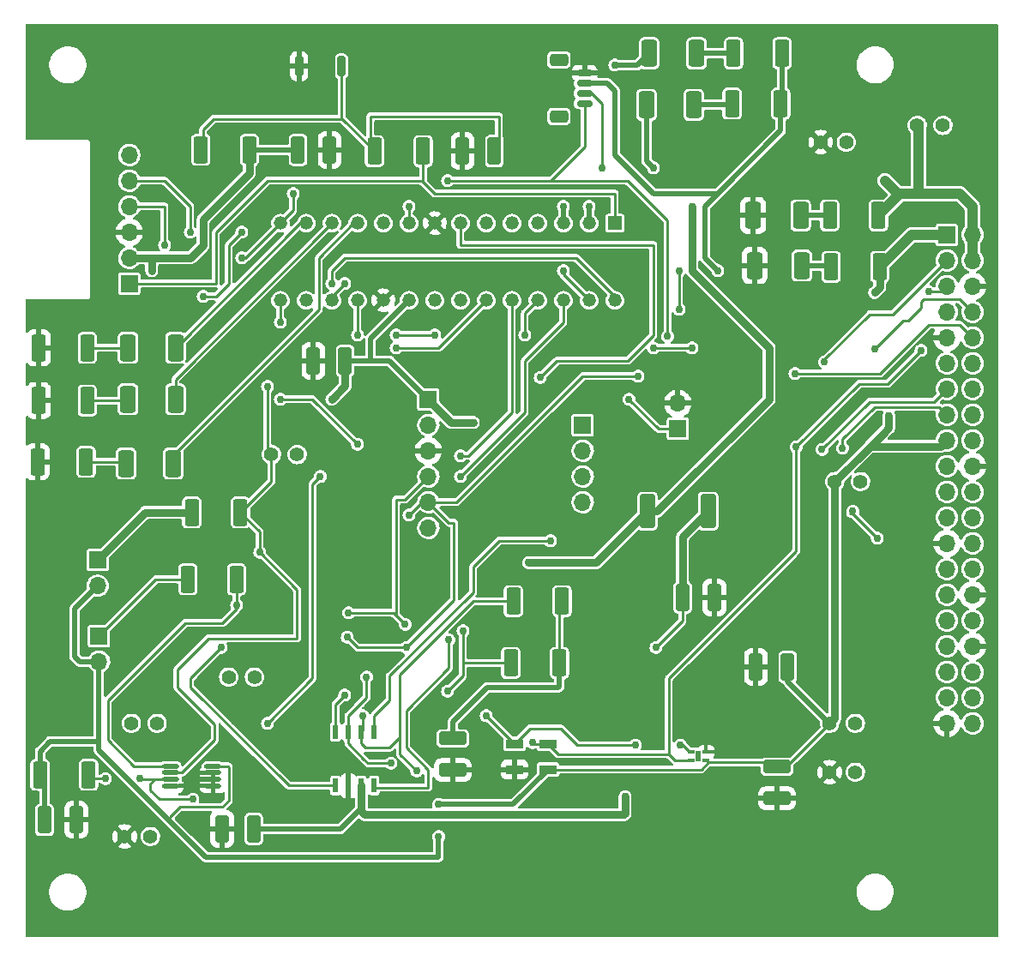
<source format=gtl>
%TF.GenerationSoftware,KiCad,Pcbnew,(6.0.2)*%
%TF.CreationDate,2022-04-25T16:55:37-06:00*%
%TF.ProjectId,ColoradoCUBE_Payload,436f6c6f-7261-4646-9f43-5542455f5061,rev?*%
%TF.SameCoordinates,Original*%
%TF.FileFunction,Copper,L1,Top*%
%TF.FilePolarity,Positive*%
%FSLAX46Y46*%
G04 Gerber Fmt 4.6, Leading zero omitted, Abs format (unit mm)*
G04 Created by KiCad (PCBNEW (6.0.2)) date 2022-04-25 16:55:37*
%MOMM*%
%LPD*%
G01*
G04 APERTURE LIST*
G04 Aperture macros list*
%AMRoundRect*
0 Rectangle with rounded corners*
0 $1 Rounding radius*
0 $2 $3 $4 $5 $6 $7 $8 $9 X,Y pos of 4 corners*
0 Add a 4 corners polygon primitive as box body*
4,1,4,$2,$3,$4,$5,$6,$7,$8,$9,$2,$3,0*
0 Add four circle primitives for the rounded corners*
1,1,$1+$1,$2,$3*
1,1,$1+$1,$4,$5*
1,1,$1+$1,$6,$7*
1,1,$1+$1,$8,$9*
0 Add four rect primitives between the rounded corners*
20,1,$1+$1,$2,$3,$4,$5,0*
20,1,$1+$1,$4,$5,$6,$7,0*
20,1,$1+$1,$6,$7,$8,$9,0*
20,1,$1+$1,$8,$9,$2,$3,0*%
G04 Aperture macros list end*
%TA.AperFunction,ComponentPad*%
%ADD10R,1.700000X1.700000*%
%TD*%
%TA.AperFunction,ComponentPad*%
%ADD11O,1.700000X1.700000*%
%TD*%
%TA.AperFunction,SMDPad,CuDef*%
%ADD12O,1.699999X0.449999*%
%TD*%
%TA.AperFunction,SMDPad,CuDef*%
%ADD13R,0.558800X1.397000*%
%TD*%
%TA.AperFunction,SMDPad,CuDef*%
%ADD14R,0.711200X0.304800*%
%TD*%
%TA.AperFunction,SMDPad,CuDef*%
%ADD15R,0.508000X1.092200*%
%TD*%
%TA.AperFunction,ComponentPad*%
%ADD16R,1.320800X1.320800*%
%TD*%
%TA.AperFunction,ComponentPad*%
%ADD17C,1.320800*%
%TD*%
%TA.AperFunction,SMDPad,CuDef*%
%ADD18RoundRect,0.250000X-1.100000X0.412500X-1.100000X-0.412500X1.100000X-0.412500X1.100000X0.412500X0*%
%TD*%
%TA.AperFunction,SMDPad,CuDef*%
%ADD19R,1.701800X0.889000*%
%TD*%
%TA.AperFunction,ComponentPad*%
%ADD20C,1.400000*%
%TD*%
%TA.AperFunction,SMDPad,CuDef*%
%ADD21RoundRect,0.249999X-0.450001X-1.075001X0.450001X-1.075001X0.450001X1.075001X-0.450001X1.075001X0*%
%TD*%
%TA.AperFunction,SMDPad,CuDef*%
%ADD22RoundRect,0.249999X-0.512501X-1.075001X0.512501X-1.075001X0.512501X1.075001X-0.512501X1.075001X0*%
%TD*%
%TA.AperFunction,SMDPad,CuDef*%
%ADD23RoundRect,0.250000X0.412500X1.100000X-0.412500X1.100000X-0.412500X-1.100000X0.412500X-1.100000X0*%
%TD*%
%TA.AperFunction,SMDPad,CuDef*%
%ADD24RoundRect,0.250000X-0.412500X-1.100000X0.412500X-1.100000X0.412500X1.100000X-0.412500X1.100000X0*%
%TD*%
%TA.AperFunction,SMDPad,CuDef*%
%ADD25RoundRect,0.249999X0.450001X1.075001X-0.450001X1.075001X-0.450001X-1.075001X0.450001X-1.075001X0*%
%TD*%
%TA.AperFunction,SMDPad,CuDef*%
%ADD26RoundRect,0.200000X-0.200000X-0.800000X0.200000X-0.800000X0.200000X0.800000X-0.200000X0.800000X0*%
%TD*%
%TA.AperFunction,SMDPad,CuDef*%
%ADD27RoundRect,0.249999X-0.512501X-1.425001X0.512501X-1.425001X0.512501X1.425001X-0.512501X1.425001X0*%
%TD*%
%TA.AperFunction,SMDPad,CuDef*%
%ADD28RoundRect,0.150000X0.625000X-0.150000X0.625000X0.150000X-0.625000X0.150000X-0.625000X-0.150000X0*%
%TD*%
%TA.AperFunction,SMDPad,CuDef*%
%ADD29RoundRect,0.250000X0.650000X-0.350000X0.650000X0.350000X-0.650000X0.350000X-0.650000X-0.350000X0*%
%TD*%
%TA.AperFunction,SMDPad,CuDef*%
%ADD30RoundRect,0.250000X1.100000X-0.412500X1.100000X0.412500X-1.100000X0.412500X-1.100000X-0.412500X0*%
%TD*%
%TA.AperFunction,ViaPad*%
%ADD31C,0.762000*%
%TD*%
%TA.AperFunction,Conductor*%
%ADD32C,0.508000*%
%TD*%
%TA.AperFunction,Conductor*%
%ADD33C,0.254000*%
%TD*%
%TA.AperFunction,Conductor*%
%ADD34C,0.762000*%
%TD*%
%TA.AperFunction,Conductor*%
%ADD35C,1.016000*%
%TD*%
G04 APERTURE END LIST*
D10*
X114610998Y-67310000D03*
D11*
X114610998Y-64770000D03*
X114610998Y-62230000D03*
X114610998Y-59690000D03*
X114610998Y-57150000D03*
X114610998Y-54610000D03*
D12*
X122877001Y-114975998D03*
X122877001Y-115625999D03*
X122877001Y-116275998D03*
X122877001Y-116925999D03*
X118677002Y-116925999D03*
X118677002Y-116275998D03*
X118677002Y-115625999D03*
X118677002Y-114975998D03*
D13*
X134969250Y-116890800D03*
X136239250Y-116890800D03*
X137509250Y-116890800D03*
X138779250Y-116890800D03*
X138779250Y-111582200D03*
X137509250Y-111582200D03*
X136239250Y-111582200D03*
X134969250Y-111582200D03*
D14*
X170065700Y-113572951D03*
X170065700Y-114372949D03*
X171564300Y-114372949D03*
X171564300Y-113572951D03*
D15*
X170815000Y-113972950D03*
D16*
X162560000Y-61341000D03*
D17*
X160020000Y-61341000D03*
X157480000Y-61341000D03*
X154940000Y-61341000D03*
X152400000Y-61341000D03*
X149860000Y-61341000D03*
X147320000Y-61341000D03*
X144780000Y-61341000D03*
X142240000Y-61341000D03*
X139700000Y-61341000D03*
X137160000Y-61341000D03*
X134620000Y-61341000D03*
X132080000Y-61341000D03*
X129540000Y-61341000D03*
X129540000Y-68961000D03*
X132080000Y-68961000D03*
X134620000Y-68961000D03*
X137160000Y-68961000D03*
X139700000Y-68961000D03*
X142240000Y-68961000D03*
X144780000Y-68961000D03*
X147320000Y-68961000D03*
X149860000Y-68961000D03*
X152400000Y-68961000D03*
X154940000Y-68961000D03*
X157480000Y-68961000D03*
X160020000Y-68961000D03*
X162560000Y-68961000D03*
D18*
X146558000Y-112229500D03*
X146558000Y-115354500D03*
D19*
X155954999Y-115296950D03*
X155954999Y-112756950D03*
X152655001Y-112756950D03*
X152655001Y-115296950D03*
D20*
X182880000Y-53340000D03*
X185420000Y-53340000D03*
D21*
X174270000Y-44564000D03*
X179070000Y-44564000D03*
D22*
X165683500Y-49657000D03*
X170358500Y-49657000D03*
D23*
X172377500Y-98298000D03*
X169252500Y-98298000D03*
D24*
X147535500Y-54229000D03*
X150660500Y-54229000D03*
D23*
X179616500Y-105156000D03*
X176491500Y-105156000D03*
D10*
X159385000Y-81280000D03*
D11*
X159385000Y-83820000D03*
X159385000Y-86360000D03*
X159385000Y-88900000D03*
D25*
X125590000Y-89916000D03*
X120790000Y-89916000D03*
D10*
X195326000Y-62484000D03*
D11*
X197866000Y-62484000D03*
X195326000Y-65024000D03*
X197866000Y-65024000D03*
X195326000Y-67564000D03*
X197866000Y-67564000D03*
X195326000Y-70104000D03*
X197866000Y-70104000D03*
X195326000Y-72644000D03*
X197866000Y-72644000D03*
X195326000Y-75184000D03*
X197866000Y-75184000D03*
X195326000Y-77724000D03*
X197866000Y-77724000D03*
X195326000Y-80264000D03*
X197866000Y-80264000D03*
X195326000Y-82804000D03*
X197866000Y-82804000D03*
X195326000Y-85344000D03*
X197866000Y-85344000D03*
X195326000Y-87884000D03*
X197866000Y-87884000D03*
X195326000Y-90424000D03*
X197866000Y-90424000D03*
X195326000Y-92964000D03*
X197866000Y-92964000D03*
X195326000Y-95504000D03*
X197866000Y-95504000D03*
X195326000Y-98044000D03*
X197866000Y-98044000D03*
X195326000Y-100584000D03*
X197866000Y-100584000D03*
X195326000Y-103124000D03*
X197866000Y-103124000D03*
X195326000Y-105664000D03*
X197866000Y-105664000D03*
X195326000Y-108204000D03*
X197866000Y-108204000D03*
X195326000Y-110744000D03*
X197866000Y-110744000D03*
D22*
X114300000Y-85090000D03*
X118975000Y-85090000D03*
D20*
X126980000Y-106172000D03*
X124440000Y-106172000D03*
D25*
X125209000Y-96520000D03*
X120409000Y-96520000D03*
D20*
X128651000Y-84201000D03*
X131191000Y-84201000D03*
D10*
X144145000Y-78740000D03*
D11*
X144145000Y-81280000D03*
X144145000Y-83820000D03*
X144145000Y-86360000D03*
X144145000Y-88900000D03*
X144145000Y-91440000D03*
D23*
X126911500Y-121158000D03*
X123786500Y-121158000D03*
D20*
X183769000Y-110744000D03*
X186309000Y-110744000D03*
D25*
X110350000Y-84910000D03*
X105550000Y-84910000D03*
X157340000Y-98679000D03*
X152540000Y-98679000D03*
X110477000Y-73660000D03*
X105677000Y-73660000D03*
D20*
X192405000Y-51689000D03*
X194945000Y-51689000D03*
X183769000Y-115570000D03*
X186309000Y-115570000D03*
D22*
X176224500Y-60579000D03*
X180899500Y-60579000D03*
X114502500Y-73660000D03*
X119177500Y-73660000D03*
D26*
X131377000Y-45847000D03*
X135577000Y-45847000D03*
D10*
X168783000Y-81666000D03*
D11*
X168783000Y-79126000D03*
D27*
X165795500Y-89789000D03*
X171770500Y-89789000D03*
D25*
X110477000Y-78867000D03*
X105677000Y-78867000D03*
D20*
X184277000Y-86868000D03*
X186817000Y-86868000D03*
D21*
X183909000Y-65659000D03*
X188709000Y-65659000D03*
X152286000Y-104775000D03*
X157086000Y-104775000D03*
X174130000Y-49530000D03*
X178930000Y-49530000D03*
D28*
X159567000Y-49506000D03*
X159567000Y-48506000D03*
X159567000Y-47506000D03*
X159567000Y-46506000D03*
D29*
X157042000Y-50806000D03*
X157042000Y-45206000D03*
D21*
X138824000Y-54229000D03*
X143624000Y-54229000D03*
D24*
X132803500Y-74930000D03*
X135928500Y-74930000D03*
D23*
X134404500Y-54102000D03*
X131279500Y-54102000D03*
D21*
X105804000Y-115824000D03*
X110604000Y-115824000D03*
X183782000Y-60579000D03*
X188582000Y-60579000D03*
X121679000Y-54102000D03*
X126479000Y-54102000D03*
D20*
X114828000Y-110744000D03*
X117368000Y-110744000D03*
X114173000Y-121920000D03*
X116713000Y-121920000D03*
D23*
X109385500Y-120269000D03*
X106260500Y-120269000D03*
D30*
X178562000Y-118148500D03*
X178562000Y-115023500D03*
D10*
X111633000Y-102108000D03*
D11*
X111633000Y-104648000D03*
D22*
X176351500Y-65532000D03*
X181026500Y-65532000D03*
D10*
X111506000Y-94615000D03*
D11*
X111506000Y-97155000D03*
D22*
X165950500Y-44564000D03*
X170625500Y-44564000D03*
X114502500Y-78740000D03*
X119177500Y-78740000D03*
D31*
X154051000Y-94869000D03*
X148590000Y-81026000D03*
X134620000Y-78740000D03*
X116840000Y-66040000D03*
X170180000Y-59690000D03*
X189230000Y-57150000D03*
X166370000Y-55880000D03*
X160020000Y-59690000D03*
X162560000Y-45720000D03*
X157480000Y-59690000D03*
X135890000Y-67310000D03*
X188214000Y-73787000D03*
X137160000Y-72390000D03*
X140970000Y-72390000D03*
X180340000Y-76200000D03*
X170180000Y-73660000D03*
X144780000Y-72390000D03*
X166370000Y-73660000D03*
X140462000Y-114681000D03*
X146050000Y-107569000D03*
X138049000Y-106172000D03*
X183007000Y-83693000D03*
X147574000Y-101600000D03*
X137668000Y-109982000D03*
X143002000Y-115443000D03*
X188468000Y-92456000D03*
X186055000Y-89789000D03*
X185039000Y-83566000D03*
X134620000Y-67310000D03*
X118110000Y-63500000D03*
X120650000Y-62230000D03*
X125730000Y-62230000D03*
X157480000Y-66040000D03*
X121920000Y-68580000D03*
X136144000Y-102235000D03*
X168910000Y-66040000D03*
X164592000Y-112903000D03*
X161290000Y-55880000D03*
X168910000Y-69850000D03*
X141986000Y-103251000D03*
X125222000Y-99060000D03*
X142240000Y-90170000D03*
X149860000Y-109982000D03*
X129540000Y-71120000D03*
X164846000Y-76454000D03*
X183261000Y-75057000D03*
X169037000Y-112903000D03*
X127508000Y-93853000D03*
X193548000Y-68072000D03*
X167767000Y-72517000D03*
X141859000Y-100965000D03*
X154432000Y-112649000D03*
X130810000Y-58420000D03*
X180467000Y-83439000D03*
X136271000Y-99822000D03*
X128270000Y-77470000D03*
X146050000Y-57150000D03*
X192786000Y-73914000D03*
X125730000Y-64770000D03*
X147320000Y-84328000D03*
X146177000Y-102489000D03*
X140970000Y-73660000D03*
X123698000Y-103251000D03*
X163957000Y-78740000D03*
X155194000Y-76581000D03*
X153670000Y-72390000D03*
X156210000Y-92710000D03*
X135890000Y-107950000D03*
X147320000Y-86360000D03*
X163576000Y-117983000D03*
X166624000Y-103251000D03*
X188214000Y-68199000D03*
X189611000Y-80391000D03*
X145161000Y-118745000D03*
X172720000Y-66040000D03*
X145161000Y-121920000D03*
X128270000Y-110744000D03*
X137160000Y-83185000D03*
X112268000Y-116205000D03*
X120904000Y-118237000D03*
X133477000Y-86360000D03*
X142240000Y-59690000D03*
X129540000Y-78740000D03*
X115697000Y-116205000D03*
D32*
X157086000Y-107074000D02*
X157086000Y-104775000D01*
X156972000Y-107188000D02*
X157086000Y-107074000D01*
X146558000Y-112229500D02*
X146558000Y-110617000D01*
D33*
X157086000Y-98933000D02*
X157340000Y-98679000D01*
X157086000Y-104775000D02*
X157086000Y-98933000D01*
D32*
X146558000Y-110617000D02*
X149987000Y-107188000D01*
X149987000Y-107188000D02*
X156972000Y-107188000D01*
D34*
X171450000Y-67310000D02*
X170180000Y-66040000D01*
D35*
X192532000Y-58420000D02*
X190741000Y-58420000D01*
D34*
X146431000Y-81026000D02*
X144145000Y-78740000D01*
D35*
X197866000Y-62484000D02*
X197866000Y-59690000D01*
D34*
X121920000Y-60960000D02*
X126479000Y-56401000D01*
X154051000Y-94869000D02*
X160715500Y-94869000D01*
X165795500Y-89789000D02*
X166751000Y-89789000D01*
X177800000Y-73660000D02*
X171450000Y-67310000D01*
D35*
X190366500Y-58286500D02*
X190366500Y-58794500D01*
D34*
X120650000Y-64770000D02*
X121920000Y-63500000D01*
D35*
X197866000Y-65024000D02*
X197866000Y-62484000D01*
X190741000Y-58420000D02*
X190366500Y-58794500D01*
D32*
X142240000Y-68961000D02*
X138430000Y-72771000D01*
X126479000Y-54102000D02*
X131279500Y-54102000D01*
D35*
X190366500Y-58794500D02*
X188582000Y-60579000D01*
D34*
X126479000Y-56401000D02*
X126479000Y-54102000D01*
X135928500Y-77431500D02*
X134620000Y-78740000D01*
D32*
X138430000Y-72771000D02*
X138430000Y-74930000D01*
D34*
X170180000Y-66040000D02*
X170180000Y-59690000D01*
D32*
X138430000Y-74930000D02*
X140335000Y-74930000D01*
D34*
X166751000Y-89789000D02*
X177800000Y-78740000D01*
X148590000Y-81026000D02*
X146431000Y-81026000D01*
X160715500Y-94869000D02*
X165795500Y-89789000D01*
D35*
X192532000Y-51816000D02*
X192532000Y-58420000D01*
D34*
X135928500Y-74930000D02*
X135928500Y-77431500D01*
D32*
X135928500Y-74930000D02*
X138430000Y-74930000D01*
D35*
X189230000Y-57150000D02*
X190366500Y-58286500D01*
D34*
X116840000Y-66040000D02*
X116840000Y-64770000D01*
D35*
X197866000Y-59690000D02*
X196596000Y-58420000D01*
D34*
X121920000Y-63500000D02*
X121920000Y-60960000D01*
X114611000Y-64770000D02*
X116840000Y-64770000D01*
D32*
X140335000Y-74930000D02*
X144145000Y-78740000D01*
D34*
X116840000Y-64770000D02*
X120650000Y-64770000D01*
D35*
X196596000Y-58420000D02*
X192532000Y-58420000D01*
D34*
X177800000Y-78740000D02*
X177800000Y-73660000D01*
D35*
X192405000Y-51689000D02*
X192532000Y-51816000D01*
D32*
X165683500Y-49657000D02*
X165683500Y-55193500D01*
X160020000Y-59690000D02*
X160020000Y-61341000D01*
X165683500Y-55193500D02*
X166370000Y-55880000D01*
X157480000Y-59690000D02*
X157480000Y-61341000D01*
X164794500Y-45720000D02*
X162560000Y-45720000D01*
X165950500Y-44564000D02*
X164794500Y-45720000D01*
D33*
X196596000Y-68834000D02*
X197866000Y-70104000D01*
X191516000Y-70993000D02*
X192786000Y-69723000D01*
X193040000Y-68834000D02*
X196596000Y-68834000D01*
X134620000Y-68580000D02*
X134620000Y-68961000D01*
X135890000Y-67310000D02*
X134620000Y-68580000D01*
X192786000Y-69723000D02*
X192786000Y-69088000D01*
X188214000Y-73787000D02*
X191008000Y-70993000D01*
X192786000Y-69088000D02*
X193040000Y-68834000D01*
X191008000Y-70993000D02*
X191516000Y-70993000D01*
X188722000Y-76200000D02*
X180340000Y-76200000D01*
X170180000Y-73660000D02*
X166370000Y-73660000D01*
X196596000Y-71374000D02*
X193548000Y-71374000D01*
X193548000Y-71374000D02*
X188722000Y-76200000D01*
X197866000Y-72644000D02*
X196596000Y-71374000D01*
X137160000Y-72390000D02*
X137160000Y-68961000D01*
X144780000Y-72390000D02*
X140970000Y-72390000D01*
X136239250Y-112744250D02*
X137795000Y-114300000D01*
X138049000Y-108204000D02*
X136239250Y-110013750D01*
X187706000Y-78994000D02*
X183007000Y-83693000D01*
X147701000Y-104775000D02*
X147574000Y-104648000D01*
X146050000Y-107569000D02*
X147574000Y-106045000D01*
X138176000Y-114681000D02*
X140462000Y-114681000D01*
X136239250Y-111582200D02*
X136239250Y-112744250D01*
X147574000Y-106045000D02*
X147574000Y-104648000D01*
X194056000Y-78994000D02*
X187706000Y-78994000D01*
X136239250Y-110013750D02*
X136239250Y-111582200D01*
X137795000Y-114300000D02*
X138176000Y-114681000D01*
X195326000Y-77724000D02*
X194056000Y-78994000D01*
X147574000Y-104648000D02*
X147574000Y-101600000D01*
X152286000Y-104775000D02*
X147701000Y-104775000D01*
X138049000Y-106172000D02*
X138049000Y-108204000D01*
X185801000Y-90043000D02*
X186055000Y-89789000D01*
X194564000Y-79502000D02*
X195326000Y-80264000D01*
X137922000Y-113157000D02*
X140335000Y-113157000D01*
X143002000Y-115443000D02*
X141351000Y-113792000D01*
X137509250Y-112744250D02*
X137922000Y-113157000D01*
X185039000Y-83566000D02*
X185039000Y-82677000D01*
X141351000Y-113792000D02*
X141351000Y-112141000D01*
X141351000Y-105918000D02*
X148590000Y-98679000D01*
X188214000Y-79502000D02*
X194564000Y-79502000D01*
X141351000Y-112141000D02*
X141351000Y-105918000D01*
X137668000Y-111423450D02*
X137509250Y-111582200D01*
X137509250Y-111582200D02*
X137509250Y-112744250D01*
X186055000Y-90043000D02*
X185801000Y-90043000D01*
X140335000Y-113157000D02*
X141351000Y-112141000D01*
X137668000Y-109982000D02*
X137668000Y-111423450D01*
X148590000Y-98679000D02*
X152540000Y-98679000D01*
X185039000Y-82677000D02*
X188214000Y-79502000D01*
X188468000Y-92456000D02*
X186055000Y-90043000D01*
X114611000Y-67310000D02*
X123190000Y-67310000D01*
X162560000Y-58420000D02*
X162560000Y-61341000D01*
X123190000Y-62230000D02*
X128270000Y-57150000D01*
X144780000Y-58420000D02*
X162560000Y-58420000D01*
X143624000Y-57036000D02*
X143624000Y-54229000D01*
X128270000Y-57150000D02*
X143510000Y-57150000D01*
X143510000Y-57150000D02*
X143624000Y-57036000D01*
X123190000Y-67310000D02*
X123190000Y-62230000D01*
X143510000Y-57150000D02*
X144780000Y-58420000D01*
X158750000Y-64770000D02*
X162560000Y-68580000D01*
X118110000Y-59690000D02*
X118110000Y-63500000D01*
X134620000Y-66040000D02*
X135890000Y-64770000D01*
X114611000Y-59690000D02*
X118110000Y-59690000D01*
X134620000Y-67310000D02*
X134620000Y-66040000D01*
X135890000Y-64770000D02*
X158750000Y-64770000D01*
X162560000Y-68580000D02*
X162560000Y-68961000D01*
X114611000Y-57150000D02*
X118110000Y-57150000D01*
X123190000Y-68580000D02*
X124460000Y-67310000D01*
X124460000Y-63500000D02*
X125730000Y-62230000D01*
X157480000Y-66040000D02*
X157480000Y-66421000D01*
X120650000Y-59690000D02*
X120650000Y-62230000D01*
X157480000Y-66421000D02*
X160020000Y-68961000D01*
X118110000Y-57150000D02*
X120650000Y-59690000D01*
X121920000Y-68580000D02*
X123190000Y-68580000D01*
X124460000Y-67310000D02*
X124460000Y-63500000D01*
X137160000Y-103251000D02*
X136144000Y-102235000D01*
X164592000Y-112903000D02*
X158877000Y-112903000D01*
X161290000Y-54610000D02*
X161290000Y-55880000D01*
X157226000Y-111252000D02*
X154159951Y-111252000D01*
X187706000Y-70358000D02*
X183261000Y-74803000D01*
X144145000Y-88900000D02*
X146939000Y-88900000D01*
X146939000Y-88900000D02*
X156083000Y-79756000D01*
X156083000Y-79756000D02*
X159385000Y-76454000D01*
X112522000Y-112395000D02*
X112522000Y-108458000D01*
X161290000Y-49530000D02*
X161290000Y-54610000D01*
X146685000Y-90932000D02*
X146685000Y-98552000D01*
X143510000Y-88900000D02*
X142240000Y-90170000D01*
X169037000Y-112903000D02*
X169291000Y-112903000D01*
X129540000Y-71120000D02*
X129540000Y-68961000D01*
X125222000Y-99441000D02*
X125222000Y-99060000D01*
X144145000Y-88900000D02*
X146177000Y-90932000D01*
X169291000Y-112903000D02*
X169960951Y-113572951D01*
X125209000Y-96520000D02*
X125209000Y-99047000D01*
X189992000Y-70358000D02*
X187706000Y-70358000D01*
X146685000Y-98552000D02*
X141986000Y-103251000D01*
X152655001Y-112756950D02*
X152634950Y-112756950D01*
X183261000Y-74803000D02*
X183261000Y-75057000D01*
X168910000Y-66040000D02*
X168910000Y-69850000D01*
X125209000Y-99047000D02*
X125222000Y-99060000D01*
X115102998Y-114975998D02*
X112522000Y-112395000D01*
X169960951Y-113572951D02*
X170065700Y-113572951D01*
X123825000Y-100838000D02*
X125222000Y-99441000D01*
X154159951Y-111252000D02*
X152655001Y-112756950D01*
X118677002Y-114975998D02*
X115102998Y-114975998D01*
X195326000Y-65024000D02*
X189992000Y-70358000D01*
X159567000Y-48506000D02*
X160266000Y-48506000D01*
X120142000Y-100838000D02*
X123825000Y-100838000D01*
X158877000Y-112903000D02*
X157226000Y-111252000D01*
X112522000Y-108458000D02*
X120142000Y-100838000D01*
X152634950Y-112756950D02*
X149860000Y-109982000D01*
X141986000Y-103251000D02*
X137160000Y-103251000D01*
X160266000Y-48506000D02*
X161290000Y-49530000D01*
X146177000Y-90932000D02*
X146685000Y-90932000D01*
X159385000Y-76454000D02*
X164846000Y-76454000D01*
X144145000Y-88900000D02*
X143510000Y-88900000D01*
X122428000Y-102362000D02*
X131191000Y-102362000D01*
X180467000Y-83439000D02*
X186690000Y-77216000D01*
X167767000Y-72517000D02*
X167767000Y-61087000D01*
X154539950Y-112756950D02*
X154432000Y-112649000D01*
X130810000Y-58420000D02*
X130810000Y-60071000D01*
X131191000Y-102362000D02*
X131191000Y-97536000D01*
X119380000Y-107188000D02*
X119380000Y-105410000D01*
X159567000Y-53793000D02*
X156210000Y-57150000D01*
X194818000Y-68072000D02*
X195326000Y-67564000D01*
X127508000Y-93853000D02*
X127508000Y-91834000D01*
X167894000Y-113792000D02*
X167894000Y-106299000D01*
X167894000Y-113792000D02*
X156990049Y-113792000D01*
X141859000Y-100965000D02*
X141224000Y-100330000D01*
X125730000Y-64770000D02*
X126111000Y-64770000D01*
X167767000Y-61087000D02*
X167640000Y-60960000D01*
X141859000Y-88646000D02*
X140970000Y-88646000D01*
X188214000Y-77216000D02*
X189484000Y-77216000D01*
X140716000Y-99822000D02*
X136271000Y-99822000D01*
X141224000Y-100330000D02*
X140716000Y-99822000D01*
X127508000Y-91834000D02*
X125590000Y-89916000D01*
X119380000Y-105410000D02*
X122428000Y-102362000D01*
X128270000Y-83820000D02*
X128270000Y-77470000D01*
X168474949Y-114372949D02*
X167894000Y-113792000D01*
X186690000Y-77216000D02*
X188214000Y-77216000D01*
X155954999Y-112756950D02*
X154539950Y-112756950D01*
X180467000Y-93726000D02*
X180467000Y-84201000D01*
X131191000Y-97536000D02*
X127508000Y-93853000D01*
X170065700Y-114372949D02*
X168474949Y-114372949D01*
X126111000Y-64770000D02*
X129540000Y-61341000D01*
X180213000Y-93980000D02*
X180467000Y-93726000D01*
X119832001Y-115625999D02*
X123063000Y-112395000D01*
X189484000Y-77216000D02*
X192786000Y-73914000D01*
X193548000Y-68072000D02*
X194818000Y-68072000D01*
X140970000Y-88646000D02*
X140970000Y-100076000D01*
X130810000Y-60071000D02*
X129540000Y-61341000D01*
X128651000Y-84201000D02*
X128651000Y-86855000D01*
X167640000Y-60960000D02*
X163830000Y-57150000D01*
X123063000Y-112395000D02*
X123063000Y-110871000D01*
X128651000Y-86855000D02*
X125590000Y-89916000D01*
X144145000Y-86360000D02*
X141859000Y-88646000D01*
X163830000Y-57150000D02*
X156210000Y-57150000D01*
X159567000Y-49506000D02*
X159567000Y-53793000D01*
X167894000Y-106299000D02*
X180213000Y-93980000D01*
X156210000Y-57150000D02*
X146050000Y-57150000D01*
X123063000Y-110871000D02*
X119380000Y-107188000D01*
X118677002Y-115625999D02*
X119832001Y-115625999D01*
X140970000Y-100076000D02*
X141224000Y-100330000D01*
X156990049Y-113792000D02*
X155954999Y-112756950D01*
X180467000Y-84201000D02*
X180467000Y-83439000D01*
X128651000Y-84201000D02*
X128270000Y-83820000D01*
X144145000Y-115316000D02*
X144145000Y-117094000D01*
X141986000Y-113157000D02*
X144145000Y-115316000D01*
X147320000Y-84328000D02*
X148082000Y-84328000D01*
X152400000Y-80010000D02*
X152400000Y-68961000D01*
X141986000Y-109474000D02*
X141986000Y-113157000D01*
X146177000Y-105283000D02*
X141986000Y-109474000D01*
X146177000Y-102489000D02*
X146177000Y-105283000D01*
X144145000Y-117094000D02*
X138982450Y-117094000D01*
X138982450Y-117094000D02*
X138779250Y-116890800D01*
X148082000Y-84328000D02*
X152400000Y-80010000D01*
X120650000Y-107188000D02*
X120650000Y-106299000D01*
X145161000Y-73660000D02*
X149860000Y-68961000D01*
X134969250Y-116890800D02*
X130352800Y-116890800D01*
X130352800Y-116890800D02*
X120650000Y-107188000D01*
X140970000Y-73660000D02*
X145161000Y-73660000D01*
X120650000Y-106299000D02*
X123698000Y-103251000D01*
X166883000Y-81666000D02*
X168783000Y-81666000D01*
X163830000Y-74930000D02*
X166370000Y-72390000D01*
X166370000Y-63500000D02*
X147320000Y-63500000D01*
X166370000Y-72390000D02*
X166370000Y-63500000D01*
X163957000Y-78740000D02*
X166883000Y-81666000D01*
X155194000Y-76581000D02*
X156845000Y-74930000D01*
X147320000Y-63500000D02*
X147320000Y-61341000D01*
X156845000Y-74930000D02*
X163830000Y-74930000D01*
X140335000Y-106045000D02*
X140335000Y-108458000D01*
X156210000Y-92710000D02*
X151130000Y-92710000D01*
X140335000Y-108458000D02*
X138779250Y-110013750D01*
X153670000Y-70231000D02*
X153670000Y-72390000D01*
X154940000Y-68961000D02*
X153670000Y-70231000D01*
X148590000Y-97790000D02*
X140335000Y-106045000D01*
X151130000Y-92710000D02*
X148590000Y-95250000D01*
X138779250Y-110013750D02*
X138779250Y-111582200D01*
X148590000Y-95250000D02*
X148590000Y-97790000D01*
X157480000Y-68961000D02*
X157480000Y-71120000D01*
X134969250Y-108870750D02*
X134969250Y-111582200D01*
X135890000Y-107950000D02*
X134969250Y-108870750D01*
X153670000Y-80010000D02*
X147320000Y-86360000D01*
X157480000Y-71120000D02*
X153670000Y-74930000D01*
X153670000Y-74930000D02*
X153670000Y-80010000D01*
D34*
X137509250Y-119411750D02*
X137858500Y-119761000D01*
D33*
X166624000Y-103251000D02*
X169252500Y-100622500D01*
D32*
X126911500Y-121158000D02*
X135509000Y-121158000D01*
D34*
X137858500Y-119761000D02*
X163449000Y-119761000D01*
X169252500Y-98298000D02*
X169252500Y-92307000D01*
X163449000Y-119761000D02*
X163576000Y-119634000D01*
X163576000Y-119634000D02*
X163576000Y-117983000D01*
X169252500Y-92307000D02*
X171770500Y-89789000D01*
D32*
X135509000Y-121158000D02*
X137509250Y-119157750D01*
D34*
X137509250Y-119157750D02*
X137509250Y-119411750D01*
X137509250Y-116890800D02*
X137509250Y-119157750D01*
D33*
X169252500Y-100622500D02*
X169252500Y-98298000D01*
X124460000Y-115062000D02*
X124460000Y-118364000D01*
X155954999Y-115296950D02*
X171088050Y-115296950D01*
D32*
X152506949Y-118745000D02*
X155954999Y-115296950D01*
X111506000Y-97155000D02*
X109220000Y-99441000D01*
X172720000Y-58420000D02*
X171450000Y-59690000D01*
D34*
X189039500Y-82105500D02*
X189611000Y-81534000D01*
D32*
X179616500Y-105156000D02*
X179616500Y-106591500D01*
X122174000Y-123952000D02*
X145161000Y-123952000D01*
X178930000Y-49530000D02*
X178930000Y-52210000D01*
D34*
X188214000Y-68199000D02*
X188709000Y-67704000D01*
D32*
X111633000Y-112522000D02*
X111633000Y-113411000D01*
D33*
X179489500Y-115023500D02*
X183769000Y-110744000D01*
D32*
X106807000Y-112522000D02*
X111633000Y-112522000D01*
X178930000Y-52210000D02*
X172720000Y-58420000D01*
D34*
X184277000Y-110236000D02*
X183769000Y-110744000D01*
D32*
X162560000Y-48260000D02*
X162560000Y-54610000D01*
D34*
X194754500Y-83375500D02*
X187769500Y-83375500D01*
D33*
X124460000Y-118364000D02*
X123825000Y-118999000D01*
D32*
X105804000Y-115824000D02*
X105804000Y-113525000D01*
X111633000Y-113411000D02*
X114681000Y-116459000D01*
X161806000Y-47506000D02*
X162560000Y-48260000D01*
X114681000Y-116459000D02*
X118618000Y-120396000D01*
X109728000Y-104648000D02*
X111633000Y-104648000D01*
X105804000Y-113525000D02*
X106807000Y-112522000D01*
X106260500Y-120269000D02*
X106260500Y-116280500D01*
X145161000Y-123952000D02*
X145161000Y-121920000D01*
D35*
X195326000Y-62484000D02*
X191884000Y-62484000D01*
D34*
X195326000Y-82804000D02*
X194754500Y-83375500D01*
D33*
X123825000Y-118999000D02*
X119634000Y-118999000D01*
D32*
X166370000Y-58420000D02*
X172720000Y-58420000D01*
D34*
X184277000Y-86868000D02*
X184277000Y-110236000D01*
D32*
X111633000Y-104648000D02*
X111633000Y-112522000D01*
D33*
X119634000Y-118999000D02*
X118618000Y-120015000D01*
D32*
X118618000Y-120396000D02*
X122174000Y-123952000D01*
D33*
X122877001Y-114975998D02*
X124373998Y-114975998D01*
D32*
X106260500Y-116280500D02*
X105804000Y-115824000D01*
X179070000Y-44564000D02*
X179070000Y-49390000D01*
D33*
X124373998Y-114975998D02*
X124460000Y-115062000D01*
D34*
X189611000Y-81534000D02*
X189611000Y-80391000D01*
D33*
X178135324Y-114596824D02*
X178562000Y-115023500D01*
X171788176Y-114596824D02*
X178135324Y-114596824D01*
D32*
X171450000Y-59690000D02*
X171450000Y-64770000D01*
X145161000Y-118745000D02*
X152506949Y-118745000D01*
X109220000Y-99441000D02*
X109220000Y-104140000D01*
X159567000Y-47506000D02*
X161806000Y-47506000D01*
X179070000Y-49390000D02*
X178930000Y-49530000D01*
D33*
X171088050Y-115296950D02*
X171788176Y-114596824D01*
D32*
X162560000Y-54610000D02*
X166370000Y-58420000D01*
D34*
X188709000Y-67704000D02*
X188709000Y-65659000D01*
D33*
X171788176Y-114596824D02*
X171564300Y-114372949D01*
X178562000Y-115023500D02*
X179489500Y-115023500D01*
D34*
X184277000Y-86868000D02*
X187769500Y-83375500D01*
D32*
X109220000Y-104140000D02*
X109728000Y-104648000D01*
D33*
X118618000Y-120015000D02*
X118618000Y-120396000D01*
D34*
X187769500Y-83375500D02*
X189039500Y-82105500D01*
D35*
X191884000Y-62484000D02*
X188709000Y-65659000D01*
D32*
X171450000Y-64770000D02*
X172720000Y-66040000D01*
X179616500Y-106591500D02*
X183769000Y-110744000D01*
X180899500Y-60579000D02*
X183782000Y-60579000D01*
X181026500Y-65532000D02*
X183782000Y-65532000D01*
X183782000Y-65532000D02*
X183909000Y-65659000D01*
D33*
X110477000Y-73660000D02*
X114502500Y-73660000D01*
X118975000Y-84225000D02*
X133350000Y-69850000D01*
X133350000Y-69850000D02*
X133350000Y-64770000D01*
X136779000Y-61341000D02*
X137160000Y-61341000D01*
X118975000Y-85090000D02*
X118975000Y-84225000D01*
X133350000Y-64770000D02*
X136779000Y-61341000D01*
X110477000Y-78867000D02*
X114375500Y-78867000D01*
X114375500Y-78867000D02*
X114502500Y-78740000D01*
X119177500Y-78740000D02*
X119177500Y-76783500D01*
X119177500Y-76783500D02*
X134620000Y-61341000D01*
X110350000Y-84910000D02*
X114120000Y-84910000D01*
X114120000Y-84910000D02*
X114300000Y-85090000D01*
X119177500Y-73660000D02*
X131496500Y-61341000D01*
X131496500Y-61341000D02*
X132080000Y-61341000D01*
X135577000Y-50982000D02*
X135642500Y-51047500D01*
X138430000Y-50800000D02*
X151130000Y-50800000D01*
X121920000Y-53861000D02*
X121920000Y-52070000D01*
X122942500Y-51047500D02*
X135642500Y-51047500D01*
X121679000Y-54102000D02*
X121920000Y-53861000D01*
X151130000Y-53759500D02*
X150660500Y-54229000D01*
X135577000Y-45847000D02*
X135577000Y-50982000D01*
X151130000Y-50800000D02*
X151130000Y-53759500D01*
X135642500Y-51047500D02*
X138824000Y-54229000D01*
X138824000Y-54229000D02*
X138430000Y-53835000D01*
X121920000Y-52070000D02*
X122942500Y-51047500D01*
X138430000Y-53835000D02*
X138430000Y-50800000D01*
D34*
X116205000Y-89916000D02*
X120790000Y-89916000D01*
X111506000Y-94615000D02*
X116205000Y-89916000D01*
D33*
X111633000Y-102108000D02*
X117221000Y-96520000D01*
X117221000Y-96520000D02*
X120409000Y-96520000D01*
D32*
X174003000Y-49657000D02*
X174130000Y-49530000D01*
X170358500Y-49657000D02*
X174003000Y-49657000D01*
X170625500Y-44564000D02*
X174270000Y-44564000D01*
D33*
X132715000Y-87122000D02*
X133477000Y-86360000D01*
X132715000Y-103378000D02*
X132715000Y-87122000D01*
X142240000Y-59690000D02*
X142240000Y-61341000D01*
X117164998Y-116275998D02*
X115767998Y-116275998D01*
X132715000Y-78740000D02*
X129540000Y-78740000D01*
X118677002Y-116275998D02*
X117164998Y-116275998D01*
X116713000Y-117348000D02*
X116713000Y-116727996D01*
X137160000Y-83185000D02*
X132715000Y-78740000D01*
X115767998Y-116275998D02*
X115697000Y-116205000D01*
X110985000Y-116205000D02*
X110604000Y-115824000D01*
X120904000Y-118237000D02*
X117602000Y-118237000D01*
X117602000Y-118237000D02*
X116713000Y-117348000D01*
X112268000Y-116205000D02*
X110985000Y-116205000D01*
X132715000Y-106299000D02*
X132715000Y-103378000D01*
X116713000Y-116727996D02*
X117164998Y-116275998D01*
X128270000Y-110744000D02*
X132715000Y-106299000D01*
%TA.AperFunction,Conductor*%
G36*
X200348121Y-41676002D02*
G01*
X200394614Y-41729658D01*
X200406000Y-41782000D01*
X200406000Y-131700000D01*
X200385998Y-131768121D01*
X200332342Y-131814614D01*
X200280000Y-131826000D01*
X104520000Y-131826000D01*
X104451879Y-131805998D01*
X104405386Y-131752342D01*
X104394000Y-131700000D01*
X104394000Y-127534075D01*
X106717591Y-127534075D01*
X106754284Y-127803691D01*
X106755593Y-127808181D01*
X106755594Y-127808187D01*
X106787993Y-127919342D01*
X106830426Y-128064922D01*
X106832384Y-128069169D01*
X106832385Y-128069172D01*
X106875363Y-128162398D01*
X106944344Y-128312029D01*
X106974220Y-128357598D01*
X107090970Y-128535671D01*
X107090974Y-128535676D01*
X107093536Y-128539584D01*
X107274723Y-128742588D01*
X107483926Y-128916580D01*
X107716549Y-129057739D01*
X107720863Y-129059548D01*
X107720865Y-129059549D01*
X107963167Y-129161155D01*
X107963172Y-129161157D01*
X107967482Y-129162964D01*
X107972014Y-129164115D01*
X107972017Y-129164116D01*
X108103513Y-129197512D01*
X108231211Y-129229943D01*
X108457213Y-129252700D01*
X108619073Y-129252700D01*
X108621398Y-129252527D01*
X108621404Y-129252527D01*
X108816701Y-129238014D01*
X108816705Y-129238013D01*
X108821353Y-129237668D01*
X109086746Y-129177616D01*
X109091100Y-129175923D01*
X109335993Y-129080689D01*
X109335995Y-129080688D01*
X109340346Y-129078996D01*
X109344402Y-129076678D01*
X109572528Y-128946294D01*
X109572530Y-128946292D01*
X109576585Y-128943975D01*
X109790271Y-128775518D01*
X109976710Y-128577327D01*
X110131807Y-128353756D01*
X110252155Y-128109715D01*
X110335109Y-127850567D01*
X110378847Y-127582003D01*
X110379474Y-127534075D01*
X186417591Y-127534075D01*
X186454284Y-127803691D01*
X186455593Y-127808181D01*
X186455594Y-127808187D01*
X186487993Y-127919342D01*
X186530426Y-128064922D01*
X186532384Y-128069169D01*
X186532385Y-128069172D01*
X186575363Y-128162398D01*
X186644344Y-128312029D01*
X186674220Y-128357598D01*
X186790970Y-128535671D01*
X186790974Y-128535676D01*
X186793536Y-128539584D01*
X186974723Y-128742588D01*
X187183926Y-128916580D01*
X187416549Y-129057739D01*
X187420863Y-129059548D01*
X187420865Y-129059549D01*
X187663167Y-129161155D01*
X187663172Y-129161157D01*
X187667482Y-129162964D01*
X187672014Y-129164115D01*
X187672017Y-129164116D01*
X187803513Y-129197512D01*
X187931211Y-129229943D01*
X188157213Y-129252700D01*
X188319073Y-129252700D01*
X188321398Y-129252527D01*
X188321404Y-129252527D01*
X188516701Y-129238014D01*
X188516705Y-129238013D01*
X188521353Y-129237668D01*
X188786746Y-129177616D01*
X188791100Y-129175923D01*
X189035993Y-129080689D01*
X189035995Y-129080688D01*
X189040346Y-129078996D01*
X189044402Y-129076678D01*
X189272528Y-128946294D01*
X189272530Y-128946292D01*
X189276585Y-128943975D01*
X189490271Y-128775518D01*
X189676710Y-128577327D01*
X189831807Y-128353756D01*
X189952155Y-128109715D01*
X190035109Y-127850567D01*
X190078847Y-127582003D01*
X190082409Y-127309925D01*
X190045716Y-127040309D01*
X190033396Y-126998039D01*
X190012007Y-126924658D01*
X189969574Y-126779078D01*
X189946994Y-126730097D01*
X189857613Y-126536217D01*
X189855656Y-126531971D01*
X189822373Y-126481206D01*
X189709030Y-126308329D01*
X189709026Y-126308324D01*
X189706464Y-126304416D01*
X189525277Y-126101412D01*
X189316074Y-125927420D01*
X189083451Y-125786261D01*
X189032759Y-125765004D01*
X188836833Y-125682845D01*
X188836828Y-125682843D01*
X188832518Y-125681036D01*
X188827986Y-125679885D01*
X188827983Y-125679884D01*
X188696487Y-125646488D01*
X188568789Y-125614057D01*
X188342787Y-125591300D01*
X188180927Y-125591300D01*
X188178602Y-125591473D01*
X188178596Y-125591473D01*
X187983299Y-125605986D01*
X187983295Y-125605987D01*
X187978647Y-125606332D01*
X187713254Y-125666384D01*
X187708902Y-125668076D01*
X187708900Y-125668077D01*
X187464007Y-125763311D01*
X187464005Y-125763312D01*
X187459654Y-125765004D01*
X187455600Y-125767321D01*
X187455598Y-125767322D01*
X187418214Y-125788689D01*
X187223415Y-125900025D01*
X187009729Y-126068482D01*
X186823290Y-126266673D01*
X186668193Y-126490244D01*
X186547845Y-126734285D01*
X186464891Y-126993433D01*
X186421153Y-127261997D01*
X186417591Y-127534075D01*
X110379474Y-127534075D01*
X110382409Y-127309925D01*
X110345716Y-127040309D01*
X110333396Y-126998039D01*
X110312007Y-126924658D01*
X110269574Y-126779078D01*
X110246994Y-126730097D01*
X110157613Y-126536217D01*
X110155656Y-126531971D01*
X110122373Y-126481206D01*
X110009030Y-126308329D01*
X110009026Y-126308324D01*
X110006464Y-126304416D01*
X109825277Y-126101412D01*
X109616074Y-125927420D01*
X109383451Y-125786261D01*
X109332759Y-125765004D01*
X109136833Y-125682845D01*
X109136828Y-125682843D01*
X109132518Y-125681036D01*
X109127986Y-125679885D01*
X109127983Y-125679884D01*
X108996487Y-125646488D01*
X108868789Y-125614057D01*
X108642787Y-125591300D01*
X108480927Y-125591300D01*
X108478602Y-125591473D01*
X108478596Y-125591473D01*
X108283299Y-125605986D01*
X108283295Y-125605987D01*
X108278647Y-125606332D01*
X108013254Y-125666384D01*
X108008902Y-125668076D01*
X108008900Y-125668077D01*
X107764007Y-125763311D01*
X107764005Y-125763312D01*
X107759654Y-125765004D01*
X107755600Y-125767321D01*
X107755598Y-125767322D01*
X107718214Y-125788689D01*
X107523415Y-125900025D01*
X107309729Y-126068482D01*
X107123290Y-126266673D01*
X106968193Y-126490244D01*
X106847845Y-126734285D01*
X106764891Y-126993433D01*
X106721153Y-127261997D01*
X106717591Y-127534075D01*
X104394000Y-127534075D01*
X104394000Y-122934261D01*
X113523294Y-122934261D01*
X113532590Y-122946276D01*
X113562189Y-122967001D01*
X113571677Y-122972479D01*
X113753277Y-123057159D01*
X113763571Y-123060907D01*
X113957122Y-123112769D01*
X113967909Y-123114671D01*
X114167525Y-123132135D01*
X114178475Y-123132135D01*
X114378091Y-123114671D01*
X114388878Y-123112769D01*
X114582429Y-123060907D01*
X114592723Y-123057159D01*
X114774323Y-122972479D01*
X114783811Y-122967001D01*
X114814248Y-122945689D01*
X114822623Y-122935212D01*
X114815554Y-122921764D01*
X114185812Y-122292022D01*
X114171868Y-122284408D01*
X114170035Y-122284539D01*
X114163420Y-122288790D01*
X113529724Y-122922486D01*
X113523294Y-122934261D01*
X104394000Y-122934261D01*
X104394000Y-114701243D01*
X104849500Y-114701243D01*
X104849501Y-116946756D01*
X104849870Y-116950150D01*
X104849870Y-116950156D01*
X104854323Y-116991149D01*
X104856202Y-117008449D01*
X104906929Y-117143765D01*
X104912309Y-117150944D01*
X104912311Y-117150947D01*
X104977655Y-117238134D01*
X104993596Y-117259404D01*
X105000777Y-117264786D01*
X105102053Y-117340689D01*
X105102056Y-117340691D01*
X105109235Y-117346071D01*
X105179242Y-117372315D01*
X105237156Y-117394026D01*
X105237158Y-117394026D01*
X105244551Y-117396798D01*
X105252401Y-117397651D01*
X105252402Y-117397651D01*
X105302837Y-117403130D01*
X105306243Y-117403500D01*
X105626000Y-117403500D01*
X105694121Y-117423502D01*
X105740614Y-117477158D01*
X105752000Y-117529500D01*
X105752000Y-118578833D01*
X105731998Y-118646954D01*
X105678342Y-118693447D01*
X105670234Y-118696813D01*
X105603236Y-118721929D01*
X105596057Y-118727309D01*
X105596054Y-118727311D01*
X105537383Y-118771283D01*
X105487596Y-118808596D01*
X105482215Y-118815776D01*
X105406311Y-118917054D01*
X105406309Y-118917057D01*
X105400929Y-118924236D01*
X105372714Y-118999500D01*
X105357454Y-119040208D01*
X105350202Y-119059552D01*
X105343500Y-119121244D01*
X105343500Y-121416756D01*
X105350202Y-121478448D01*
X105352974Y-121485841D01*
X105352974Y-121485843D01*
X105362244Y-121510571D01*
X105400929Y-121613764D01*
X105406309Y-121620943D01*
X105406311Y-121620946D01*
X105453999Y-121684576D01*
X105487596Y-121729404D01*
X105508023Y-121744713D01*
X105596054Y-121810689D01*
X105596057Y-121810691D01*
X105603236Y-121816071D01*
X105686196Y-121847171D01*
X105731157Y-121864026D01*
X105731159Y-121864026D01*
X105738552Y-121866798D01*
X105746402Y-121867651D01*
X105746403Y-121867651D01*
X105796847Y-121873131D01*
X105800244Y-121873500D01*
X106720756Y-121873500D01*
X106724153Y-121873131D01*
X106774597Y-121867651D01*
X106774598Y-121867651D01*
X106782448Y-121866798D01*
X106789841Y-121864026D01*
X106789843Y-121864026D01*
X106834804Y-121847171D01*
X106917764Y-121816071D01*
X106924943Y-121810691D01*
X106924946Y-121810689D01*
X107012977Y-121744713D01*
X107033404Y-121729404D01*
X107067001Y-121684576D01*
X107114689Y-121620946D01*
X107114691Y-121620943D01*
X107120071Y-121613764D01*
X107158756Y-121510571D01*
X107168026Y-121485843D01*
X107168026Y-121485841D01*
X107170798Y-121478448D01*
X107177500Y-121416756D01*
X107177500Y-121416095D01*
X108215001Y-121416095D01*
X108215338Y-121422614D01*
X108225257Y-121518206D01*
X108228149Y-121531600D01*
X108279588Y-121685784D01*
X108285761Y-121698962D01*
X108371063Y-121836807D01*
X108380099Y-121848208D01*
X108494829Y-121962739D01*
X108506240Y-121971751D01*
X108644243Y-122056816D01*
X108657424Y-122062963D01*
X108811710Y-122114138D01*
X108825086Y-122117005D01*
X108919438Y-122126672D01*
X108925854Y-122127000D01*
X109113385Y-122127000D01*
X109128624Y-122122525D01*
X109129829Y-122121135D01*
X109131500Y-122113452D01*
X109131500Y-122108884D01*
X109639500Y-122108884D01*
X109643975Y-122124123D01*
X109645365Y-122125328D01*
X109653048Y-122126999D01*
X109845095Y-122126999D01*
X109851614Y-122126662D01*
X109947206Y-122116743D01*
X109960600Y-122113851D01*
X110114784Y-122062412D01*
X110127962Y-122056239D01*
X110265807Y-121970937D01*
X110277208Y-121961901D01*
X110313571Y-121925475D01*
X112960865Y-121925475D01*
X112978329Y-122125091D01*
X112980231Y-122135878D01*
X113032093Y-122329429D01*
X113035841Y-122339723D01*
X113120521Y-122521323D01*
X113125999Y-122530811D01*
X113147311Y-122561248D01*
X113157788Y-122569623D01*
X113171236Y-122562554D01*
X113800978Y-121932812D01*
X113807356Y-121921132D01*
X114537408Y-121921132D01*
X114537539Y-121922965D01*
X114541790Y-121929580D01*
X115175486Y-122563276D01*
X115187261Y-122569706D01*
X115199276Y-122560410D01*
X115220001Y-122530811D01*
X115225479Y-122521323D01*
X115310159Y-122339723D01*
X115313907Y-122329429D01*
X115365769Y-122135878D01*
X115367671Y-122125091D01*
X115385135Y-121925475D01*
X115385135Y-121914525D01*
X115384442Y-121906609D01*
X115753975Y-121906609D01*
X115769639Y-122093139D01*
X115771338Y-122099064D01*
X115810194Y-122234569D01*
X115821235Y-122273075D01*
X115824050Y-122278552D01*
X115824051Y-122278555D01*
X115897052Y-122420600D01*
X115906797Y-122439562D01*
X115910620Y-122444386D01*
X115910623Y-122444390D01*
X115956890Y-122502764D01*
X116023068Y-122586259D01*
X116165618Y-122707579D01*
X116170996Y-122710585D01*
X116170998Y-122710586D01*
X116205396Y-122729810D01*
X116329018Y-122798900D01*
X116507043Y-122856744D01*
X116692914Y-122878908D01*
X116699049Y-122878436D01*
X116699051Y-122878436D01*
X116873408Y-122865020D01*
X116873413Y-122865019D01*
X116879549Y-122864547D01*
X116885479Y-122862891D01*
X116885481Y-122862891D01*
X117053913Y-122815864D01*
X117053912Y-122815864D01*
X117059841Y-122814209D01*
X117090148Y-122798900D01*
X117175474Y-122755798D01*
X117226921Y-122729810D01*
X117255376Y-122707579D01*
X117369571Y-122618360D01*
X117369572Y-122618360D01*
X117374427Y-122614566D01*
X117496738Y-122472867D01*
X117589198Y-122310108D01*
X117648283Y-122132491D01*
X117671744Y-121946780D01*
X117672118Y-121920000D01*
X117653852Y-121733706D01*
X117599749Y-121554509D01*
X117596855Y-121549066D01*
X117514764Y-121394674D01*
X117514762Y-121394671D01*
X117511870Y-121389232D01*
X117507980Y-121384462D01*
X117507977Y-121384458D01*
X117397457Y-121248948D01*
X117397454Y-121248945D01*
X117393562Y-121244173D01*
X117249332Y-121124855D01*
X117084673Y-121035824D01*
X116995265Y-121008148D01*
X116911744Y-120982294D01*
X116911741Y-120982293D01*
X116905857Y-120980472D01*
X116899732Y-120979828D01*
X116899731Y-120979828D01*
X116725824Y-120961549D01*
X116725823Y-120961549D01*
X116719696Y-120960905D01*
X116643143Y-120967872D01*
X116539418Y-120977312D01*
X116539415Y-120977313D01*
X116533279Y-120977871D01*
X116527373Y-120979609D01*
X116527369Y-120979610D01*
X116392075Y-121019429D01*
X116353708Y-121030721D01*
X116187822Y-121117444D01*
X116183022Y-121121304D01*
X116183021Y-121121304D01*
X116173718Y-121128784D01*
X116041940Y-121234736D01*
X115921619Y-121378130D01*
X115918655Y-121383522D01*
X115918652Y-121383526D01*
X115855796Y-121497862D01*
X115831441Y-121542163D01*
X115829580Y-121548030D01*
X115829579Y-121548032D01*
X115782083Y-121697757D01*
X115774841Y-121720588D01*
X115753975Y-121906609D01*
X115384442Y-121906609D01*
X115367671Y-121714909D01*
X115365769Y-121704122D01*
X115313907Y-121510571D01*
X115310159Y-121500277D01*
X115225479Y-121318677D01*
X115220001Y-121309189D01*
X115198689Y-121278752D01*
X115188212Y-121270377D01*
X115174764Y-121277446D01*
X114545022Y-121907188D01*
X114537408Y-121921132D01*
X113807356Y-121921132D01*
X113808592Y-121918868D01*
X113808461Y-121917035D01*
X113804210Y-121910420D01*
X113170514Y-121276724D01*
X113158739Y-121270294D01*
X113146724Y-121279590D01*
X113125999Y-121309189D01*
X113120521Y-121318677D01*
X113035841Y-121500277D01*
X113032093Y-121510571D01*
X112980231Y-121704122D01*
X112978329Y-121714909D01*
X112960865Y-121914525D01*
X112960865Y-121925475D01*
X110313571Y-121925475D01*
X110391739Y-121847171D01*
X110400751Y-121835760D01*
X110485816Y-121697757D01*
X110491963Y-121684576D01*
X110543138Y-121530290D01*
X110546005Y-121516914D01*
X110555672Y-121422562D01*
X110556000Y-121416146D01*
X110556000Y-120904788D01*
X113523377Y-120904788D01*
X113530446Y-120918236D01*
X114160188Y-121547978D01*
X114174132Y-121555592D01*
X114175965Y-121555461D01*
X114182580Y-121551210D01*
X114816276Y-120917514D01*
X114822706Y-120905739D01*
X114813410Y-120893724D01*
X114783811Y-120872999D01*
X114774323Y-120867521D01*
X114592723Y-120782841D01*
X114582429Y-120779093D01*
X114388878Y-120727231D01*
X114378091Y-120725329D01*
X114178475Y-120707865D01*
X114167525Y-120707865D01*
X113967909Y-120725329D01*
X113957122Y-120727231D01*
X113763571Y-120779093D01*
X113753277Y-120782841D01*
X113571677Y-120867521D01*
X113562189Y-120872999D01*
X113531752Y-120894311D01*
X113523377Y-120904788D01*
X110556000Y-120904788D01*
X110556000Y-120541115D01*
X110551525Y-120525876D01*
X110550135Y-120524671D01*
X110542452Y-120523000D01*
X109657615Y-120523000D01*
X109642376Y-120527475D01*
X109641171Y-120528865D01*
X109639500Y-120536548D01*
X109639500Y-122108884D01*
X109131500Y-122108884D01*
X109131500Y-120541115D01*
X109127025Y-120525876D01*
X109125635Y-120524671D01*
X109117952Y-120523000D01*
X108233116Y-120523000D01*
X108217877Y-120527475D01*
X108216672Y-120528865D01*
X108215001Y-120536548D01*
X108215001Y-121416095D01*
X107177500Y-121416095D01*
X107177500Y-119996885D01*
X108215000Y-119996885D01*
X108219475Y-120012124D01*
X108220865Y-120013329D01*
X108228548Y-120015000D01*
X109113385Y-120015000D01*
X109128624Y-120010525D01*
X109129829Y-120009135D01*
X109131500Y-120001452D01*
X109131500Y-119996885D01*
X109639500Y-119996885D01*
X109643975Y-120012124D01*
X109645365Y-120013329D01*
X109653048Y-120015000D01*
X110537884Y-120015000D01*
X110553123Y-120010525D01*
X110554328Y-120009135D01*
X110555999Y-120001452D01*
X110555999Y-119121905D01*
X110555662Y-119115386D01*
X110545743Y-119019794D01*
X110542851Y-119006400D01*
X110491412Y-118852216D01*
X110485239Y-118839038D01*
X110399937Y-118701193D01*
X110390901Y-118689792D01*
X110276171Y-118575261D01*
X110264760Y-118566249D01*
X110126757Y-118481184D01*
X110113576Y-118475037D01*
X109959290Y-118423862D01*
X109945914Y-118420995D01*
X109851562Y-118411328D01*
X109845145Y-118411000D01*
X109657615Y-118411000D01*
X109642376Y-118415475D01*
X109641171Y-118416865D01*
X109639500Y-118424548D01*
X109639500Y-119996885D01*
X109131500Y-119996885D01*
X109131500Y-118429116D01*
X109127025Y-118413877D01*
X109125635Y-118412672D01*
X109117952Y-118411001D01*
X108925905Y-118411001D01*
X108919386Y-118411338D01*
X108823794Y-118421257D01*
X108810400Y-118424149D01*
X108656216Y-118475588D01*
X108643038Y-118481761D01*
X108505193Y-118567063D01*
X108493792Y-118576099D01*
X108379261Y-118690829D01*
X108370249Y-118702240D01*
X108285184Y-118840243D01*
X108279037Y-118853424D01*
X108227862Y-119007710D01*
X108224995Y-119021086D01*
X108215328Y-119115438D01*
X108215000Y-119121854D01*
X108215000Y-119996885D01*
X107177500Y-119996885D01*
X107177500Y-119121244D01*
X107170798Y-119059552D01*
X107163547Y-119040208D01*
X107148286Y-118999500D01*
X107120071Y-118924236D01*
X107114691Y-118917057D01*
X107114689Y-118917054D01*
X107038785Y-118815776D01*
X107033404Y-118808596D01*
X106983617Y-118771283D01*
X106924946Y-118727311D01*
X106924943Y-118727309D01*
X106917764Y-118721929D01*
X106850770Y-118696815D01*
X106794006Y-118654174D01*
X106769306Y-118587613D01*
X106769000Y-118578833D01*
X106769000Y-116351573D01*
X106770355Y-116339444D01*
X106769873Y-116339405D01*
X106770593Y-116330454D01*
X106772574Y-116321700D01*
X106769242Y-116267991D01*
X106769000Y-116260189D01*
X106769000Y-116243987D01*
X106767516Y-116233622D01*
X106766487Y-116223572D01*
X106764111Y-116185281D01*
X106764111Y-116185280D01*
X106763555Y-116176322D01*
X106760938Y-116169073D01*
X106758500Y-116145278D01*
X106758499Y-114704662D01*
X106758499Y-114701244D01*
X106758499Y-114701243D01*
X109649500Y-114701243D01*
X109649501Y-116946756D01*
X109649870Y-116950150D01*
X109649870Y-116950156D01*
X109654323Y-116991149D01*
X109656202Y-117008449D01*
X109706929Y-117143765D01*
X109712309Y-117150944D01*
X109712311Y-117150947D01*
X109777655Y-117238134D01*
X109793596Y-117259404D01*
X109800777Y-117264786D01*
X109902053Y-117340689D01*
X109902056Y-117340691D01*
X109909235Y-117346071D01*
X109979242Y-117372315D01*
X110037156Y-117394026D01*
X110037158Y-117394026D01*
X110044551Y-117396798D01*
X110052401Y-117397651D01*
X110052402Y-117397651D01*
X110102837Y-117403130D01*
X110106243Y-117403500D01*
X110603927Y-117403500D01*
X111101756Y-117403499D01*
X111105150Y-117403130D01*
X111105156Y-117403130D01*
X111155591Y-117397652D01*
X111155595Y-117397651D01*
X111163449Y-117396798D01*
X111298765Y-117346071D01*
X111305944Y-117340691D01*
X111305947Y-117340689D01*
X111407223Y-117264786D01*
X111414404Y-117259404D01*
X111430345Y-117238134D01*
X111495689Y-117150947D01*
X111495691Y-117150944D01*
X111501071Y-117143765D01*
X111537265Y-117047217D01*
X111549026Y-117015844D01*
X111549026Y-117015842D01*
X111551798Y-117008449D01*
X111558500Y-116946757D01*
X111558500Y-116712500D01*
X111578502Y-116644379D01*
X111632158Y-116597886D01*
X111684500Y-116586500D01*
X111695150Y-116586500D01*
X111763271Y-116606502D01*
X111783052Y-116623677D01*
X111783396Y-116623299D01*
X111881427Y-116712500D01*
X111897163Y-116726819D01*
X112032338Y-116800213D01*
X112181119Y-116839245D01*
X112260938Y-116840499D01*
X112327318Y-116841542D01*
X112327321Y-116841542D01*
X112334916Y-116841661D01*
X112342320Y-116839965D01*
X112342322Y-116839965D01*
X112397589Y-116827307D01*
X112484849Y-116807322D01*
X112532218Y-116783498D01*
X112615481Y-116741622D01*
X112615484Y-116741620D01*
X112622264Y-116738210D01*
X112695032Y-116676059D01*
X112733454Y-116643244D01*
X112733455Y-116643243D01*
X112739226Y-116638314D01*
X112828983Y-116513403D01*
X112886355Y-116370688D01*
X112908028Y-116218407D01*
X112908168Y-116205000D01*
X112905898Y-116186236D01*
X112897580Y-116117507D01*
X112889689Y-116052299D01*
X112835319Y-115908413D01*
X112806449Y-115866407D01*
X112752499Y-115787908D01*
X112752497Y-115787906D01*
X112748197Y-115781649D01*
X112740837Y-115775091D01*
X112714250Y-115751403D01*
X112633353Y-115679327D01*
X112602109Y-115662784D01*
X112504131Y-115610907D01*
X112504128Y-115610906D01*
X112497416Y-115607352D01*
X112348234Y-115569880D01*
X112340636Y-115569840D01*
X112340634Y-115569840D01*
X112275143Y-115569497D01*
X112194421Y-115569075D01*
X112187042Y-115570847D01*
X112187038Y-115570847D01*
X112052234Y-115603210D01*
X112052230Y-115603211D01*
X112044855Y-115604982D01*
X111980095Y-115638407D01*
X111931734Y-115663368D01*
X111908172Y-115675529D01*
X111902450Y-115680521D01*
X111902448Y-115680522D01*
X111834343Y-115739934D01*
X111792262Y-115776644D01*
X111788472Y-115782036D01*
X111728392Y-115819050D01*
X111695202Y-115823500D01*
X111684499Y-115823500D01*
X111616378Y-115803498D01*
X111569885Y-115749842D01*
X111558499Y-115697500D01*
X111558499Y-114701244D01*
X111557796Y-114694769D01*
X111552652Y-114647409D01*
X111552651Y-114647405D01*
X111551798Y-114639551D01*
X111501071Y-114504235D01*
X111495691Y-114497056D01*
X111495689Y-114497053D01*
X111419786Y-114395777D01*
X111414404Y-114388596D01*
X111396702Y-114375329D01*
X111305947Y-114307311D01*
X111305944Y-114307309D01*
X111298765Y-114301929D01*
X111193840Y-114262595D01*
X111170844Y-114253974D01*
X111170842Y-114253974D01*
X111163449Y-114251202D01*
X111155599Y-114250349D01*
X111155598Y-114250349D01*
X111105154Y-114244869D01*
X111105153Y-114244869D01*
X111101757Y-114244500D01*
X110604073Y-114244500D01*
X110106244Y-114244501D01*
X110102850Y-114244870D01*
X110102844Y-114244870D01*
X110052409Y-114250348D01*
X110052405Y-114250349D01*
X110044551Y-114251202D01*
X109909235Y-114301929D01*
X109902056Y-114307309D01*
X109902053Y-114307311D01*
X109811298Y-114375329D01*
X109793596Y-114388596D01*
X109788214Y-114395777D01*
X109712311Y-114497053D01*
X109712309Y-114497056D01*
X109706929Y-114504235D01*
X109679632Y-114577051D01*
X109659125Y-114631755D01*
X109656202Y-114639551D01*
X109655349Y-114647401D01*
X109655349Y-114647402D01*
X109654613Y-114654178D01*
X109649500Y-114701243D01*
X106758499Y-114701243D01*
X106757796Y-114694769D01*
X106752652Y-114647409D01*
X106752651Y-114647405D01*
X106751798Y-114639551D01*
X106701071Y-114504235D01*
X106695691Y-114497056D01*
X106695689Y-114497053D01*
X106619786Y-114395777D01*
X106614404Y-114388596D01*
X106596702Y-114375329D01*
X106505947Y-114307311D01*
X106505944Y-114307309D01*
X106498765Y-114301929D01*
X106438930Y-114279498D01*
X106394271Y-114262756D01*
X106337506Y-114220115D01*
X106312806Y-114153553D01*
X106312500Y-114144774D01*
X106312500Y-113787817D01*
X106332502Y-113719696D01*
X106349405Y-113698722D01*
X106980722Y-113067405D01*
X107043034Y-113033379D01*
X107069817Y-113030500D01*
X110998500Y-113030500D01*
X111066621Y-113050502D01*
X111113114Y-113104158D01*
X111124500Y-113156500D01*
X111124500Y-113339928D01*
X111123145Y-113352058D01*
X111123627Y-113352097D01*
X111122907Y-113361044D01*
X111120926Y-113369800D01*
X111122673Y-113397962D01*
X111124258Y-113423508D01*
X111124500Y-113431310D01*
X111124500Y-113447513D01*
X111125136Y-113451953D01*
X111125984Y-113457878D01*
X111127013Y-113467928D01*
X111129064Y-113500981D01*
X111129945Y-113515177D01*
X111132994Y-113523623D01*
X111133593Y-113526514D01*
X111137822Y-113543480D01*
X111138648Y-113546305D01*
X111139920Y-113555187D01*
X111159522Y-113598298D01*
X111163327Y-113607647D01*
X111179404Y-113652181D01*
X111184699Y-113659429D01*
X111186080Y-113662027D01*
X111194915Y-113677145D01*
X111196494Y-113679614D01*
X111200208Y-113687782D01*
X111227706Y-113719696D01*
X111231115Y-113723652D01*
X111237401Y-113731569D01*
X111242548Y-113738615D01*
X111242553Y-113738620D01*
X111245425Y-113742552D01*
X111256400Y-113753527D01*
X111262758Y-113760374D01*
X111295287Y-113798127D01*
X111302822Y-113803011D01*
X111309066Y-113808458D01*
X111320931Y-113818058D01*
X114293425Y-116790552D01*
X118284255Y-120781383D01*
X118284258Y-120781385D01*
X118284263Y-120781390D01*
X121764180Y-124261308D01*
X121771800Y-124270845D01*
X121772169Y-124270531D01*
X121777984Y-124277364D01*
X121782776Y-124284958D01*
X121810019Y-124309018D01*
X121823116Y-124320585D01*
X121828803Y-124325931D01*
X121840254Y-124337382D01*
X121848638Y-124343666D01*
X121856463Y-124350037D01*
X121891951Y-124381378D01*
X121900075Y-124385192D01*
X121902553Y-124386820D01*
X121917534Y-124395822D01*
X121920115Y-124397235D01*
X121927295Y-124402616D01*
X121971650Y-124419244D01*
X121980948Y-124423162D01*
X122023800Y-124443281D01*
X122032666Y-124444662D01*
X122035467Y-124445518D01*
X122052404Y-124449962D01*
X122055284Y-124450595D01*
X122063684Y-124453744D01*
X122072629Y-124454409D01*
X122072630Y-124454409D01*
X122110889Y-124457252D01*
X122120937Y-124458406D01*
X122125588Y-124459130D01*
X122134386Y-124460500D01*
X122149923Y-124460500D01*
X122159261Y-124460847D01*
X122199990Y-124463874D01*
X122199991Y-124463874D01*
X122208941Y-124464539D01*
X122217716Y-124462666D01*
X122225973Y-124462103D01*
X122241162Y-124460500D01*
X145152377Y-124460500D01*
X145153148Y-124460502D01*
X145230721Y-124460976D01*
X145259152Y-124452850D01*
X145275915Y-124449272D01*
X145305187Y-124445080D01*
X145328564Y-124434451D01*
X145346087Y-124428004D01*
X145370771Y-124420949D01*
X145378365Y-124416157D01*
X145378368Y-124416156D01*
X145395780Y-124405170D01*
X145410865Y-124397030D01*
X145413522Y-124395822D01*
X145437782Y-124384792D01*
X145457235Y-124368030D01*
X145472239Y-124356927D01*
X145493958Y-124343224D01*
X145499897Y-124336499D01*
X145499901Y-124336496D01*
X145513532Y-124321062D01*
X145525724Y-124309018D01*
X145541327Y-124295573D01*
X145541329Y-124295570D01*
X145548127Y-124289713D01*
X145562094Y-124268165D01*
X145573385Y-124253291D01*
X145584431Y-124240783D01*
X145584432Y-124240782D01*
X145590378Y-124234049D01*
X145602943Y-124207287D01*
X145611263Y-124192309D01*
X145622471Y-124175017D01*
X145622473Y-124175012D01*
X145627352Y-124167485D01*
X145629922Y-124158892D01*
X145629924Y-124158887D01*
X145634711Y-124142880D01*
X145641372Y-124125436D01*
X145648467Y-124110324D01*
X145648468Y-124110322D01*
X145652281Y-124102200D01*
X145656830Y-124072983D01*
X145660613Y-124056268D01*
X145666515Y-124036534D01*
X145666516Y-124036528D01*
X145669086Y-124027934D01*
X145669296Y-123993494D01*
X145669329Y-123992711D01*
X145669500Y-123991614D01*
X145669500Y-123960623D01*
X145669502Y-123959853D01*
X145669952Y-123886215D01*
X145669952Y-123886214D01*
X145669976Y-123882279D01*
X145669592Y-123880935D01*
X145669500Y-123879590D01*
X145669500Y-122342017D01*
X145693177Y-122268491D01*
X145717552Y-122234569D01*
X145721983Y-122228403D01*
X145779355Y-122085688D01*
X145801028Y-121933407D01*
X145801168Y-121920000D01*
X145800506Y-121914525D01*
X145787940Y-121810689D01*
X145782689Y-121767299D01*
X145728319Y-121623413D01*
X145680963Y-121554509D01*
X145645499Y-121502908D01*
X145645497Y-121502906D01*
X145641197Y-121496649D01*
X145526353Y-121394327D01*
X145507714Y-121384458D01*
X145397131Y-121325907D01*
X145397128Y-121325906D01*
X145390416Y-121322352D01*
X145241234Y-121284880D01*
X145233636Y-121284840D01*
X145233634Y-121284840D01*
X145168143Y-121284497D01*
X145087421Y-121284075D01*
X145080042Y-121285847D01*
X145080038Y-121285847D01*
X144945234Y-121318210D01*
X144945230Y-121318211D01*
X144937855Y-121319982D01*
X144801172Y-121390529D01*
X144795450Y-121395521D01*
X144795448Y-121395522D01*
X144700389Y-121478448D01*
X144685262Y-121491644D01*
X144596818Y-121617488D01*
X144594059Y-121624563D01*
X144594058Y-121624566D01*
X144549115Y-121739839D01*
X144540944Y-121760797D01*
X144539952Y-121768330D01*
X144539952Y-121768331D01*
X144522554Y-121900484D01*
X144520867Y-121913296D01*
X144523538Y-121937487D01*
X144536712Y-122056816D01*
X144537746Y-122066183D01*
X144540355Y-122073314D01*
X144540356Y-122073316D01*
X144564153Y-122138343D01*
X144590606Y-122210630D01*
X144594842Y-122216933D01*
X144594842Y-122216934D01*
X144631082Y-122270865D01*
X144652500Y-122341141D01*
X144652500Y-123317500D01*
X144632498Y-123385621D01*
X144578842Y-123432114D01*
X144526500Y-123443500D01*
X122436818Y-123443500D01*
X122368697Y-123423498D01*
X122347723Y-123406595D01*
X121246223Y-122305095D01*
X122616001Y-122305095D01*
X122616338Y-122311614D01*
X122626257Y-122407206D01*
X122629149Y-122420600D01*
X122680588Y-122574784D01*
X122686761Y-122587962D01*
X122772063Y-122725807D01*
X122781099Y-122737208D01*
X122895829Y-122851739D01*
X122907240Y-122860751D01*
X123045243Y-122945816D01*
X123058424Y-122951963D01*
X123212710Y-123003138D01*
X123226086Y-123006005D01*
X123320438Y-123015672D01*
X123326854Y-123016000D01*
X123514385Y-123016000D01*
X123529624Y-123011525D01*
X123530829Y-123010135D01*
X123532500Y-123002452D01*
X123532500Y-122997884D01*
X124040500Y-122997884D01*
X124044975Y-123013123D01*
X124046365Y-123014328D01*
X124054048Y-123015999D01*
X124246095Y-123015999D01*
X124252614Y-123015662D01*
X124348206Y-123005743D01*
X124361600Y-123002851D01*
X124515784Y-122951412D01*
X124528962Y-122945239D01*
X124666807Y-122859937D01*
X124678208Y-122850901D01*
X124792739Y-122736171D01*
X124801751Y-122724760D01*
X124886816Y-122586757D01*
X124892963Y-122573576D01*
X124944138Y-122419290D01*
X124947005Y-122405914D01*
X124956672Y-122311562D01*
X124956969Y-122305756D01*
X125994500Y-122305756D01*
X126001202Y-122367448D01*
X126051929Y-122502764D01*
X126057309Y-122509943D01*
X126057311Y-122509946D01*
X126065838Y-122521323D01*
X126138596Y-122618404D01*
X126145776Y-122623785D01*
X126247054Y-122699689D01*
X126247057Y-122699691D01*
X126254236Y-122705071D01*
X126320228Y-122729810D01*
X126382157Y-122753026D01*
X126382159Y-122753026D01*
X126389552Y-122755798D01*
X126397402Y-122756651D01*
X126397403Y-122756651D01*
X126447847Y-122762131D01*
X126451244Y-122762500D01*
X127371756Y-122762500D01*
X127375153Y-122762131D01*
X127425597Y-122756651D01*
X127425598Y-122756651D01*
X127433448Y-122755798D01*
X127440841Y-122753026D01*
X127440843Y-122753026D01*
X127502772Y-122729810D01*
X127568764Y-122705071D01*
X127575943Y-122699691D01*
X127575946Y-122699689D01*
X127677224Y-122623785D01*
X127684404Y-122618404D01*
X127757162Y-122521323D01*
X127765689Y-122509946D01*
X127765691Y-122509943D01*
X127771071Y-122502764D01*
X127821798Y-122367448D01*
X127828500Y-122305756D01*
X127828500Y-121792500D01*
X127848502Y-121724379D01*
X127902158Y-121677886D01*
X127954500Y-121666500D01*
X135437928Y-121666500D01*
X135450058Y-121667855D01*
X135450097Y-121667373D01*
X135459044Y-121668093D01*
X135467800Y-121670074D01*
X135521508Y-121666742D01*
X135529310Y-121666500D01*
X135545513Y-121666500D01*
X135554429Y-121665223D01*
X135555878Y-121665016D01*
X135565928Y-121663987D01*
X135604216Y-121661611D01*
X135613177Y-121661055D01*
X135621623Y-121658006D01*
X135624514Y-121657407D01*
X135641480Y-121653178D01*
X135644305Y-121652352D01*
X135653187Y-121651080D01*
X135696298Y-121631478D01*
X135705649Y-121627672D01*
X135741735Y-121614645D01*
X135750181Y-121611596D01*
X135757429Y-121606301D01*
X135760027Y-121604920D01*
X135775145Y-121596085D01*
X135777614Y-121594506D01*
X135785782Y-121590792D01*
X135821653Y-121559884D01*
X135829569Y-121553599D01*
X135836615Y-121548452D01*
X135836620Y-121548447D01*
X135840552Y-121545575D01*
X135851527Y-121534600D01*
X135858375Y-121528242D01*
X135889323Y-121501576D01*
X135889324Y-121501575D01*
X135896127Y-121495713D01*
X135901011Y-121488178D01*
X135906458Y-121481934D01*
X135916058Y-121470069D01*
X137202219Y-120183909D01*
X137264531Y-120149883D01*
X137335347Y-120154948D01*
X137377567Y-120181154D01*
X137414766Y-120216086D01*
X137417608Y-120218841D01*
X137437406Y-120238639D01*
X137440537Y-120241068D01*
X137440542Y-120241072D01*
X137440628Y-120241139D01*
X137449653Y-120248847D01*
X137476215Y-120273791D01*
X137476219Y-120273794D01*
X137481994Y-120279217D01*
X137488940Y-120283036D01*
X137488945Y-120283039D01*
X137499828Y-120289022D01*
X137516356Y-120299878D01*
X137526171Y-120307492D01*
X137526174Y-120307494D01*
X137532433Y-120312349D01*
X137539703Y-120315495D01*
X137539708Y-120315498D01*
X137573150Y-120329969D01*
X137583811Y-120335192D01*
X137615747Y-120352749D01*
X137615752Y-120352751D01*
X137622697Y-120356569D01*
X137630371Y-120358539D01*
X137630378Y-120358542D01*
X137642413Y-120361632D01*
X137661118Y-120368036D01*
X137672513Y-120372967D01*
X137679792Y-120376117D01*
X137694901Y-120378510D01*
X137723627Y-120383060D01*
X137735240Y-120385465D01*
X137778218Y-120396500D01*
X137798565Y-120396500D01*
X137818277Y-120398051D01*
X137838379Y-120401235D01*
X137846271Y-120400489D01*
X137882556Y-120397059D01*
X137894414Y-120396500D01*
X163369980Y-120396500D01*
X163381214Y-120397030D01*
X163388719Y-120398708D01*
X163457012Y-120396562D01*
X163460969Y-120396500D01*
X163488983Y-120396500D01*
X163492908Y-120396004D01*
X163492909Y-120396004D01*
X163493004Y-120395992D01*
X163504849Y-120395059D01*
X163534670Y-120394122D01*
X163541282Y-120393914D01*
X163541283Y-120393914D01*
X163549205Y-120393665D01*
X163568749Y-120387987D01*
X163588112Y-120383977D01*
X163600440Y-120382420D01*
X163600442Y-120382420D01*
X163608299Y-120381427D01*
X163615663Y-120378511D01*
X163615668Y-120378510D01*
X163649556Y-120365093D01*
X163660785Y-120361248D01*
X163677465Y-120356402D01*
X163703393Y-120348869D01*
X163710220Y-120344831D01*
X163710223Y-120344830D01*
X163720906Y-120338512D01*
X163738664Y-120329812D01*
X163750215Y-120325239D01*
X163750221Y-120325235D01*
X163757588Y-120322319D01*
X163766977Y-120315498D01*
X163793488Y-120296236D01*
X163803410Y-120289719D01*
X163834768Y-120271174D01*
X163834772Y-120271171D01*
X163841598Y-120267134D01*
X163855982Y-120252750D01*
X163871016Y-120239909D01*
X163881073Y-120232602D01*
X163887487Y-120227942D01*
X163896186Y-120217427D01*
X163915772Y-120193752D01*
X163923761Y-120184973D01*
X163969482Y-120139252D01*
X163977809Y-120131674D01*
X163984303Y-120127553D01*
X164031088Y-120077732D01*
X164033842Y-120074891D01*
X164053639Y-120055094D01*
X164056068Y-120051963D01*
X164056072Y-120051958D01*
X164056139Y-120051872D01*
X164063847Y-120042847D01*
X164088791Y-120016285D01*
X164088794Y-120016281D01*
X164094217Y-120010506D01*
X164098036Y-120003560D01*
X164098039Y-120003555D01*
X164104022Y-119992672D01*
X164114878Y-119976144D01*
X164122492Y-119966329D01*
X164122494Y-119966326D01*
X164127349Y-119960067D01*
X164130495Y-119952797D01*
X164130498Y-119952792D01*
X164144969Y-119919350D01*
X164150192Y-119908689D01*
X164167749Y-119876753D01*
X164167751Y-119876748D01*
X164171569Y-119869803D01*
X164173539Y-119862129D01*
X164173542Y-119862122D01*
X164176632Y-119850087D01*
X164183036Y-119831382D01*
X164187967Y-119819987D01*
X164191117Y-119812708D01*
X164198060Y-119768873D01*
X164200467Y-119757251D01*
X164204274Y-119742424D01*
X164211500Y-119714282D01*
X164211500Y-119693935D01*
X164213051Y-119674224D01*
X164214995Y-119661950D01*
X164216235Y-119654121D01*
X164212059Y-119609944D01*
X164211500Y-119598086D01*
X164211500Y-118608095D01*
X176704001Y-118608095D01*
X176704338Y-118614614D01*
X176714257Y-118710206D01*
X176717149Y-118723600D01*
X176768588Y-118877784D01*
X176774761Y-118890962D01*
X176860063Y-119028807D01*
X176869099Y-119040208D01*
X176983829Y-119154739D01*
X176995240Y-119163751D01*
X177133243Y-119248816D01*
X177146424Y-119254963D01*
X177300710Y-119306138D01*
X177314086Y-119309005D01*
X177408438Y-119318672D01*
X177414854Y-119319000D01*
X178289885Y-119319000D01*
X178305124Y-119314525D01*
X178306329Y-119313135D01*
X178308000Y-119305452D01*
X178308000Y-119300884D01*
X178816000Y-119300884D01*
X178820475Y-119316123D01*
X178821865Y-119317328D01*
X178829548Y-119318999D01*
X179709095Y-119318999D01*
X179715614Y-119318662D01*
X179811206Y-119308743D01*
X179824600Y-119305851D01*
X179978784Y-119254412D01*
X179991962Y-119248239D01*
X180129807Y-119162937D01*
X180141208Y-119153901D01*
X180255739Y-119039171D01*
X180264751Y-119027760D01*
X180349816Y-118889757D01*
X180355963Y-118876576D01*
X180407138Y-118722290D01*
X180410005Y-118708914D01*
X180419672Y-118614562D01*
X180420000Y-118608146D01*
X180420000Y-118420615D01*
X180415525Y-118405376D01*
X180414135Y-118404171D01*
X180406452Y-118402500D01*
X178834115Y-118402500D01*
X178818876Y-118406975D01*
X178817671Y-118408365D01*
X178816000Y-118416048D01*
X178816000Y-119300884D01*
X178308000Y-119300884D01*
X178308000Y-118420615D01*
X178303525Y-118405376D01*
X178302135Y-118404171D01*
X178294452Y-118402500D01*
X176722116Y-118402500D01*
X176706877Y-118406975D01*
X176705672Y-118408365D01*
X176704001Y-118416048D01*
X176704001Y-118608095D01*
X164211500Y-118608095D01*
X164211500Y-118037144D01*
X164212757Y-118019390D01*
X164215447Y-118000487D01*
X164216028Y-117996407D01*
X164216168Y-117983000D01*
X164211601Y-117945259D01*
X164211500Y-117944161D01*
X164211500Y-117943017D01*
X164207464Y-117911066D01*
X164207393Y-117910485D01*
X164206453Y-117902718D01*
X164203266Y-117876385D01*
X176704000Y-117876385D01*
X176708475Y-117891624D01*
X176709865Y-117892829D01*
X176717548Y-117894500D01*
X178289885Y-117894500D01*
X178305124Y-117890025D01*
X178306329Y-117888635D01*
X178308000Y-117880952D01*
X178308000Y-117876385D01*
X178816000Y-117876385D01*
X178820475Y-117891624D01*
X178821865Y-117892829D01*
X178829548Y-117894500D01*
X180401884Y-117894500D01*
X180417123Y-117890025D01*
X180418328Y-117888635D01*
X180419999Y-117880952D01*
X180419999Y-117688905D01*
X180419662Y-117682386D01*
X180409743Y-117586794D01*
X180406851Y-117573400D01*
X180355412Y-117419216D01*
X180349239Y-117406038D01*
X180263937Y-117268193D01*
X180254901Y-117256792D01*
X180140171Y-117142261D01*
X180128760Y-117133249D01*
X179990757Y-117048184D01*
X179977576Y-117042037D01*
X179823290Y-116990862D01*
X179809914Y-116987995D01*
X179715562Y-116978328D01*
X179709145Y-116978000D01*
X178834115Y-116978000D01*
X178818876Y-116982475D01*
X178817671Y-116983865D01*
X178816000Y-116991548D01*
X178816000Y-117876385D01*
X178308000Y-117876385D01*
X178308000Y-116996116D01*
X178303525Y-116980877D01*
X178302135Y-116979672D01*
X178294452Y-116978001D01*
X177414905Y-116978001D01*
X177408386Y-116978338D01*
X177312794Y-116988257D01*
X177299400Y-116991149D01*
X177145216Y-117042588D01*
X177132038Y-117048761D01*
X176994193Y-117134063D01*
X176982792Y-117143099D01*
X176868261Y-117257829D01*
X176859249Y-117269240D01*
X176774184Y-117407243D01*
X176768037Y-117420424D01*
X176716862Y-117574710D01*
X176713995Y-117588086D01*
X176704328Y-117682438D01*
X176704000Y-117688855D01*
X176704000Y-117876385D01*
X164203266Y-117876385D01*
X164197689Y-117830299D01*
X164197045Y-117828596D01*
X164196427Y-117823701D01*
X164193507Y-117816325D01*
X164169799Y-117756445D01*
X164169085Y-117754600D01*
X164146004Y-117693518D01*
X164146003Y-117693516D01*
X164143319Y-117686413D01*
X164140638Y-117682513D01*
X164140238Y-117681784D01*
X164137319Y-117674412D01*
X164125812Y-117658573D01*
X164096693Y-117618495D01*
X164094789Y-117615801D01*
X164060502Y-117565913D01*
X164056197Y-117559649D01*
X164051308Y-117555293D01*
X164049021Y-117552438D01*
X164047602Y-117550927D01*
X164042942Y-117544513D01*
X163992511Y-117502793D01*
X163989007Y-117499785D01*
X163974529Y-117486886D01*
X163941353Y-117457327D01*
X163934638Y-117453772D01*
X163930323Y-117450773D01*
X163927212Y-117448412D01*
X163925336Y-117447222D01*
X163919224Y-117442165D01*
X163863421Y-117415906D01*
X163858112Y-117413253D01*
X163841690Y-117404558D01*
X163805416Y-117385352D01*
X163798041Y-117383500D01*
X163790956Y-117380780D01*
X163791049Y-117380537D01*
X163786865Y-117379043D01*
X163781108Y-117377173D01*
X163773941Y-117373800D01*
X163717164Y-117362969D01*
X163710106Y-117361412D01*
X163656234Y-117347880D01*
X163648630Y-117347840D01*
X163647069Y-117347643D01*
X163626187Y-117345614D01*
X163616221Y-117343713D01*
X163562415Y-117347099D01*
X163553872Y-117347345D01*
X163502421Y-117347075D01*
X163495036Y-117348848D01*
X163495034Y-117348848D01*
X163491590Y-117349675D01*
X163470098Y-117352906D01*
X163463885Y-117353297D01*
X163463884Y-117353297D01*
X163455973Y-117353795D01*
X163448432Y-117356245D01*
X163448433Y-117356245D01*
X163408460Y-117369233D01*
X163398937Y-117371919D01*
X163352855Y-117382982D01*
X163346105Y-117386466D01*
X163339382Y-117389936D01*
X163320527Y-117397804D01*
X163303267Y-117403412D01*
X163296576Y-117407658D01*
X163296568Y-117407662D01*
X163264411Y-117428070D01*
X163254695Y-117433646D01*
X163216172Y-117453529D01*
X163206027Y-117462379D01*
X163201710Y-117466145D01*
X163186400Y-117477578D01*
X163167697Y-117489447D01*
X163146599Y-117511914D01*
X163138907Y-117520105D01*
X163129887Y-117528800D01*
X163105985Y-117549651D01*
X163105983Y-117549653D01*
X163100262Y-117554644D01*
X163086909Y-117573644D01*
X163075679Y-117587437D01*
X163057783Y-117606494D01*
X163050119Y-117620435D01*
X163039431Y-117639876D01*
X163032103Y-117651625D01*
X163011818Y-117680488D01*
X163009059Y-117687564D01*
X163009058Y-117687566D01*
X163001923Y-117705866D01*
X162994949Y-117720788D01*
X162980431Y-117747197D01*
X162978461Y-117754870D01*
X162978460Y-117754872D01*
X162971947Y-117780238D01*
X162967300Y-117794669D01*
X162955944Y-117823797D01*
X162954953Y-117831326D01*
X162954952Y-117831329D01*
X162951864Y-117854788D01*
X162948983Y-117869678D01*
X162940500Y-117902718D01*
X162940500Y-117932847D01*
X162939422Y-117949293D01*
X162935867Y-117976296D01*
X162938538Y-118000487D01*
X162939739Y-118011368D01*
X162940500Y-118025195D01*
X162940500Y-118999500D01*
X162920498Y-119067621D01*
X162866842Y-119114114D01*
X162814500Y-119125500D01*
X153149766Y-119125500D01*
X153081645Y-119105498D01*
X153035152Y-119051842D01*
X153025048Y-118981568D01*
X153054542Y-118916988D01*
X153060671Y-118910405D01*
X155386815Y-116584261D01*
X183119294Y-116584261D01*
X183128590Y-116596276D01*
X183158189Y-116617001D01*
X183167677Y-116622479D01*
X183349277Y-116707159D01*
X183359571Y-116710907D01*
X183553122Y-116762769D01*
X183563909Y-116764671D01*
X183763525Y-116782135D01*
X183774475Y-116782135D01*
X183974091Y-116764671D01*
X183984878Y-116762769D01*
X184178429Y-116710907D01*
X184188723Y-116707159D01*
X184370323Y-116622479D01*
X184379811Y-116617001D01*
X184410248Y-116595689D01*
X184418623Y-116585212D01*
X184411554Y-116571764D01*
X183781812Y-115942022D01*
X183767868Y-115934408D01*
X183766035Y-115934539D01*
X183759420Y-115938790D01*
X183125724Y-116572486D01*
X183119294Y-116584261D01*
X155386815Y-116584261D01*
X155938222Y-116032854D01*
X156000534Y-115998828D01*
X156027317Y-115995949D01*
X156830965Y-115995949D01*
X156875803Y-115987031D01*
X156893025Y-115983606D01*
X156893027Y-115983605D01*
X156905200Y-115981184D01*
X156915520Y-115974289D01*
X156915521Y-115974288D01*
X156979067Y-115931827D01*
X156989383Y-115924934D01*
X157045633Y-115840751D01*
X157057743Y-115779869D01*
X157090650Y-115716959D01*
X157152345Y-115681827D01*
X157181322Y-115678450D01*
X171033915Y-115678450D01*
X171058214Y-115681036D01*
X171059652Y-115681104D01*
X171069830Y-115683295D01*
X171103391Y-115679323D01*
X171109370Y-115678971D01*
X171109362Y-115678878D01*
X171114540Y-115678450D01*
X171119742Y-115678450D01*
X171138896Y-115675262D01*
X171144754Y-115674428D01*
X171162227Y-115672360D01*
X171185617Y-115669592D01*
X171185618Y-115669592D01*
X171195957Y-115668368D01*
X171204256Y-115664383D01*
X171213333Y-115662872D01*
X171258701Y-115638392D01*
X171263964Y-115635711D01*
X171303300Y-115616823D01*
X171303304Y-115616820D01*
X171310448Y-115613390D01*
X171314742Y-115609780D01*
X171316674Y-115607848D01*
X171318623Y-115606061D01*
X171318676Y-115606032D01*
X171318795Y-115606162D01*
X171319363Y-115605661D01*
X171325107Y-115602562D01*
X171361918Y-115562740D01*
X171365347Y-115559175D01*
X171909293Y-115015229D01*
X171971605Y-114981203D01*
X171998388Y-114978324D01*
X176831500Y-114978324D01*
X176899621Y-114998326D01*
X176946114Y-115051982D01*
X176957500Y-115104324D01*
X176957500Y-115483756D01*
X176964202Y-115545448D01*
X176966974Y-115552841D01*
X176966974Y-115552843D01*
X176974720Y-115573505D01*
X177014929Y-115680764D01*
X177020309Y-115687943D01*
X177020311Y-115687946D01*
X177054731Y-115733872D01*
X177101596Y-115796404D01*
X177108776Y-115801785D01*
X177210054Y-115877689D01*
X177210057Y-115877691D01*
X177217236Y-115883071D01*
X177269032Y-115902488D01*
X177345157Y-115931026D01*
X177345159Y-115931026D01*
X177352552Y-115933798D01*
X177360402Y-115934651D01*
X177360403Y-115934651D01*
X177400519Y-115939009D01*
X177414244Y-115940500D01*
X179709756Y-115940500D01*
X179723481Y-115939009D01*
X179763597Y-115934651D01*
X179763598Y-115934651D01*
X179771448Y-115933798D01*
X179778841Y-115931026D01*
X179778843Y-115931026D01*
X179854968Y-115902488D01*
X179906764Y-115883071D01*
X179913943Y-115877691D01*
X179913946Y-115877689D01*
X180015224Y-115801785D01*
X180022404Y-115796404D01*
X180069269Y-115733872D01*
X180103689Y-115687946D01*
X180103691Y-115687943D01*
X180109071Y-115680764D01*
X180148541Y-115575475D01*
X182556865Y-115575475D01*
X182574329Y-115775091D01*
X182576231Y-115785878D01*
X182628093Y-115979429D01*
X182631841Y-115989723D01*
X182716521Y-116171323D01*
X182721999Y-116180811D01*
X182743311Y-116211248D01*
X182753788Y-116219623D01*
X182767236Y-116212554D01*
X183396978Y-115582812D01*
X183403356Y-115571132D01*
X184133408Y-115571132D01*
X184133539Y-115572965D01*
X184137790Y-115579580D01*
X184771486Y-116213276D01*
X184783261Y-116219706D01*
X184795276Y-116210410D01*
X184816001Y-116180811D01*
X184821479Y-116171323D01*
X184906159Y-115989723D01*
X184909907Y-115979429D01*
X184961769Y-115785878D01*
X184963671Y-115775091D01*
X184981135Y-115575475D01*
X184981135Y-115564525D01*
X184980442Y-115556609D01*
X185349975Y-115556609D01*
X185354333Y-115608500D01*
X185363441Y-115716959D01*
X185365639Y-115743139D01*
X185367338Y-115749064D01*
X185413031Y-115908413D01*
X185417235Y-115923075D01*
X185420050Y-115928552D01*
X185420051Y-115928555D01*
X185499982Y-116084085D01*
X185502797Y-116089562D01*
X185506620Y-116094386D01*
X185506623Y-116094390D01*
X185594292Y-116205000D01*
X185619068Y-116236259D01*
X185623762Y-116240254D01*
X185740310Y-116339444D01*
X185761618Y-116357579D01*
X185766996Y-116360585D01*
X185766998Y-116360586D01*
X185797683Y-116377735D01*
X185925018Y-116448900D01*
X186103043Y-116506744D01*
X186288914Y-116528908D01*
X186295049Y-116528436D01*
X186295051Y-116528436D01*
X186469408Y-116515020D01*
X186469413Y-116515019D01*
X186475549Y-116514547D01*
X186481479Y-116512891D01*
X186481481Y-116512891D01*
X186649913Y-116465864D01*
X186649912Y-116465864D01*
X186655841Y-116464209D01*
X186686148Y-116448900D01*
X186816012Y-116383300D01*
X186822921Y-116379810D01*
X186848404Y-116359901D01*
X186965571Y-116268360D01*
X186965572Y-116268360D01*
X186970427Y-116264566D01*
X187062274Y-116158160D01*
X187088709Y-116127535D01*
X187088710Y-116127533D01*
X187092738Y-116122867D01*
X187185198Y-115960108D01*
X187244283Y-115782491D01*
X187267744Y-115596780D01*
X187268118Y-115570000D01*
X187249852Y-115383706D01*
X187195749Y-115204509D01*
X187192305Y-115198032D01*
X187110764Y-115044674D01*
X187110762Y-115044671D01*
X187107870Y-115039232D01*
X187103980Y-115034462D01*
X187103977Y-115034458D01*
X186993457Y-114898948D01*
X186993454Y-114898945D01*
X186989562Y-114894173D01*
X186972862Y-114880357D01*
X186891384Y-114812953D01*
X186845332Y-114774855D01*
X186680673Y-114685824D01*
X186589320Y-114657546D01*
X186507744Y-114632294D01*
X186507741Y-114632293D01*
X186501857Y-114630472D01*
X186495732Y-114629828D01*
X186495731Y-114629828D01*
X186321824Y-114611549D01*
X186321823Y-114611549D01*
X186315696Y-114610905D01*
X186239143Y-114617872D01*
X186135418Y-114627312D01*
X186135415Y-114627313D01*
X186129279Y-114627871D01*
X186123373Y-114629609D01*
X186123369Y-114629610D01*
X186013069Y-114662073D01*
X185949708Y-114680721D01*
X185783822Y-114767444D01*
X185779022Y-114771304D01*
X185779021Y-114771304D01*
X185768393Y-114779849D01*
X185637940Y-114884736D01*
X185517619Y-115028130D01*
X185514655Y-115033522D01*
X185514652Y-115033526D01*
X185460131Y-115132700D01*
X185427441Y-115192163D01*
X185425580Y-115198030D01*
X185425579Y-115198032D01*
X185385177Y-115325394D01*
X185370841Y-115370588D01*
X185349975Y-115556609D01*
X184980442Y-115556609D01*
X184963671Y-115364909D01*
X184961769Y-115354122D01*
X184909907Y-115160571D01*
X184906159Y-115150277D01*
X184821479Y-114968677D01*
X184816001Y-114959189D01*
X184794689Y-114928752D01*
X184784212Y-114920377D01*
X184770764Y-114927446D01*
X184141022Y-115557188D01*
X184133408Y-115571132D01*
X183403356Y-115571132D01*
X183404592Y-115568868D01*
X183404461Y-115567035D01*
X183400210Y-115560420D01*
X182766514Y-114926724D01*
X182754739Y-114920294D01*
X182742724Y-114929590D01*
X182721999Y-114959189D01*
X182716521Y-114968677D01*
X182631841Y-115150277D01*
X182628093Y-115160571D01*
X182576231Y-115354122D01*
X182574329Y-115364909D01*
X182556865Y-115564525D01*
X182556865Y-115575475D01*
X180148541Y-115575475D01*
X180149280Y-115573505D01*
X180157026Y-115552843D01*
X180157026Y-115552841D01*
X180159798Y-115545448D01*
X180166500Y-115483756D01*
X180166500Y-114938212D01*
X180186502Y-114870091D01*
X180203405Y-114849117D01*
X180497734Y-114554788D01*
X183119377Y-114554788D01*
X183126446Y-114568236D01*
X183756188Y-115197978D01*
X183770132Y-115205592D01*
X183771965Y-115205461D01*
X183778580Y-115201210D01*
X184412276Y-114567514D01*
X184418706Y-114555739D01*
X184409410Y-114543724D01*
X184379811Y-114522999D01*
X184370323Y-114517521D01*
X184188723Y-114432841D01*
X184178429Y-114429093D01*
X183984878Y-114377231D01*
X183974091Y-114375329D01*
X183774475Y-114357865D01*
X183763525Y-114357865D01*
X183563909Y-114375329D01*
X183553122Y-114377231D01*
X183359571Y-114429093D01*
X183349277Y-114432841D01*
X183167677Y-114517521D01*
X183158189Y-114522999D01*
X183127752Y-114544311D01*
X183119377Y-114554788D01*
X180497734Y-114554788D01*
X183364086Y-111688437D01*
X183426398Y-111654411D01*
X183492117Y-111657699D01*
X183493496Y-111658147D01*
X183563043Y-111680744D01*
X183748914Y-111702908D01*
X183755049Y-111702436D01*
X183755051Y-111702436D01*
X183929408Y-111689020D01*
X183929413Y-111689019D01*
X183935549Y-111688547D01*
X183941479Y-111686891D01*
X183941481Y-111686891D01*
X184109913Y-111639864D01*
X184109912Y-111639864D01*
X184115841Y-111638209D01*
X184124493Y-111633839D01*
X184246444Y-111572236D01*
X184282921Y-111553810D01*
X184311376Y-111531579D01*
X184425571Y-111442360D01*
X184425572Y-111442360D01*
X184430427Y-111438566D01*
X184534195Y-111318349D01*
X184548709Y-111301535D01*
X184548710Y-111301533D01*
X184552738Y-111296867D01*
X184561967Y-111280622D01*
X184615435Y-111186500D01*
X184645198Y-111134108D01*
X184704283Y-110956491D01*
X184727744Y-110770780D01*
X184728022Y-110750896D01*
X184728069Y-110747512D01*
X184728069Y-110747505D01*
X184728118Y-110744000D01*
X184727775Y-110740498D01*
X184727763Y-110740220D01*
X184730152Y-110730609D01*
X185349975Y-110730609D01*
X185351879Y-110753284D01*
X185364592Y-110904666D01*
X185365639Y-110917139D01*
X185367337Y-110923061D01*
X185367338Y-110923064D01*
X185406194Y-111058569D01*
X185417235Y-111097075D01*
X185420050Y-111102552D01*
X185420051Y-111102555D01*
X185490093Y-111238842D01*
X185502797Y-111263562D01*
X185506620Y-111268386D01*
X185506623Y-111268390D01*
X185595609Y-111380661D01*
X185619068Y-111410259D01*
X185623762Y-111414254D01*
X185752611Y-111523913D01*
X185761618Y-111531579D01*
X185766996Y-111534585D01*
X185766998Y-111534586D01*
X185834365Y-111572236D01*
X185925018Y-111622900D01*
X186103043Y-111680744D01*
X186288914Y-111702908D01*
X186295049Y-111702436D01*
X186295051Y-111702436D01*
X186469408Y-111689020D01*
X186469413Y-111689019D01*
X186475549Y-111688547D01*
X186481479Y-111686891D01*
X186481481Y-111686891D01*
X186649913Y-111639864D01*
X186649912Y-111639864D01*
X186655841Y-111638209D01*
X186664493Y-111633839D01*
X186786444Y-111572236D01*
X186822921Y-111553810D01*
X186851376Y-111531579D01*
X186965571Y-111442360D01*
X186965572Y-111442360D01*
X186970427Y-111438566D01*
X187074195Y-111318349D01*
X187088709Y-111301535D01*
X187088710Y-111301533D01*
X187092738Y-111296867D01*
X187101967Y-111280622D01*
X187155435Y-111186500D01*
X187185198Y-111134108D01*
X187225829Y-111011966D01*
X193994257Y-111011966D01*
X194024565Y-111146446D01*
X194027645Y-111156275D01*
X194107770Y-111353603D01*
X194112413Y-111362794D01*
X194223694Y-111544388D01*
X194229777Y-111552699D01*
X194369213Y-111713667D01*
X194376580Y-111720883D01*
X194540434Y-111856916D01*
X194548881Y-111862831D01*
X194732756Y-111970279D01*
X194742042Y-111974729D01*
X194941001Y-112050703D01*
X194950899Y-112053579D01*
X195054250Y-112074606D01*
X195068299Y-112073410D01*
X195072000Y-112063065D01*
X195072000Y-111016115D01*
X195067525Y-111000876D01*
X195066135Y-110999671D01*
X195058452Y-110998000D01*
X194009225Y-110998000D01*
X193995694Y-111001973D01*
X193994257Y-111011966D01*
X187225829Y-111011966D01*
X187244283Y-110956491D01*
X187267744Y-110770780D01*
X187268118Y-110744000D01*
X187249852Y-110557706D01*
X187225842Y-110478183D01*
X193990389Y-110478183D01*
X193991912Y-110486607D01*
X194004292Y-110490000D01*
X195454000Y-110490000D01*
X195522121Y-110510002D01*
X195568614Y-110563658D01*
X195580000Y-110616000D01*
X195580000Y-112062517D01*
X195584064Y-112076359D01*
X195597478Y-112078393D01*
X195604184Y-112077534D01*
X195614262Y-112075392D01*
X195818255Y-112014191D01*
X195827842Y-112010433D01*
X196019095Y-111916739D01*
X196027945Y-111911464D01*
X196201328Y-111787792D01*
X196209200Y-111781139D01*
X196360052Y-111630812D01*
X196366730Y-111622965D01*
X196491003Y-111450020D01*
X196496313Y-111441183D01*
X196590670Y-111250267D01*
X196594469Y-111240672D01*
X196611066Y-111186047D01*
X196650007Y-111126683D01*
X196714862Y-111097796D01*
X196785038Y-111108558D01*
X196838256Y-111155551D01*
X196846048Y-111169922D01*
X196905377Y-111298616D01*
X196908710Y-111303332D01*
X197013223Y-111451215D01*
X197022533Y-111464389D01*
X197167938Y-111606035D01*
X197172742Y-111609245D01*
X197213351Y-111636379D01*
X197336720Y-111718812D01*
X197342023Y-111721090D01*
X197342026Y-111721092D01*
X197517921Y-111796662D01*
X197523228Y-111798942D01*
X197596244Y-111815464D01*
X197715579Y-111842467D01*
X197715584Y-111842468D01*
X197721216Y-111843742D01*
X197726987Y-111843969D01*
X197726989Y-111843969D01*
X197786756Y-111846317D01*
X197924053Y-111851712D01*
X198024499Y-111837148D01*
X198119231Y-111823413D01*
X198119236Y-111823412D01*
X198124945Y-111822584D01*
X198130409Y-111820729D01*
X198130414Y-111820728D01*
X198311693Y-111759192D01*
X198311698Y-111759190D01*
X198317165Y-111757334D01*
X198494276Y-111658147D01*
X198521586Y-111635434D01*
X198624291Y-111550014D01*
X198650345Y-111528345D01*
X198691081Y-111479366D01*
X198776453Y-111376718D01*
X198776455Y-111376715D01*
X198780147Y-111372276D01*
X198879334Y-111195165D01*
X198881190Y-111189698D01*
X198881192Y-111189693D01*
X198942728Y-111008414D01*
X198942729Y-111008409D01*
X198944584Y-111002945D01*
X198945412Y-110997236D01*
X198945413Y-110997231D01*
X198965508Y-110858633D01*
X198973712Y-110802053D01*
X198975232Y-110744000D01*
X198963198Y-110613029D01*
X198957187Y-110547613D01*
X198957186Y-110547610D01*
X198956658Y-110541859D01*
X198949263Y-110515639D01*
X198903125Y-110352046D01*
X198903124Y-110352044D01*
X198901557Y-110346487D01*
X198895869Y-110334951D01*
X198814331Y-110169609D01*
X198811776Y-110164428D01*
X198690320Y-110001779D01*
X198541258Y-109863987D01*
X198536375Y-109860906D01*
X198536371Y-109860903D01*
X198374464Y-109758748D01*
X198369581Y-109755667D01*
X198181039Y-109680446D01*
X198175379Y-109679320D01*
X198175375Y-109679319D01*
X197987613Y-109641971D01*
X197987610Y-109641971D01*
X197981946Y-109640844D01*
X197976171Y-109640768D01*
X197976167Y-109640768D01*
X197874793Y-109639441D01*
X197778971Y-109638187D01*
X197773274Y-109639166D01*
X197773273Y-109639166D01*
X197584607Y-109671585D01*
X197578910Y-109672564D01*
X197388463Y-109742824D01*
X197214010Y-109846612D01*
X197209670Y-109850418D01*
X197209666Y-109850421D01*
X197075862Y-109967765D01*
X197061392Y-109980455D01*
X196935720Y-110139869D01*
X196933031Y-110144980D01*
X196933029Y-110144983D01*
X196843589Y-110314980D01*
X196794170Y-110365952D01*
X196725037Y-110382115D01*
X196658141Y-110358336D01*
X196618003Y-110303973D01*
X196615955Y-110304863D01*
X196528972Y-110104814D01*
X196524105Y-110095739D01*
X196408426Y-109916926D01*
X196402136Y-109908757D01*
X196258806Y-109751240D01*
X196251273Y-109744215D01*
X196084139Y-109612222D01*
X196075552Y-109606517D01*
X195889117Y-109503599D01*
X195879705Y-109499369D01*
X195765391Y-109458888D01*
X195707855Y-109417294D01*
X195681939Y-109351196D01*
X195695873Y-109281580D01*
X195745232Y-109230549D01*
X195766943Y-109220804D01*
X195777165Y-109217334D01*
X195954276Y-109118147D01*
X196016934Y-109066035D01*
X196088026Y-109006908D01*
X196110345Y-108988345D01*
X196167463Y-108919669D01*
X196236453Y-108836718D01*
X196236455Y-108836715D01*
X196240147Y-108832276D01*
X196308306Y-108710570D01*
X196336510Y-108660208D01*
X196336511Y-108660206D01*
X196339334Y-108655165D01*
X196341190Y-108649698D01*
X196341192Y-108649693D01*
X196402728Y-108468414D01*
X196402729Y-108468409D01*
X196404584Y-108462945D01*
X196405412Y-108457236D01*
X196405413Y-108457231D01*
X196428213Y-108299977D01*
X196433712Y-108262053D01*
X196435232Y-108204000D01*
X196432564Y-108174964D01*
X196757148Y-108174964D01*
X196770424Y-108377522D01*
X196771845Y-108383118D01*
X196771846Y-108383123D01*
X196814818Y-108552322D01*
X196820392Y-108574269D01*
X196822809Y-108579512D01*
X196883745Y-108711693D01*
X196905377Y-108758616D01*
X196908710Y-108763332D01*
X196993839Y-108883787D01*
X197022533Y-108924389D01*
X197167938Y-109066035D01*
X197336720Y-109178812D01*
X197342023Y-109181090D01*
X197342026Y-109181092D01*
X197457141Y-109230549D01*
X197523228Y-109258942D01*
X197596244Y-109275464D01*
X197715579Y-109302467D01*
X197715584Y-109302468D01*
X197721216Y-109303742D01*
X197726987Y-109303969D01*
X197726989Y-109303969D01*
X197786756Y-109306317D01*
X197924053Y-109311712D01*
X198024499Y-109297148D01*
X198119231Y-109283413D01*
X198119236Y-109283412D01*
X198124945Y-109282584D01*
X198130409Y-109280729D01*
X198130414Y-109280728D01*
X198311693Y-109219192D01*
X198311698Y-109219190D01*
X198317165Y-109217334D01*
X198494276Y-109118147D01*
X198556934Y-109066035D01*
X198628026Y-109006908D01*
X198650345Y-108988345D01*
X198707463Y-108919669D01*
X198776453Y-108836718D01*
X198776455Y-108836715D01*
X198780147Y-108832276D01*
X198848306Y-108710570D01*
X198876510Y-108660208D01*
X198876511Y-108660206D01*
X198879334Y-108655165D01*
X198881190Y-108649698D01*
X198881192Y-108649693D01*
X198942728Y-108468414D01*
X198942729Y-108468409D01*
X198944584Y-108462945D01*
X198945412Y-108457236D01*
X198945413Y-108457231D01*
X198968213Y-108299977D01*
X198973712Y-108262053D01*
X198975232Y-108204000D01*
X198956658Y-108001859D01*
X198955048Y-107996150D01*
X198903125Y-107812046D01*
X198903124Y-107812044D01*
X198901557Y-107806487D01*
X198893524Y-107790196D01*
X198814331Y-107629609D01*
X198811776Y-107624428D01*
X198785982Y-107589885D01*
X198765380Y-107562296D01*
X198690320Y-107461779D01*
X198567462Y-107348210D01*
X198545503Y-107327911D01*
X198541258Y-107323987D01*
X198536375Y-107320906D01*
X198536371Y-107320903D01*
X198374464Y-107218748D01*
X198369581Y-107215667D01*
X198181039Y-107140446D01*
X198175379Y-107139320D01*
X198175375Y-107139319D01*
X197987613Y-107101971D01*
X197987610Y-107101971D01*
X197981946Y-107100844D01*
X197976171Y-107100768D01*
X197976167Y-107100768D01*
X197874793Y-107099441D01*
X197778971Y-107098187D01*
X197773274Y-107099166D01*
X197773273Y-107099166D01*
X197591294Y-107130436D01*
X197578910Y-107132564D01*
X197388463Y-107202824D01*
X197214010Y-107306612D01*
X197209670Y-107310418D01*
X197209666Y-107310421D01*
X197070892Y-107432124D01*
X197061392Y-107440455D01*
X196935720Y-107599869D01*
X196933031Y-107604980D01*
X196933029Y-107604983D01*
X196891889Y-107683178D01*
X196841203Y-107779515D01*
X196781007Y-107973378D01*
X196757148Y-108174964D01*
X196432564Y-108174964D01*
X196416658Y-108001859D01*
X196415048Y-107996150D01*
X196363125Y-107812046D01*
X196363124Y-107812044D01*
X196361557Y-107806487D01*
X196353524Y-107790196D01*
X196274331Y-107629609D01*
X196271776Y-107624428D01*
X196245982Y-107589885D01*
X196225380Y-107562296D01*
X196150320Y-107461779D01*
X196027462Y-107348210D01*
X196005503Y-107327911D01*
X196001258Y-107323987D01*
X195996375Y-107320906D01*
X195996371Y-107320903D01*
X195834464Y-107218748D01*
X195829581Y-107215667D01*
X195641039Y-107140446D01*
X195635379Y-107139320D01*
X195635375Y-107139319D01*
X195447613Y-107101971D01*
X195447610Y-107101971D01*
X195441946Y-107100844D01*
X195436171Y-107100768D01*
X195436167Y-107100768D01*
X195334793Y-107099441D01*
X195238971Y-107098187D01*
X195233274Y-107099166D01*
X195233273Y-107099166D01*
X195051294Y-107130436D01*
X195038910Y-107132564D01*
X194848463Y-107202824D01*
X194674010Y-107306612D01*
X194669670Y-107310418D01*
X194669666Y-107310421D01*
X194530892Y-107432124D01*
X194521392Y-107440455D01*
X194395720Y-107599869D01*
X194393031Y-107604980D01*
X194393029Y-107604983D01*
X194351889Y-107683178D01*
X194301203Y-107779515D01*
X194241007Y-107973378D01*
X194217148Y-108174964D01*
X194230424Y-108377522D01*
X194231845Y-108383118D01*
X194231846Y-108383123D01*
X194274818Y-108552322D01*
X194280392Y-108574269D01*
X194282809Y-108579512D01*
X194343745Y-108711693D01*
X194365377Y-108758616D01*
X194368710Y-108763332D01*
X194453839Y-108883787D01*
X194482533Y-108924389D01*
X194627938Y-109066035D01*
X194796720Y-109178812D01*
X194802023Y-109181090D01*
X194802026Y-109181092D01*
X194898954Y-109222735D01*
X194953647Y-109268003D01*
X194975184Y-109335654D01*
X194956727Y-109404210D01*
X194904136Y-109451904D01*
X194888361Y-109458268D01*
X194802868Y-109486212D01*
X194793359Y-109490209D01*
X194604463Y-109588542D01*
X194595738Y-109594036D01*
X194425433Y-109721905D01*
X194417726Y-109728748D01*
X194270590Y-109882717D01*
X194264104Y-109890727D01*
X194144098Y-110066649D01*
X194139000Y-110075623D01*
X194049338Y-110268783D01*
X194045775Y-110278470D01*
X193990389Y-110478183D01*
X187225842Y-110478183D01*
X187195749Y-110378509D01*
X187182562Y-110353708D01*
X187110764Y-110218674D01*
X187110762Y-110218671D01*
X187107870Y-110213232D01*
X187103980Y-110208462D01*
X187103977Y-110208458D01*
X186993457Y-110072948D01*
X186993454Y-110072945D01*
X186989562Y-110068173D01*
X186845332Y-109948855D01*
X186680673Y-109859824D01*
X186578605Y-109828229D01*
X186507744Y-109806294D01*
X186507741Y-109806293D01*
X186501857Y-109804472D01*
X186495732Y-109803828D01*
X186495731Y-109803828D01*
X186321824Y-109785549D01*
X186321823Y-109785549D01*
X186315696Y-109784905D01*
X186239143Y-109791872D01*
X186135418Y-109801312D01*
X186135415Y-109801313D01*
X186129279Y-109801871D01*
X186123373Y-109803609D01*
X186123369Y-109803610D01*
X186003875Y-109838779D01*
X185949708Y-109854721D01*
X185783822Y-109941444D01*
X185779022Y-109945304D01*
X185779021Y-109945304D01*
X185769718Y-109952784D01*
X185637940Y-110058736D01*
X185517619Y-110202130D01*
X185514655Y-110207522D01*
X185514652Y-110207526D01*
X185448298Y-110328224D01*
X185427441Y-110366163D01*
X185425580Y-110372030D01*
X185425579Y-110372032D01*
X185375566Y-110529694D01*
X185370841Y-110544588D01*
X185349975Y-110730609D01*
X184730152Y-110730609D01*
X184744892Y-110671320D01*
X184754984Y-110657364D01*
X184754637Y-110657095D01*
X184757126Y-110653886D01*
X184764838Y-110644856D01*
X184765674Y-110643966D01*
X184795217Y-110612506D01*
X184803419Y-110597587D01*
X184805022Y-110594671D01*
X184815876Y-110578147D01*
X184823491Y-110568330D01*
X184823492Y-110568329D01*
X184828349Y-110562067D01*
X184845969Y-110521350D01*
X184851192Y-110510689D01*
X184868749Y-110478753D01*
X184868751Y-110478748D01*
X184872569Y-110471803D01*
X184874539Y-110464129D01*
X184874542Y-110464122D01*
X184877632Y-110452087D01*
X184884036Y-110433382D01*
X184888967Y-110421987D01*
X184892117Y-110414708D01*
X184899060Y-110370873D01*
X184901467Y-110359251D01*
X184901702Y-110358336D01*
X184912500Y-110316282D01*
X184912500Y-110295935D01*
X184914051Y-110276224D01*
X184915995Y-110263950D01*
X184917235Y-110256121D01*
X184916489Y-110248229D01*
X184913059Y-110211944D01*
X184912500Y-110200086D01*
X184912500Y-105634964D01*
X194217148Y-105634964D01*
X194230424Y-105837522D01*
X194231845Y-105843118D01*
X194231846Y-105843123D01*
X194264330Y-105971026D01*
X194280392Y-106034269D01*
X194282809Y-106039512D01*
X194318486Y-106116901D01*
X194365377Y-106218616D01*
X194384181Y-106245223D01*
X194474471Y-106372981D01*
X194482533Y-106384389D01*
X194627938Y-106526035D01*
X194796720Y-106638812D01*
X194802023Y-106641090D01*
X194802026Y-106641092D01*
X194933760Y-106697689D01*
X194983228Y-106718942D01*
X195038095Y-106731357D01*
X195175579Y-106762467D01*
X195175584Y-106762468D01*
X195181216Y-106763742D01*
X195186987Y-106763969D01*
X195186989Y-106763969D01*
X195246756Y-106766317D01*
X195384053Y-106771712D01*
X195507604Y-106753798D01*
X195579231Y-106743413D01*
X195579236Y-106743412D01*
X195584945Y-106742584D01*
X195590409Y-106740729D01*
X195590414Y-106740728D01*
X195771693Y-106679192D01*
X195771698Y-106679190D01*
X195777165Y-106677334D01*
X195793629Y-106668114D01*
X195876355Y-106621785D01*
X195954276Y-106578147D01*
X195960725Y-106572784D01*
X196105913Y-106452031D01*
X196110345Y-106448345D01*
X196188396Y-106354500D01*
X196236453Y-106296718D01*
X196236455Y-106296715D01*
X196240147Y-106292276D01*
X196309798Y-106167906D01*
X196336510Y-106120208D01*
X196336511Y-106120206D01*
X196339334Y-106115165D01*
X196341190Y-106109698D01*
X196341192Y-106109693D01*
X196402728Y-105928414D01*
X196402729Y-105928409D01*
X196404584Y-105922945D01*
X196405412Y-105917236D01*
X196405413Y-105917231D01*
X196424517Y-105785472D01*
X196433712Y-105722053D01*
X196435232Y-105664000D01*
X196419450Y-105492244D01*
X196417187Y-105467613D01*
X196417186Y-105467610D01*
X196416658Y-105461859D01*
X196411390Y-105443180D01*
X196363125Y-105272046D01*
X196363124Y-105272044D01*
X196361557Y-105266487D01*
X196350978Y-105245033D01*
X196274331Y-105089609D01*
X196271776Y-105084428D01*
X196150320Y-104921779D01*
X196001258Y-104783987D01*
X195996375Y-104780906D01*
X195996371Y-104780903D01*
X195834464Y-104678748D01*
X195829581Y-104675667D01*
X195641039Y-104600446D01*
X195635379Y-104599320D01*
X195635375Y-104599319D01*
X195447613Y-104561971D01*
X195447610Y-104561971D01*
X195441946Y-104560844D01*
X195436171Y-104560768D01*
X195436167Y-104560768D01*
X195334793Y-104559441D01*
X195238971Y-104558187D01*
X195233274Y-104559166D01*
X195233273Y-104559166D01*
X195044607Y-104591585D01*
X195038910Y-104592564D01*
X194848463Y-104662824D01*
X194674010Y-104766612D01*
X194669670Y-104770418D01*
X194669666Y-104770421D01*
X194649723Y-104787911D01*
X194521392Y-104900455D01*
X194395720Y-105059869D01*
X194393031Y-105064980D01*
X194393029Y-105064983D01*
X194375045Y-105099165D01*
X194301203Y-105239515D01*
X194259468Y-105373925D01*
X194246877Y-105414475D01*
X194241007Y-105433378D01*
X194217148Y-105634964D01*
X184912500Y-105634964D01*
X184912500Y-103094964D01*
X194217148Y-103094964D01*
X194230424Y-103297522D01*
X194231845Y-103303118D01*
X194231846Y-103303123D01*
X194272263Y-103462261D01*
X194280392Y-103494269D01*
X194282809Y-103499512D01*
X194344954Y-103634316D01*
X194365377Y-103678616D01*
X194482533Y-103844389D01*
X194486675Y-103848424D01*
X194491703Y-103853322D01*
X194627938Y-103986035D01*
X194796720Y-104098812D01*
X194802023Y-104101090D01*
X194802026Y-104101092D01*
X194977574Y-104176513D01*
X194983228Y-104178942D01*
X195040397Y-104191878D01*
X195175579Y-104222467D01*
X195175584Y-104222468D01*
X195181216Y-104223742D01*
X195186987Y-104223969D01*
X195186989Y-104223969D01*
X195246756Y-104226317D01*
X195384053Y-104231712D01*
X195484499Y-104217148D01*
X195579231Y-104203413D01*
X195579236Y-104203412D01*
X195584945Y-104202584D01*
X195590409Y-104200729D01*
X195590414Y-104200728D01*
X195771693Y-104139192D01*
X195771698Y-104139190D01*
X195777165Y-104137334D01*
X195809014Y-104119498D01*
X195893527Y-104072168D01*
X195954276Y-104038147D01*
X195971497Y-104023825D01*
X196085062Y-103929373D01*
X196110345Y-103908345D01*
X196154698Y-103855017D01*
X196236453Y-103756718D01*
X196236455Y-103756715D01*
X196240147Y-103752276D01*
X196317411Y-103614311D01*
X196336510Y-103580208D01*
X196336511Y-103580206D01*
X196339334Y-103575165D01*
X196341720Y-103568135D01*
X196342170Y-103567496D01*
X196343541Y-103564416D01*
X196344146Y-103564685D01*
X196382553Y-103510059D01*
X196448305Y-103483278D01*
X196518098Y-103496295D01*
X196569773Y-103544980D01*
X196577777Y-103561229D01*
X196647770Y-103733603D01*
X196652413Y-103742794D01*
X196763694Y-103924388D01*
X196769777Y-103932699D01*
X196909213Y-104093667D01*
X196916580Y-104100883D01*
X197080434Y-104236916D01*
X197088881Y-104242831D01*
X197272756Y-104350279D01*
X197282042Y-104354729D01*
X197431124Y-104411657D01*
X197487627Y-104454644D01*
X197511920Y-104521355D01*
X197496290Y-104590610D01*
X197445699Y-104640421D01*
X197429785Y-104647579D01*
X197388463Y-104662824D01*
X197214010Y-104766612D01*
X197209670Y-104770418D01*
X197209666Y-104770421D01*
X197189723Y-104787911D01*
X197061392Y-104900455D01*
X196935720Y-105059869D01*
X196933031Y-105064980D01*
X196933029Y-105064983D01*
X196915045Y-105099165D01*
X196841203Y-105239515D01*
X196799468Y-105373925D01*
X196786877Y-105414475D01*
X196781007Y-105433378D01*
X196757148Y-105634964D01*
X196770424Y-105837522D01*
X196771845Y-105843118D01*
X196771846Y-105843123D01*
X196804330Y-105971026D01*
X196820392Y-106034269D01*
X196822809Y-106039512D01*
X196858486Y-106116901D01*
X196905377Y-106218616D01*
X196924181Y-106245223D01*
X197014471Y-106372981D01*
X197022533Y-106384389D01*
X197167938Y-106526035D01*
X197336720Y-106638812D01*
X197342023Y-106641090D01*
X197342026Y-106641092D01*
X197473760Y-106697689D01*
X197523228Y-106718942D01*
X197578095Y-106731357D01*
X197715579Y-106762467D01*
X197715584Y-106762468D01*
X197721216Y-106763742D01*
X197726987Y-106763969D01*
X197726989Y-106763969D01*
X197786756Y-106766317D01*
X197924053Y-106771712D01*
X198047604Y-106753798D01*
X198119231Y-106743413D01*
X198119236Y-106743412D01*
X198124945Y-106742584D01*
X198130409Y-106740729D01*
X198130414Y-106740728D01*
X198311693Y-106679192D01*
X198311698Y-106679190D01*
X198317165Y-106677334D01*
X198333629Y-106668114D01*
X198416355Y-106621785D01*
X198494276Y-106578147D01*
X198500725Y-106572784D01*
X198645913Y-106452031D01*
X198650345Y-106448345D01*
X198728396Y-106354500D01*
X198776453Y-106296718D01*
X198776455Y-106296715D01*
X198780147Y-106292276D01*
X198849798Y-106167906D01*
X198876510Y-106120208D01*
X198876511Y-106120206D01*
X198879334Y-106115165D01*
X198881190Y-106109698D01*
X198881192Y-106109693D01*
X198942728Y-105928414D01*
X198942729Y-105928409D01*
X198944584Y-105922945D01*
X198945412Y-105917236D01*
X198945413Y-105917231D01*
X198964517Y-105785472D01*
X198973712Y-105722053D01*
X198975232Y-105664000D01*
X198959450Y-105492244D01*
X198957187Y-105467613D01*
X198957186Y-105467610D01*
X198956658Y-105461859D01*
X198951390Y-105443180D01*
X198903125Y-105272046D01*
X198903124Y-105272044D01*
X198901557Y-105266487D01*
X198890978Y-105245033D01*
X198814331Y-105089609D01*
X198811776Y-105084428D01*
X198690320Y-104921779D01*
X198541258Y-104783987D01*
X198536375Y-104780906D01*
X198536371Y-104780903D01*
X198374464Y-104678748D01*
X198369581Y-104675667D01*
X198297614Y-104646955D01*
X198241755Y-104603134D01*
X198218455Y-104536069D01*
X198235111Y-104467054D01*
X198286436Y-104418000D01*
X198308098Y-104409239D01*
X198358252Y-104394192D01*
X198367842Y-104390433D01*
X198559095Y-104296739D01*
X198567945Y-104291464D01*
X198741328Y-104167792D01*
X198749200Y-104161139D01*
X198900052Y-104010812D01*
X198906730Y-104002965D01*
X199031003Y-103830020D01*
X199036313Y-103821183D01*
X199130670Y-103630267D01*
X199134469Y-103620672D01*
X199196377Y-103416910D01*
X199198555Y-103406837D01*
X199199986Y-103395962D01*
X199197775Y-103381778D01*
X199184617Y-103378000D01*
X197738000Y-103378000D01*
X197669879Y-103357998D01*
X197623386Y-103304342D01*
X197612000Y-103252000D01*
X197612000Y-102996000D01*
X197632002Y-102927879D01*
X197685658Y-102881386D01*
X197738000Y-102870000D01*
X199184344Y-102870000D01*
X199197875Y-102866027D01*
X199199180Y-102856947D01*
X199157214Y-102689875D01*
X199153894Y-102680124D01*
X199068972Y-102484814D01*
X199064105Y-102475739D01*
X198948426Y-102296926D01*
X198942136Y-102288757D01*
X198798806Y-102131240D01*
X198791273Y-102124215D01*
X198624139Y-101992222D01*
X198615552Y-101986517D01*
X198429117Y-101883599D01*
X198419705Y-101879369D01*
X198305391Y-101838888D01*
X198247855Y-101797294D01*
X198221939Y-101731196D01*
X198235873Y-101661580D01*
X198285232Y-101610549D01*
X198306943Y-101600804D01*
X198317165Y-101597334D01*
X198324376Y-101593296D01*
X198442591Y-101527092D01*
X198494276Y-101498147D01*
X198500130Y-101493279D01*
X198645913Y-101372031D01*
X198650345Y-101368345D01*
X198709277Y-101297488D01*
X198776453Y-101216718D01*
X198776455Y-101216715D01*
X198780147Y-101212276D01*
X198840990Y-101103633D01*
X198876510Y-101040208D01*
X198876511Y-101040206D01*
X198879334Y-101035165D01*
X198881190Y-101029698D01*
X198881192Y-101029693D01*
X198942728Y-100848414D01*
X198942729Y-100848409D01*
X198944584Y-100842945D01*
X198945412Y-100837236D01*
X198945413Y-100837231D01*
X198967716Y-100683409D01*
X198973712Y-100642053D01*
X198975232Y-100584000D01*
X198963559Y-100456965D01*
X198957187Y-100387613D01*
X198957186Y-100387610D01*
X198956658Y-100381859D01*
X198952045Y-100365502D01*
X198903125Y-100192046D01*
X198903124Y-100192044D01*
X198901557Y-100186487D01*
X198890978Y-100165033D01*
X198814331Y-100009609D01*
X198811776Y-100004428D01*
X198690320Y-99841779D01*
X198541258Y-99703987D01*
X198536375Y-99700906D01*
X198536371Y-99700903D01*
X198374464Y-99598748D01*
X198369581Y-99595667D01*
X198297614Y-99566955D01*
X198241755Y-99523134D01*
X198218455Y-99456069D01*
X198235111Y-99387054D01*
X198286436Y-99338000D01*
X198308098Y-99329239D01*
X198358252Y-99314192D01*
X198367842Y-99310433D01*
X198559095Y-99216739D01*
X198567945Y-99211464D01*
X198741328Y-99087792D01*
X198749200Y-99081139D01*
X198900052Y-98930812D01*
X198906730Y-98922965D01*
X199031003Y-98750020D01*
X199036313Y-98741183D01*
X199130670Y-98550267D01*
X199134469Y-98540672D01*
X199196377Y-98336910D01*
X199198555Y-98326837D01*
X199199986Y-98315962D01*
X199197775Y-98301778D01*
X199184617Y-98298000D01*
X197738000Y-98298000D01*
X197669879Y-98277998D01*
X197623386Y-98224342D01*
X197612000Y-98172000D01*
X197612000Y-97916000D01*
X197632002Y-97847879D01*
X197685658Y-97801386D01*
X197738000Y-97790000D01*
X199184344Y-97790000D01*
X199197875Y-97786027D01*
X199199180Y-97776947D01*
X199157214Y-97609875D01*
X199153894Y-97600124D01*
X199068972Y-97404814D01*
X199064105Y-97395739D01*
X198948426Y-97216926D01*
X198942136Y-97208757D01*
X198798806Y-97051240D01*
X198791273Y-97044215D01*
X198624139Y-96912222D01*
X198615552Y-96906517D01*
X198429117Y-96803599D01*
X198419705Y-96799369D01*
X198305391Y-96758888D01*
X198247855Y-96717294D01*
X198221939Y-96651196D01*
X198235873Y-96581580D01*
X198285232Y-96530549D01*
X198306943Y-96520804D01*
X198317165Y-96517334D01*
X198329933Y-96510184D01*
X198432288Y-96452862D01*
X198494276Y-96418147D01*
X198500731Y-96412779D01*
X198645913Y-96292031D01*
X198650345Y-96288345D01*
X198703537Y-96224389D01*
X198776453Y-96136718D01*
X198776455Y-96136715D01*
X198780147Y-96132276D01*
X198879334Y-95955165D01*
X198881190Y-95949698D01*
X198881192Y-95949693D01*
X198942728Y-95768414D01*
X198942729Y-95768409D01*
X198944584Y-95762945D01*
X198945412Y-95757236D01*
X198945413Y-95757231D01*
X198962991Y-95635996D01*
X198973712Y-95562053D01*
X198975232Y-95504000D01*
X198960218Y-95340602D01*
X198957187Y-95307613D01*
X198957186Y-95307610D01*
X198956658Y-95301859D01*
X198951334Y-95282983D01*
X198903125Y-95112046D01*
X198903124Y-95112044D01*
X198901557Y-95106487D01*
X198890978Y-95085033D01*
X198814331Y-94929609D01*
X198811776Y-94924428D01*
X198690320Y-94761779D01*
X198541258Y-94623987D01*
X198536375Y-94620906D01*
X198536371Y-94620903D01*
X198374464Y-94518748D01*
X198369581Y-94515667D01*
X198181039Y-94440446D01*
X198175379Y-94439320D01*
X198175375Y-94439319D01*
X197987613Y-94401971D01*
X197987610Y-94401971D01*
X197981946Y-94400844D01*
X197976171Y-94400768D01*
X197976167Y-94400768D01*
X197874793Y-94399441D01*
X197778971Y-94398187D01*
X197773274Y-94399166D01*
X197773273Y-94399166D01*
X197589909Y-94430674D01*
X197578910Y-94432564D01*
X197388463Y-94502824D01*
X197214010Y-94606612D01*
X197209670Y-94610418D01*
X197209666Y-94610421D01*
X197087765Y-94717326D01*
X197061392Y-94740455D01*
X196935720Y-94899869D01*
X196933031Y-94904980D01*
X196933029Y-94904983D01*
X196910817Y-94947202D01*
X196841203Y-95079515D01*
X196781007Y-95273378D01*
X196757148Y-95474964D01*
X196770424Y-95677522D01*
X196771845Y-95683118D01*
X196771846Y-95683123D01*
X196792119Y-95762945D01*
X196820392Y-95874269D01*
X196822809Y-95879512D01*
X196902220Y-96051768D01*
X196905377Y-96058616D01*
X196922317Y-96082585D01*
X197012859Y-96210700D01*
X197022533Y-96224389D01*
X197167938Y-96366035D01*
X197336720Y-96478812D01*
X197342023Y-96481090D01*
X197342026Y-96481092D01*
X197438954Y-96522735D01*
X197493647Y-96568003D01*
X197515184Y-96635654D01*
X197496727Y-96704210D01*
X197444136Y-96751904D01*
X197428361Y-96758268D01*
X197342868Y-96786212D01*
X197333359Y-96790209D01*
X197144463Y-96888542D01*
X197135738Y-96894036D01*
X196965433Y-97021905D01*
X196957726Y-97028748D01*
X196810590Y-97182717D01*
X196804104Y-97190727D01*
X196684098Y-97366649D01*
X196679000Y-97375623D01*
X196589338Y-97568783D01*
X196585777Y-97578464D01*
X196581291Y-97594640D01*
X196543813Y-97654939D01*
X196479684Y-97685403D01*
X196409266Y-97676360D01*
X196354915Y-97630682D01*
X196346867Y-97616698D01*
X196274331Y-97469609D01*
X196271776Y-97464428D01*
X196150320Y-97301779D01*
X196001258Y-97163987D01*
X195996375Y-97160906D01*
X195996371Y-97160903D01*
X195834464Y-97058748D01*
X195829581Y-97055667D01*
X195641039Y-96980446D01*
X195635379Y-96979320D01*
X195635375Y-96979319D01*
X195447613Y-96941971D01*
X195447610Y-96941971D01*
X195441946Y-96940844D01*
X195436171Y-96940768D01*
X195436167Y-96940768D01*
X195334793Y-96939441D01*
X195238971Y-96938187D01*
X195233274Y-96939166D01*
X195233273Y-96939166D01*
X195044607Y-96971585D01*
X195038910Y-96972564D01*
X194848463Y-97042824D01*
X194674010Y-97146612D01*
X194669670Y-97150418D01*
X194669666Y-97150421D01*
X194542269Y-97262146D01*
X194521392Y-97280455D01*
X194517817Y-97284990D01*
X194517816Y-97284991D01*
X194500931Y-97306409D01*
X194395720Y-97439869D01*
X194393031Y-97444980D01*
X194393029Y-97444983D01*
X194362816Y-97502409D01*
X194301203Y-97619515D01*
X194241007Y-97813378D01*
X194217148Y-98014964D01*
X194230424Y-98217522D01*
X194231845Y-98223118D01*
X194231846Y-98223123D01*
X194275238Y-98393977D01*
X194280392Y-98414269D01*
X194282809Y-98419512D01*
X194326582Y-98514463D01*
X194365377Y-98598616D01*
X194368710Y-98603332D01*
X194477421Y-98757155D01*
X194482533Y-98764389D01*
X194627938Y-98906035D01*
X194796720Y-99018812D01*
X194802023Y-99021090D01*
X194802026Y-99021092D01*
X194962706Y-99090125D01*
X194983228Y-99098942D01*
X195056244Y-99115464D01*
X195175579Y-99142467D01*
X195175584Y-99142468D01*
X195181216Y-99143742D01*
X195186987Y-99143969D01*
X195186989Y-99143969D01*
X195246756Y-99146317D01*
X195384053Y-99151712D01*
X195505121Y-99134158D01*
X195579231Y-99123413D01*
X195579236Y-99123412D01*
X195584945Y-99122584D01*
X195590409Y-99120729D01*
X195590414Y-99120728D01*
X195771693Y-99059192D01*
X195771698Y-99059190D01*
X195777165Y-99057334D01*
X195784376Y-99053296D01*
X195855138Y-99013667D01*
X195954276Y-98958147D01*
X196016934Y-98906035D01*
X196083635Y-98850560D01*
X196110345Y-98828345D01*
X196169277Y-98757488D01*
X196236453Y-98676718D01*
X196236455Y-98676715D01*
X196240147Y-98672276D01*
X196339334Y-98495165D01*
X196341720Y-98488135D01*
X196342170Y-98487496D01*
X196343541Y-98484416D01*
X196344146Y-98484685D01*
X196382553Y-98430059D01*
X196448305Y-98403278D01*
X196518098Y-98416295D01*
X196569773Y-98464980D01*
X196577777Y-98481229D01*
X196647770Y-98653603D01*
X196652413Y-98662794D01*
X196763694Y-98844388D01*
X196769777Y-98852699D01*
X196909213Y-99013667D01*
X196916580Y-99020883D01*
X197080434Y-99156916D01*
X197088881Y-99162831D01*
X197272756Y-99270279D01*
X197282042Y-99274729D01*
X197431124Y-99331657D01*
X197487627Y-99374644D01*
X197511920Y-99441355D01*
X197496290Y-99510610D01*
X197445699Y-99560421D01*
X197429785Y-99567579D01*
X197388463Y-99582824D01*
X197214010Y-99686612D01*
X197209670Y-99690418D01*
X197209666Y-99690421D01*
X197140334Y-99751224D01*
X197061392Y-99820455D01*
X196935720Y-99979869D01*
X196933031Y-99984980D01*
X196933029Y-99984983D01*
X196885128Y-100076027D01*
X196841203Y-100159515D01*
X196781007Y-100353378D01*
X196757148Y-100554964D01*
X196770424Y-100757522D01*
X196771845Y-100763118D01*
X196771846Y-100763123D01*
X196815985Y-100936915D01*
X196820392Y-100954269D01*
X196822809Y-100959512D01*
X196874100Y-101070771D01*
X196905377Y-101138616D01*
X196913450Y-101150039D01*
X197017421Y-101297155D01*
X197022533Y-101304389D01*
X197167938Y-101446035D01*
X197336720Y-101558812D01*
X197342023Y-101561090D01*
X197342026Y-101561092D01*
X197399455Y-101585765D01*
X197434560Y-101600847D01*
X197438954Y-101602735D01*
X197493647Y-101648003D01*
X197515184Y-101715654D01*
X197496727Y-101784210D01*
X197444136Y-101831904D01*
X197428361Y-101838268D01*
X197342868Y-101866212D01*
X197333359Y-101870209D01*
X197144463Y-101968542D01*
X197135738Y-101974036D01*
X196965433Y-102101905D01*
X196957726Y-102108748D01*
X196810590Y-102262717D01*
X196804104Y-102270727D01*
X196684098Y-102446649D01*
X196679000Y-102455623D01*
X196589338Y-102648783D01*
X196585777Y-102658464D01*
X196581291Y-102674640D01*
X196543813Y-102734939D01*
X196479684Y-102765403D01*
X196409266Y-102756360D01*
X196354915Y-102710682D01*
X196346867Y-102696698D01*
X196274331Y-102549609D01*
X196271776Y-102544428D01*
X196150320Y-102381779D01*
X196001258Y-102243987D01*
X195996375Y-102240906D01*
X195996371Y-102240903D01*
X195834464Y-102138748D01*
X195829581Y-102135667D01*
X195641039Y-102060446D01*
X195635379Y-102059320D01*
X195635375Y-102059319D01*
X195447613Y-102021971D01*
X195447610Y-102021971D01*
X195441946Y-102020844D01*
X195436171Y-102020768D01*
X195436167Y-102020768D01*
X195334793Y-102019441D01*
X195238971Y-102018187D01*
X195233274Y-102019166D01*
X195233273Y-102019166D01*
X195054058Y-102049961D01*
X195038910Y-102052564D01*
X194848463Y-102122824D01*
X194674010Y-102226612D01*
X194669670Y-102230418D01*
X194669666Y-102230421D01*
X194542399Y-102342032D01*
X194521392Y-102360455D01*
X194395720Y-102519869D01*
X194393031Y-102524980D01*
X194393029Y-102524983D01*
X194367057Y-102574348D01*
X194301203Y-102699515D01*
X194241007Y-102893378D01*
X194217148Y-103094964D01*
X184912500Y-103094964D01*
X184912500Y-100554964D01*
X194217148Y-100554964D01*
X194230424Y-100757522D01*
X194231845Y-100763118D01*
X194231846Y-100763123D01*
X194275985Y-100936915D01*
X194280392Y-100954269D01*
X194282809Y-100959512D01*
X194334100Y-101070771D01*
X194365377Y-101138616D01*
X194373450Y-101150039D01*
X194477421Y-101297155D01*
X194482533Y-101304389D01*
X194627938Y-101446035D01*
X194796720Y-101558812D01*
X194802023Y-101561090D01*
X194802026Y-101561092D01*
X194933290Y-101617487D01*
X194983228Y-101638942D01*
X195056244Y-101655464D01*
X195175579Y-101682467D01*
X195175584Y-101682468D01*
X195181216Y-101683742D01*
X195186987Y-101683969D01*
X195186989Y-101683969D01*
X195246756Y-101686317D01*
X195384053Y-101691712D01*
X195484499Y-101677148D01*
X195579231Y-101663413D01*
X195579236Y-101663412D01*
X195584945Y-101662584D01*
X195590409Y-101660729D01*
X195590414Y-101660728D01*
X195771693Y-101599192D01*
X195771698Y-101599190D01*
X195777165Y-101597334D01*
X195784376Y-101593296D01*
X195902591Y-101527092D01*
X195954276Y-101498147D01*
X195960130Y-101493279D01*
X196105913Y-101372031D01*
X196110345Y-101368345D01*
X196169277Y-101297488D01*
X196236453Y-101216718D01*
X196236455Y-101216715D01*
X196240147Y-101212276D01*
X196300990Y-101103633D01*
X196336510Y-101040208D01*
X196336511Y-101040206D01*
X196339334Y-101035165D01*
X196341190Y-101029698D01*
X196341192Y-101029693D01*
X196402728Y-100848414D01*
X196402729Y-100848409D01*
X196404584Y-100842945D01*
X196405412Y-100837236D01*
X196405413Y-100837231D01*
X196427716Y-100683409D01*
X196433712Y-100642053D01*
X196435232Y-100584000D01*
X196423559Y-100456965D01*
X196417187Y-100387613D01*
X196417186Y-100387610D01*
X196416658Y-100381859D01*
X196412045Y-100365502D01*
X196363125Y-100192046D01*
X196363124Y-100192044D01*
X196361557Y-100186487D01*
X196350978Y-100165033D01*
X196274331Y-100009609D01*
X196271776Y-100004428D01*
X196150320Y-99841779D01*
X196001258Y-99703987D01*
X195996375Y-99700906D01*
X195996371Y-99700903D01*
X195834464Y-99598748D01*
X195829581Y-99595667D01*
X195641039Y-99520446D01*
X195635379Y-99519320D01*
X195635375Y-99519319D01*
X195447613Y-99481971D01*
X195447610Y-99481971D01*
X195441946Y-99480844D01*
X195436171Y-99480768D01*
X195436167Y-99480768D01*
X195334793Y-99479441D01*
X195238971Y-99478187D01*
X195233274Y-99479166D01*
X195233273Y-99479166D01*
X195044607Y-99511585D01*
X195038910Y-99512564D01*
X194848463Y-99582824D01*
X194674010Y-99686612D01*
X194669670Y-99690418D01*
X194669666Y-99690421D01*
X194600334Y-99751224D01*
X194521392Y-99820455D01*
X194395720Y-99979869D01*
X194393031Y-99984980D01*
X194393029Y-99984983D01*
X194345128Y-100076027D01*
X194301203Y-100159515D01*
X194241007Y-100353378D01*
X194217148Y-100554964D01*
X184912500Y-100554964D01*
X184912500Y-89782296D01*
X185414867Y-89782296D01*
X185418514Y-89815332D01*
X185429034Y-89910626D01*
X185426490Y-89946554D01*
X185426376Y-89946813D01*
X185425478Y-89957183D01*
X185425383Y-89958276D01*
X185420572Y-89983499D01*
X185417275Y-89994524D01*
X185417785Y-90007485D01*
X185418515Y-90026066D01*
X185418142Y-90041884D01*
X185415417Y-90073346D01*
X185418191Y-90084512D01*
X185421811Y-90109944D01*
X185422262Y-90121433D01*
X185432098Y-90146857D01*
X185433649Y-90150867D01*
X185438421Y-90165955D01*
X185446035Y-90196607D01*
X185451684Y-90205355D01*
X185452274Y-90206270D01*
X185463934Y-90229154D01*
X185464326Y-90230168D01*
X185464329Y-90230173D01*
X185468086Y-90239885D01*
X185488412Y-90264065D01*
X185497805Y-90276784D01*
X185514929Y-90303304D01*
X185523107Y-90309751D01*
X185523962Y-90310425D01*
X185542407Y-90328300D01*
X185543106Y-90329132D01*
X185543110Y-90329135D01*
X185549810Y-90337106D01*
X185576867Y-90353396D01*
X185589867Y-90362381D01*
X185614670Y-90381934D01*
X185625072Y-90385587D01*
X185625519Y-90385744D01*
X185648765Y-90396683D01*
X185649691Y-90397241D01*
X185649695Y-90397242D01*
X185658618Y-90402615D01*
X185668803Y-90404808D01*
X185668804Y-90404808D01*
X185689481Y-90409259D01*
X185704708Y-90413553D01*
X185734502Y-90424016D01*
X185740091Y-90424500D01*
X185746865Y-90424500D01*
X185771164Y-90427086D01*
X185772602Y-90427154D01*
X185782780Y-90429345D01*
X185816341Y-90425373D01*
X185831151Y-90424500D01*
X185844788Y-90424500D01*
X185912909Y-90444502D01*
X185933883Y-90461405D01*
X187794854Y-92322377D01*
X187828880Y-92384689D01*
X187830681Y-92427916D01*
X187828858Y-92441761D01*
X187828858Y-92441770D01*
X187827867Y-92449296D01*
X187833047Y-92496217D01*
X187841219Y-92570232D01*
X187844746Y-92602183D01*
X187847355Y-92609314D01*
X187847356Y-92609316D01*
X187890601Y-92727487D01*
X187897606Y-92746630D01*
X187901842Y-92752933D01*
X187901842Y-92752934D01*
X187979162Y-92867999D01*
X187979165Y-92868002D01*
X187983396Y-92874299D01*
X188097163Y-92977819D01*
X188232338Y-93051213D01*
X188381119Y-93090245D01*
X188460938Y-93091499D01*
X188527318Y-93092542D01*
X188527321Y-93092542D01*
X188534916Y-93092661D01*
X188542320Y-93090965D01*
X188542322Y-93090965D01*
X188597589Y-93078307D01*
X188684849Y-93058322D01*
X188706187Y-93047590D01*
X188815481Y-92992622D01*
X188815484Y-92992620D01*
X188822264Y-92989210D01*
X188939226Y-92889314D01*
X189028983Y-92764403D01*
X189055604Y-92698183D01*
X193990389Y-92698183D01*
X193991912Y-92706607D01*
X194004292Y-92710000D01*
X195454000Y-92710000D01*
X195522121Y-92730002D01*
X195568614Y-92783658D01*
X195580000Y-92836000D01*
X195580000Y-93092000D01*
X195559998Y-93160121D01*
X195506342Y-93206614D01*
X195454000Y-93218000D01*
X194009225Y-93218000D01*
X193995694Y-93221973D01*
X193994257Y-93231966D01*
X194024565Y-93366446D01*
X194027645Y-93376275D01*
X194107770Y-93573603D01*
X194112413Y-93582794D01*
X194223694Y-93764388D01*
X194229777Y-93772699D01*
X194369213Y-93933667D01*
X194376580Y-93940883D01*
X194540434Y-94076916D01*
X194548881Y-94082831D01*
X194732756Y-94190279D01*
X194742042Y-94194729D01*
X194891124Y-94251657D01*
X194947627Y-94294644D01*
X194971920Y-94361355D01*
X194956290Y-94430610D01*
X194905699Y-94480421D01*
X194889785Y-94487579D01*
X194848463Y-94502824D01*
X194674010Y-94606612D01*
X194669670Y-94610418D01*
X194669666Y-94610421D01*
X194547765Y-94717326D01*
X194521392Y-94740455D01*
X194395720Y-94899869D01*
X194393031Y-94904980D01*
X194393029Y-94904983D01*
X194370817Y-94947202D01*
X194301203Y-95079515D01*
X194241007Y-95273378D01*
X194217148Y-95474964D01*
X194230424Y-95677522D01*
X194231845Y-95683118D01*
X194231846Y-95683123D01*
X194252119Y-95762945D01*
X194280392Y-95874269D01*
X194282809Y-95879512D01*
X194362220Y-96051768D01*
X194365377Y-96058616D01*
X194382317Y-96082585D01*
X194472859Y-96210700D01*
X194482533Y-96224389D01*
X194627938Y-96366035D01*
X194796720Y-96478812D01*
X194802023Y-96481090D01*
X194802026Y-96481092D01*
X194976341Y-96555983D01*
X194983228Y-96558942D01*
X195056086Y-96575428D01*
X195175579Y-96602467D01*
X195175584Y-96602468D01*
X195181216Y-96603742D01*
X195186987Y-96603969D01*
X195186989Y-96603969D01*
X195246756Y-96606317D01*
X195384053Y-96611712D01*
X195491982Y-96596063D01*
X195579231Y-96583413D01*
X195579236Y-96583412D01*
X195584945Y-96582584D01*
X195590409Y-96580729D01*
X195590414Y-96580728D01*
X195771693Y-96519192D01*
X195771698Y-96519190D01*
X195777165Y-96517334D01*
X195789933Y-96510184D01*
X195892288Y-96452862D01*
X195954276Y-96418147D01*
X195960731Y-96412779D01*
X196105913Y-96292031D01*
X196110345Y-96288345D01*
X196163537Y-96224389D01*
X196236453Y-96136718D01*
X196236455Y-96136715D01*
X196240147Y-96132276D01*
X196339334Y-95955165D01*
X196341190Y-95949698D01*
X196341192Y-95949693D01*
X196402728Y-95768414D01*
X196402729Y-95768409D01*
X196404584Y-95762945D01*
X196405412Y-95757236D01*
X196405413Y-95757231D01*
X196422991Y-95635996D01*
X196433712Y-95562053D01*
X196435232Y-95504000D01*
X196420218Y-95340602D01*
X196417187Y-95307613D01*
X196417186Y-95307610D01*
X196416658Y-95301859D01*
X196411334Y-95282983D01*
X196363125Y-95112046D01*
X196363124Y-95112044D01*
X196361557Y-95106487D01*
X196350978Y-95085033D01*
X196274331Y-94929609D01*
X196271776Y-94924428D01*
X196150320Y-94761779D01*
X196001258Y-94623987D01*
X195996375Y-94620906D01*
X195996371Y-94620903D01*
X195834464Y-94518748D01*
X195829581Y-94515667D01*
X195757614Y-94486955D01*
X195701755Y-94443134D01*
X195678455Y-94376069D01*
X195695111Y-94307054D01*
X195746436Y-94258000D01*
X195768098Y-94249239D01*
X195818252Y-94234192D01*
X195827842Y-94230433D01*
X196019095Y-94136739D01*
X196027945Y-94131464D01*
X196201328Y-94007792D01*
X196209200Y-94001139D01*
X196360052Y-93850812D01*
X196366730Y-93842965D01*
X196491003Y-93670020D01*
X196496313Y-93661183D01*
X196590670Y-93470267D01*
X196594469Y-93460672D01*
X196611066Y-93406047D01*
X196650007Y-93346683D01*
X196714862Y-93317796D01*
X196785038Y-93328558D01*
X196838256Y-93375551D01*
X196846048Y-93389922D01*
X196905377Y-93518616D01*
X196908710Y-93523332D01*
X197002032Y-93655380D01*
X197022533Y-93684389D01*
X197167938Y-93826035D01*
X197336720Y-93938812D01*
X197342023Y-93941090D01*
X197342026Y-93941092D01*
X197507235Y-94012071D01*
X197523228Y-94018942D01*
X197589956Y-94034041D01*
X197715579Y-94062467D01*
X197715584Y-94062468D01*
X197721216Y-94063742D01*
X197726987Y-94063969D01*
X197726989Y-94063969D01*
X197786756Y-94066317D01*
X197924053Y-94071712D01*
X198024499Y-94057148D01*
X198119231Y-94043413D01*
X198119236Y-94043412D01*
X198124945Y-94042584D01*
X198130409Y-94040729D01*
X198130414Y-94040728D01*
X198311693Y-93979192D01*
X198311698Y-93979190D01*
X198317165Y-93977334D01*
X198324276Y-93973352D01*
X198448746Y-93903645D01*
X198494276Y-93878147D01*
X198503481Y-93870492D01*
X198623610Y-93770580D01*
X198650345Y-93748345D01*
X198715488Y-93670020D01*
X198776453Y-93596718D01*
X198776455Y-93596715D01*
X198780147Y-93592276D01*
X198853849Y-93460672D01*
X198876510Y-93420208D01*
X198876511Y-93420206D01*
X198879334Y-93415165D01*
X198881190Y-93409698D01*
X198881192Y-93409693D01*
X198942728Y-93228414D01*
X198942729Y-93228409D01*
X198944584Y-93222945D01*
X198945412Y-93217236D01*
X198945413Y-93217231D01*
X198973179Y-93025727D01*
X198973712Y-93022053D01*
X198975232Y-92964000D01*
X198958661Y-92783658D01*
X198957187Y-92767613D01*
X198957186Y-92767610D01*
X198956658Y-92761859D01*
X198950351Y-92739496D01*
X198903125Y-92572046D01*
X198903124Y-92572044D01*
X198901557Y-92566487D01*
X198893524Y-92550196D01*
X198814331Y-92389609D01*
X198811776Y-92384428D01*
X198690320Y-92221779D01*
X198541258Y-92083987D01*
X198536375Y-92080906D01*
X198536371Y-92080903D01*
X198374464Y-91978748D01*
X198369581Y-91975667D01*
X198181039Y-91900446D01*
X198175379Y-91899320D01*
X198175375Y-91899319D01*
X197987613Y-91861971D01*
X197987610Y-91861971D01*
X197981946Y-91860844D01*
X197976171Y-91860768D01*
X197976167Y-91860768D01*
X197874793Y-91859441D01*
X197778971Y-91858187D01*
X197773274Y-91859166D01*
X197773273Y-91859166D01*
X197584607Y-91891585D01*
X197578910Y-91892564D01*
X197388463Y-91962824D01*
X197214010Y-92066612D01*
X197209670Y-92070418D01*
X197209666Y-92070421D01*
X197065733Y-92196648D01*
X197061392Y-92200455D01*
X197057817Y-92204990D01*
X197057816Y-92204991D01*
X197044581Y-92221779D01*
X196935720Y-92359869D01*
X196933031Y-92364980D01*
X196933029Y-92364983D01*
X196843589Y-92534980D01*
X196794170Y-92585952D01*
X196725037Y-92602115D01*
X196658141Y-92578336D01*
X196618003Y-92523973D01*
X196615955Y-92524863D01*
X196528972Y-92324814D01*
X196524105Y-92315739D01*
X196408426Y-92136926D01*
X196402136Y-92128757D01*
X196258806Y-91971240D01*
X196251273Y-91964215D01*
X196084139Y-91832222D01*
X196075552Y-91826517D01*
X195889117Y-91723599D01*
X195879705Y-91719369D01*
X195765391Y-91678888D01*
X195707855Y-91637294D01*
X195681939Y-91571196D01*
X195695873Y-91501580D01*
X195745232Y-91450549D01*
X195766943Y-91440804D01*
X195777165Y-91437334D01*
X195785460Y-91432689D01*
X195879006Y-91380300D01*
X195954276Y-91338147D01*
X195962501Y-91331307D01*
X196105913Y-91212031D01*
X196110345Y-91208345D01*
X196167463Y-91139669D01*
X196236453Y-91056718D01*
X196236455Y-91056715D01*
X196240147Y-91052276D01*
X196301138Y-90943369D01*
X196336510Y-90880208D01*
X196336511Y-90880206D01*
X196339334Y-90875165D01*
X196341190Y-90869698D01*
X196341192Y-90869693D01*
X196402728Y-90688414D01*
X196402729Y-90688409D01*
X196404584Y-90682945D01*
X196405412Y-90677236D01*
X196405413Y-90677231D01*
X196426688Y-90530498D01*
X196433712Y-90482053D01*
X196435232Y-90424000D01*
X196432564Y-90394964D01*
X196757148Y-90394964D01*
X196758568Y-90416634D01*
X196769820Y-90588299D01*
X196770424Y-90597522D01*
X196771845Y-90603118D01*
X196771846Y-90603123D01*
X196814138Y-90769643D01*
X196820392Y-90794269D01*
X196822809Y-90799512D01*
X196860010Y-90880208D01*
X196905377Y-90978616D01*
X197022533Y-91144389D01*
X197026675Y-91148424D01*
X197119673Y-91239018D01*
X197167938Y-91286035D01*
X197336720Y-91398812D01*
X197342023Y-91401090D01*
X197342026Y-91401092D01*
X197492981Y-91465947D01*
X197523228Y-91478942D01*
X197570560Y-91489652D01*
X197715579Y-91522467D01*
X197715584Y-91522468D01*
X197721216Y-91523742D01*
X197726987Y-91523969D01*
X197726989Y-91523969D01*
X197786756Y-91526317D01*
X197924053Y-91531712D01*
X198024499Y-91517148D01*
X198119231Y-91503413D01*
X198119236Y-91503412D01*
X198124945Y-91502584D01*
X198130409Y-91500729D01*
X198130414Y-91500728D01*
X198311693Y-91439192D01*
X198311698Y-91439190D01*
X198317165Y-91437334D01*
X198325460Y-91432689D01*
X198419006Y-91380300D01*
X198494276Y-91338147D01*
X198502501Y-91331307D01*
X198645913Y-91212031D01*
X198650345Y-91208345D01*
X198707463Y-91139669D01*
X198776453Y-91056718D01*
X198776455Y-91056715D01*
X198780147Y-91052276D01*
X198841138Y-90943369D01*
X198876510Y-90880208D01*
X198876511Y-90880206D01*
X198879334Y-90875165D01*
X198881190Y-90869698D01*
X198881192Y-90869693D01*
X198942728Y-90688414D01*
X198942729Y-90688409D01*
X198944584Y-90682945D01*
X198945412Y-90677236D01*
X198945413Y-90677231D01*
X198966688Y-90530498D01*
X198973712Y-90482053D01*
X198975232Y-90424000D01*
X198959047Y-90247855D01*
X198957187Y-90227613D01*
X198957186Y-90227610D01*
X198956658Y-90221859D01*
X198954150Y-90212965D01*
X198903125Y-90032046D01*
X198903124Y-90032044D01*
X198901557Y-90026487D01*
X198892299Y-90007712D01*
X198814331Y-89849609D01*
X198811776Y-89844428D01*
X198690320Y-89681779D01*
X198541258Y-89543987D01*
X198536375Y-89540906D01*
X198536371Y-89540903D01*
X198374464Y-89438748D01*
X198369581Y-89435667D01*
X198181039Y-89360446D01*
X198175379Y-89359320D01*
X198175375Y-89359319D01*
X197987613Y-89321971D01*
X197987610Y-89321971D01*
X197981946Y-89320844D01*
X197976171Y-89320768D01*
X197976167Y-89320768D01*
X197874793Y-89319441D01*
X197778971Y-89318187D01*
X197773274Y-89319166D01*
X197773273Y-89319166D01*
X197584607Y-89351585D01*
X197578910Y-89352564D01*
X197388463Y-89422824D01*
X197214010Y-89526612D01*
X197209670Y-89530418D01*
X197209666Y-89530421D01*
X197088085Y-89637046D01*
X197061392Y-89660455D01*
X197057817Y-89664990D01*
X197057816Y-89664991D01*
X197044581Y-89681779D01*
X196935720Y-89819869D01*
X196933031Y-89824980D01*
X196933029Y-89824983D01*
X196910666Y-89867488D01*
X196841203Y-89999515D01*
X196781007Y-90193378D01*
X196757148Y-90394964D01*
X196432564Y-90394964D01*
X196419047Y-90247855D01*
X196417187Y-90227613D01*
X196417186Y-90227610D01*
X196416658Y-90221859D01*
X196414150Y-90212965D01*
X196363125Y-90032046D01*
X196363124Y-90032044D01*
X196361557Y-90026487D01*
X196352299Y-90007712D01*
X196274331Y-89849609D01*
X196271776Y-89844428D01*
X196150320Y-89681779D01*
X196001258Y-89543987D01*
X195996375Y-89540906D01*
X195996371Y-89540903D01*
X195834464Y-89438748D01*
X195829581Y-89435667D01*
X195641039Y-89360446D01*
X195635379Y-89359320D01*
X195635375Y-89359319D01*
X195447613Y-89321971D01*
X195447610Y-89321971D01*
X195441946Y-89320844D01*
X195436171Y-89320768D01*
X195436167Y-89320768D01*
X195334793Y-89319441D01*
X195238971Y-89318187D01*
X195233274Y-89319166D01*
X195233273Y-89319166D01*
X195044607Y-89351585D01*
X195038910Y-89352564D01*
X194848463Y-89422824D01*
X194674010Y-89526612D01*
X194669670Y-89530418D01*
X194669666Y-89530421D01*
X194548085Y-89637046D01*
X194521392Y-89660455D01*
X194517817Y-89664990D01*
X194517816Y-89664991D01*
X194504581Y-89681779D01*
X194395720Y-89819869D01*
X194393031Y-89824980D01*
X194393029Y-89824983D01*
X194370666Y-89867488D01*
X194301203Y-89999515D01*
X194241007Y-90193378D01*
X194217148Y-90394964D01*
X194218568Y-90416634D01*
X194229820Y-90588299D01*
X194230424Y-90597522D01*
X194231845Y-90603118D01*
X194231846Y-90603123D01*
X194274138Y-90769643D01*
X194280392Y-90794269D01*
X194282809Y-90799512D01*
X194320010Y-90880208D01*
X194365377Y-90978616D01*
X194482533Y-91144389D01*
X194486675Y-91148424D01*
X194579673Y-91239018D01*
X194627938Y-91286035D01*
X194796720Y-91398812D01*
X194802023Y-91401090D01*
X194802026Y-91401092D01*
X194838425Y-91416730D01*
X194892351Y-91439898D01*
X194898954Y-91442735D01*
X194953647Y-91488003D01*
X194975184Y-91555654D01*
X194956727Y-91624210D01*
X194904136Y-91671904D01*
X194888361Y-91678268D01*
X194802868Y-91706212D01*
X194793359Y-91710209D01*
X194604463Y-91808542D01*
X194595738Y-91814036D01*
X194425433Y-91941905D01*
X194417726Y-91948748D01*
X194270590Y-92102717D01*
X194264104Y-92110727D01*
X194144098Y-92286649D01*
X194139000Y-92295623D01*
X194049338Y-92488783D01*
X194045775Y-92498470D01*
X193990389Y-92698183D01*
X189055604Y-92698183D01*
X189086355Y-92621688D01*
X189108028Y-92469407D01*
X189108168Y-92456000D01*
X189104770Y-92427916D01*
X189094441Y-92342567D01*
X189089689Y-92303299D01*
X189035319Y-92159413D01*
X188996353Y-92102717D01*
X188952499Y-92038908D01*
X188952497Y-92038906D01*
X188948197Y-92032649D01*
X188941983Y-92027112D01*
X188899623Y-91989371D01*
X188833353Y-91930327D01*
X188822754Y-91924715D01*
X188704131Y-91861907D01*
X188704128Y-91861906D01*
X188697416Y-91858352D01*
X188548234Y-91820880D01*
X188540636Y-91820840D01*
X188540634Y-91820840D01*
X188423281Y-91820226D01*
X188355265Y-91799868D01*
X188334845Y-91783323D01*
X186684289Y-90132766D01*
X186650263Y-90070454D01*
X186656476Y-89996675D01*
X186670523Y-89961732D01*
X186673355Y-89954688D01*
X186695028Y-89802407D01*
X186695168Y-89789000D01*
X186693446Y-89774765D01*
X186679612Y-89660455D01*
X186676689Y-89636299D01*
X186622319Y-89492413D01*
X186613640Y-89479784D01*
X186539499Y-89371908D01*
X186539497Y-89371906D01*
X186535197Y-89365649D01*
X186518941Y-89351165D01*
X186484909Y-89320844D01*
X186420353Y-89263327D01*
X186379048Y-89241457D01*
X186291131Y-89194907D01*
X186291128Y-89194906D01*
X186284416Y-89191352D01*
X186135234Y-89153880D01*
X186127636Y-89153840D01*
X186127634Y-89153840D01*
X186062143Y-89153497D01*
X185981421Y-89153075D01*
X185974042Y-89154847D01*
X185974038Y-89154847D01*
X185839234Y-89187210D01*
X185839230Y-89187211D01*
X185831855Y-89188982D01*
X185766680Y-89222621D01*
X185732928Y-89240042D01*
X185695172Y-89259529D01*
X185689450Y-89264521D01*
X185689448Y-89264522D01*
X185598870Y-89343539D01*
X185579262Y-89360644D01*
X185490818Y-89486488D01*
X185488059Y-89493563D01*
X185488058Y-89493566D01*
X185440452Y-89615669D01*
X185434944Y-89629797D01*
X185433952Y-89637330D01*
X185433952Y-89637331D01*
X185417112Y-89765246D01*
X185414867Y-89782296D01*
X184912500Y-89782296D01*
X184912500Y-87854964D01*
X194217148Y-87854964D01*
X194230424Y-88057522D01*
X194231845Y-88063118D01*
X194231846Y-88063123D01*
X194278971Y-88248674D01*
X194280392Y-88254269D01*
X194282809Y-88259512D01*
X194322670Y-88345977D01*
X194365377Y-88438616D01*
X194368710Y-88443332D01*
X194471695Y-88589053D01*
X194482533Y-88604389D01*
X194486675Y-88608424D01*
X194584390Y-88703613D01*
X194627938Y-88746035D01*
X194796720Y-88858812D01*
X194802023Y-88861090D01*
X194802026Y-88861092D01*
X194977921Y-88936662D01*
X194983228Y-88938942D01*
X195051295Y-88954344D01*
X195175579Y-88982467D01*
X195175584Y-88982468D01*
X195181216Y-88983742D01*
X195186987Y-88983969D01*
X195186989Y-88983969D01*
X195239751Y-88986042D01*
X195384053Y-88991712D01*
X195484499Y-88977148D01*
X195579231Y-88963413D01*
X195579236Y-88963412D01*
X195584945Y-88962584D01*
X195590409Y-88960729D01*
X195590414Y-88960728D01*
X195771693Y-88899192D01*
X195771698Y-88899190D01*
X195777165Y-88897334D01*
X195954276Y-88798147D01*
X195960172Y-88793244D01*
X196105913Y-88672031D01*
X196110345Y-88668345D01*
X196147427Y-88623759D01*
X196236453Y-88516718D01*
X196236455Y-88516715D01*
X196240147Y-88512276D01*
X196302088Y-88401673D01*
X196336510Y-88340208D01*
X196336511Y-88340206D01*
X196339334Y-88335165D01*
X196341190Y-88329698D01*
X196341192Y-88329693D01*
X196402728Y-88148414D01*
X196402729Y-88148409D01*
X196404584Y-88142945D01*
X196405412Y-88137236D01*
X196405413Y-88137231D01*
X196433179Y-87945727D01*
X196433712Y-87942053D01*
X196435232Y-87884000D01*
X196416658Y-87681859D01*
X196415090Y-87676299D01*
X196363125Y-87492046D01*
X196363124Y-87492044D01*
X196361557Y-87486487D01*
X196352299Y-87467712D01*
X196274331Y-87309609D01*
X196271776Y-87304428D01*
X196150320Y-87141779D01*
X196027362Y-87028117D01*
X196005503Y-87007911D01*
X196001258Y-87003987D01*
X195996375Y-87000906D01*
X195996371Y-87000903D01*
X195850728Y-86909010D01*
X195829581Y-86895667D01*
X195641039Y-86820446D01*
X195635379Y-86819320D01*
X195635375Y-86819319D01*
X195447613Y-86781971D01*
X195447610Y-86781971D01*
X195441946Y-86780844D01*
X195436171Y-86780768D01*
X195436167Y-86780768D01*
X195334793Y-86779441D01*
X195238971Y-86778187D01*
X195233274Y-86779166D01*
X195233273Y-86779166D01*
X195044607Y-86811585D01*
X195038910Y-86812564D01*
X194848463Y-86882824D01*
X194674010Y-86986612D01*
X194669670Y-86990418D01*
X194669666Y-86990421D01*
X194534804Y-87108693D01*
X194521392Y-87120455D01*
X194517817Y-87124990D01*
X194517816Y-87124991D01*
X194505140Y-87141071D01*
X194395720Y-87279869D01*
X194393031Y-87284980D01*
X194393029Y-87284983D01*
X194380073Y-87309609D01*
X194301203Y-87459515D01*
X194241007Y-87653378D01*
X194217148Y-87854964D01*
X184912500Y-87854964D01*
X184912500Y-87639461D01*
X184932502Y-87571340D01*
X184943119Y-87557130D01*
X184959413Y-87538254D01*
X184999298Y-87492046D01*
X185056709Y-87425535D01*
X185056710Y-87425533D01*
X185060738Y-87420867D01*
X185078608Y-87389411D01*
X185086685Y-87375192D01*
X185153198Y-87258108D01*
X185212283Y-87080491D01*
X185235744Y-86894780D01*
X185236118Y-86868000D01*
X185235857Y-86865334D01*
X185252948Y-86796594D01*
X185272611Y-86771121D01*
X185775694Y-86268038D01*
X185838006Y-86234012D01*
X185908821Y-86239077D01*
X185965657Y-86281624D01*
X185990468Y-86348144D01*
X185975204Y-86417834D01*
X185961662Y-86442467D01*
X185935441Y-86490163D01*
X185933580Y-86496030D01*
X185933579Y-86496032D01*
X185895770Y-86615221D01*
X185878841Y-86668588D01*
X185857975Y-86854609D01*
X185860984Y-86890436D01*
X185872926Y-87032645D01*
X185873639Y-87041139D01*
X185875338Y-87047064D01*
X185896383Y-87120455D01*
X185925235Y-87221075D01*
X185928050Y-87226552D01*
X185928051Y-87226555D01*
X186003485Y-87373334D01*
X186010797Y-87387562D01*
X186014620Y-87392386D01*
X186014623Y-87392390D01*
X186089204Y-87486487D01*
X186127068Y-87534259D01*
X186131762Y-87538254D01*
X186249908Y-87638804D01*
X186269618Y-87655579D01*
X186274996Y-87658585D01*
X186274998Y-87658586D01*
X186326936Y-87687613D01*
X186433018Y-87746900D01*
X186611043Y-87804744D01*
X186796914Y-87826908D01*
X186803049Y-87826436D01*
X186803051Y-87826436D01*
X186977408Y-87813020D01*
X186977413Y-87813019D01*
X186983549Y-87812547D01*
X186989479Y-87810891D01*
X186989481Y-87810891D01*
X187157913Y-87763864D01*
X187157912Y-87763864D01*
X187163841Y-87762209D01*
X187194148Y-87746900D01*
X187242774Y-87722337D01*
X187330921Y-87677810D01*
X187359376Y-87655579D01*
X187473571Y-87566360D01*
X187473572Y-87566360D01*
X187478427Y-87562566D01*
X187600738Y-87420867D01*
X187618608Y-87389411D01*
X187626685Y-87375192D01*
X187693198Y-87258108D01*
X187752283Y-87080491D01*
X187775744Y-86894780D01*
X187776118Y-86868000D01*
X187757852Y-86681706D01*
X187703749Y-86502509D01*
X187696832Y-86489500D01*
X187618764Y-86342674D01*
X187618762Y-86342671D01*
X187615870Y-86337232D01*
X187611980Y-86332462D01*
X187611977Y-86332458D01*
X187501457Y-86196948D01*
X187501454Y-86196945D01*
X187497562Y-86192173D01*
X187442101Y-86146291D01*
X187388381Y-86101850D01*
X187353332Y-86072855D01*
X187188673Y-85983824D01*
X187040192Y-85937862D01*
X187015744Y-85930294D01*
X187015741Y-85930293D01*
X187009857Y-85928472D01*
X187003732Y-85927828D01*
X187003731Y-85927828D01*
X186829824Y-85909549D01*
X186829823Y-85909549D01*
X186823696Y-85908905D01*
X186767615Y-85914009D01*
X186643418Y-85925312D01*
X186643415Y-85925313D01*
X186637279Y-85925871D01*
X186631373Y-85927609D01*
X186631369Y-85927610D01*
X186530467Y-85957307D01*
X186457708Y-85978721D01*
X186452251Y-85981574D01*
X186452248Y-85981575D01*
X186364522Y-86027437D01*
X186294886Y-86041271D01*
X186228826Y-86015261D01*
X186187314Y-85957665D01*
X186183531Y-85886769D01*
X186217052Y-85826680D01*
X186641680Y-85402053D01*
X186728769Y-85314964D01*
X194217148Y-85314964D01*
X194230424Y-85517522D01*
X194231845Y-85523118D01*
X194231846Y-85523123D01*
X194252119Y-85602945D01*
X194280392Y-85714269D01*
X194282809Y-85719512D01*
X194334100Y-85830771D01*
X194365377Y-85898616D01*
X194373044Y-85909464D01*
X194477421Y-86057155D01*
X194482533Y-86064389D01*
X194486675Y-86068424D01*
X194584390Y-86163613D01*
X194627938Y-86206035D01*
X194796720Y-86318812D01*
X194802023Y-86321090D01*
X194802026Y-86321092D01*
X194961956Y-86389803D01*
X194983228Y-86398942D01*
X195031059Y-86409765D01*
X195175579Y-86442467D01*
X195175584Y-86442468D01*
X195181216Y-86443742D01*
X195186987Y-86443969D01*
X195186989Y-86443969D01*
X195246756Y-86446317D01*
X195384053Y-86451712D01*
X195484499Y-86437148D01*
X195579231Y-86423413D01*
X195579236Y-86423412D01*
X195584945Y-86422584D01*
X195590409Y-86420729D01*
X195590414Y-86420728D01*
X195771693Y-86359192D01*
X195771698Y-86359190D01*
X195777165Y-86357334D01*
X195784376Y-86353296D01*
X195911962Y-86281844D01*
X195954276Y-86258147D01*
X195988402Y-86229765D01*
X196088767Y-86146291D01*
X196110345Y-86128345D01*
X196169277Y-86057488D01*
X196236453Y-85976718D01*
X196236455Y-85976715D01*
X196240147Y-85972276D01*
X196339334Y-85795165D01*
X196341720Y-85788135D01*
X196342170Y-85787496D01*
X196343541Y-85784416D01*
X196344146Y-85784685D01*
X196382553Y-85730059D01*
X196448305Y-85703278D01*
X196518098Y-85716295D01*
X196569773Y-85764980D01*
X196577777Y-85781229D01*
X196647770Y-85953603D01*
X196652413Y-85962794D01*
X196763694Y-86144388D01*
X196769777Y-86152699D01*
X196909213Y-86313667D01*
X196916580Y-86320883D01*
X197080434Y-86456916D01*
X197088881Y-86462831D01*
X197272756Y-86570279D01*
X197282042Y-86574729D01*
X197431124Y-86631657D01*
X197487627Y-86674644D01*
X197511920Y-86741355D01*
X197496290Y-86810610D01*
X197445699Y-86860421D01*
X197429785Y-86867579D01*
X197388463Y-86882824D01*
X197214010Y-86986612D01*
X197209670Y-86990418D01*
X197209666Y-86990421D01*
X197074804Y-87108693D01*
X197061392Y-87120455D01*
X197057817Y-87124990D01*
X197057816Y-87124991D01*
X197045140Y-87141071D01*
X196935720Y-87279869D01*
X196933031Y-87284980D01*
X196933029Y-87284983D01*
X196920073Y-87309609D01*
X196841203Y-87459515D01*
X196781007Y-87653378D01*
X196757148Y-87854964D01*
X196770424Y-88057522D01*
X196771845Y-88063118D01*
X196771846Y-88063123D01*
X196818971Y-88248674D01*
X196820392Y-88254269D01*
X196822809Y-88259512D01*
X196862670Y-88345977D01*
X196905377Y-88438616D01*
X196908710Y-88443332D01*
X197011695Y-88589053D01*
X197022533Y-88604389D01*
X197026675Y-88608424D01*
X197124390Y-88703613D01*
X197167938Y-88746035D01*
X197336720Y-88858812D01*
X197342023Y-88861090D01*
X197342026Y-88861092D01*
X197517921Y-88936662D01*
X197523228Y-88938942D01*
X197591295Y-88954344D01*
X197715579Y-88982467D01*
X197715584Y-88982468D01*
X197721216Y-88983742D01*
X197726987Y-88983969D01*
X197726989Y-88983969D01*
X197779751Y-88986042D01*
X197924053Y-88991712D01*
X198024499Y-88977148D01*
X198119231Y-88963413D01*
X198119236Y-88963412D01*
X198124945Y-88962584D01*
X198130409Y-88960729D01*
X198130414Y-88960728D01*
X198311693Y-88899192D01*
X198311698Y-88899190D01*
X198317165Y-88897334D01*
X198494276Y-88798147D01*
X198500172Y-88793244D01*
X198645913Y-88672031D01*
X198650345Y-88668345D01*
X198687427Y-88623759D01*
X198776453Y-88516718D01*
X198776455Y-88516715D01*
X198780147Y-88512276D01*
X198842088Y-88401673D01*
X198876510Y-88340208D01*
X198876511Y-88340206D01*
X198879334Y-88335165D01*
X198881190Y-88329698D01*
X198881192Y-88329693D01*
X198942728Y-88148414D01*
X198942729Y-88148409D01*
X198944584Y-88142945D01*
X198945412Y-88137236D01*
X198945413Y-88137231D01*
X198973179Y-87945727D01*
X198973712Y-87942053D01*
X198975232Y-87884000D01*
X198956658Y-87681859D01*
X198955090Y-87676299D01*
X198903125Y-87492046D01*
X198903124Y-87492044D01*
X198901557Y-87486487D01*
X198892299Y-87467712D01*
X198814331Y-87309609D01*
X198811776Y-87304428D01*
X198690320Y-87141779D01*
X198567362Y-87028117D01*
X198545503Y-87007911D01*
X198541258Y-87003987D01*
X198536375Y-87000906D01*
X198536371Y-87000903D01*
X198390728Y-86909010D01*
X198369581Y-86895667D01*
X198297614Y-86866955D01*
X198241755Y-86823134D01*
X198218455Y-86756069D01*
X198235111Y-86687054D01*
X198286436Y-86638000D01*
X198308098Y-86629239D01*
X198358252Y-86614192D01*
X198367842Y-86610433D01*
X198559095Y-86516739D01*
X198567945Y-86511464D01*
X198741328Y-86387792D01*
X198749200Y-86381139D01*
X198900052Y-86230812D01*
X198906730Y-86222965D01*
X199031003Y-86050020D01*
X199036313Y-86041183D01*
X199130670Y-85850267D01*
X199134469Y-85840672D01*
X199196377Y-85636910D01*
X199198555Y-85626837D01*
X199199986Y-85615962D01*
X199197775Y-85601778D01*
X199184617Y-85598000D01*
X197738000Y-85598000D01*
X197669879Y-85577998D01*
X197623386Y-85524342D01*
X197612000Y-85472000D01*
X197612000Y-85216000D01*
X197632002Y-85147879D01*
X197685658Y-85101386D01*
X197738000Y-85090000D01*
X199184344Y-85090000D01*
X199197875Y-85086027D01*
X199199180Y-85076947D01*
X199157214Y-84909875D01*
X199153894Y-84900124D01*
X199068972Y-84704814D01*
X199064105Y-84695739D01*
X198948426Y-84516926D01*
X198942136Y-84508757D01*
X198798806Y-84351240D01*
X198791273Y-84344215D01*
X198624139Y-84212222D01*
X198615552Y-84206517D01*
X198429117Y-84103599D01*
X198419705Y-84099369D01*
X198305391Y-84058888D01*
X198247855Y-84017294D01*
X198221939Y-83951196D01*
X198235873Y-83881580D01*
X198285232Y-83830549D01*
X198306943Y-83820804D01*
X198317165Y-83817334D01*
X198494276Y-83718147D01*
X198500130Y-83713279D01*
X198645913Y-83592031D01*
X198650345Y-83588345D01*
X198706809Y-83520455D01*
X198776453Y-83436718D01*
X198776455Y-83436715D01*
X198780147Y-83432276D01*
X198861320Y-83287331D01*
X198876510Y-83260208D01*
X198876511Y-83260206D01*
X198879334Y-83255165D01*
X198881190Y-83249698D01*
X198881192Y-83249693D01*
X198942728Y-83068414D01*
X198942729Y-83068409D01*
X198944584Y-83062945D01*
X198945412Y-83057236D01*
X198945413Y-83057231D01*
X198968860Y-82895516D01*
X198973712Y-82862053D01*
X198975232Y-82804000D01*
X198961612Y-82655771D01*
X198957187Y-82607613D01*
X198957186Y-82607610D01*
X198956658Y-82601859D01*
X198950380Y-82579599D01*
X198903125Y-82412046D01*
X198903124Y-82412044D01*
X198901557Y-82406487D01*
X198892299Y-82387712D01*
X198814331Y-82229609D01*
X198811776Y-82224428D01*
X198690320Y-82061779D01*
X198541258Y-81923987D01*
X198536375Y-81920906D01*
X198536371Y-81920903D01*
X198374464Y-81818748D01*
X198369581Y-81815667D01*
X198181039Y-81740446D01*
X198175379Y-81739320D01*
X198175375Y-81739319D01*
X197987613Y-81701971D01*
X197987610Y-81701971D01*
X197981946Y-81700844D01*
X197976171Y-81700768D01*
X197976167Y-81700768D01*
X197874793Y-81699441D01*
X197778971Y-81698187D01*
X197773274Y-81699166D01*
X197773273Y-81699166D01*
X197585812Y-81731378D01*
X197578910Y-81732564D01*
X197388463Y-81802824D01*
X197214010Y-81906612D01*
X197209670Y-81910418D01*
X197209666Y-81910421D01*
X197092317Y-82013334D01*
X197061392Y-82040455D01*
X197057817Y-82044990D01*
X197057816Y-82044991D01*
X197044581Y-82061779D01*
X196935720Y-82199869D01*
X196933031Y-82204980D01*
X196933029Y-82204983D01*
X196920235Y-82229301D01*
X196841203Y-82379515D01*
X196781007Y-82573378D01*
X196757148Y-82774964D01*
X196770424Y-82977522D01*
X196771845Y-82983118D01*
X196771846Y-82983123D01*
X196813513Y-83147184D01*
X196820392Y-83174269D01*
X196822809Y-83179512D01*
X196858657Y-83257272D01*
X196905377Y-83358616D01*
X196917750Y-83376124D01*
X197018170Y-83518215D01*
X197022533Y-83524389D01*
X197026675Y-83528424D01*
X197118951Y-83618314D01*
X197167938Y-83666035D01*
X197336720Y-83778812D01*
X197342023Y-83781090D01*
X197342026Y-83781092D01*
X197394234Y-83803522D01*
X197432507Y-83819965D01*
X197438954Y-83822735D01*
X197493647Y-83868003D01*
X197515184Y-83935654D01*
X197496727Y-84004210D01*
X197444136Y-84051904D01*
X197428361Y-84058268D01*
X197342868Y-84086212D01*
X197333359Y-84090209D01*
X197144463Y-84188542D01*
X197135738Y-84194036D01*
X196965433Y-84321905D01*
X196957726Y-84328748D01*
X196810590Y-84482717D01*
X196804104Y-84490727D01*
X196684098Y-84666649D01*
X196679000Y-84675623D01*
X196589338Y-84868783D01*
X196585777Y-84878464D01*
X196581291Y-84894640D01*
X196543813Y-84954939D01*
X196479684Y-84985403D01*
X196409266Y-84976360D01*
X196354915Y-84930682D01*
X196346867Y-84916698D01*
X196274331Y-84769609D01*
X196271776Y-84764428D01*
X196267376Y-84758535D01*
X196220255Y-84695433D01*
X196150320Y-84601779D01*
X196001258Y-84463987D01*
X195996375Y-84460906D01*
X195996371Y-84460903D01*
X195834464Y-84358748D01*
X195829581Y-84355667D01*
X195641039Y-84280446D01*
X195635379Y-84279320D01*
X195635375Y-84279319D01*
X195447613Y-84241971D01*
X195447610Y-84241971D01*
X195441946Y-84240844D01*
X195436171Y-84240768D01*
X195436167Y-84240768D01*
X195334793Y-84239441D01*
X195238971Y-84238187D01*
X195233274Y-84239166D01*
X195233273Y-84239166D01*
X195044607Y-84271585D01*
X195038910Y-84272564D01*
X194848463Y-84342824D01*
X194674010Y-84446612D01*
X194669670Y-84450418D01*
X194669666Y-84450421D01*
X194583463Y-84526020D01*
X194521392Y-84580455D01*
X194517817Y-84584990D01*
X194517816Y-84584991D01*
X194504581Y-84601779D01*
X194395720Y-84739869D01*
X194393031Y-84744980D01*
X194393029Y-84744983D01*
X194381841Y-84766248D01*
X194301203Y-84919515D01*
X194241007Y-85113378D01*
X194217148Y-85314964D01*
X186728769Y-85314964D01*
X187995828Y-84047905D01*
X188058140Y-84013879D01*
X188084923Y-84011000D01*
X194675480Y-84011000D01*
X194686714Y-84011530D01*
X194694219Y-84013208D01*
X194762512Y-84011062D01*
X194766469Y-84011000D01*
X194794483Y-84011000D01*
X194798408Y-84010504D01*
X194798409Y-84010504D01*
X194798504Y-84010492D01*
X194810349Y-84009559D01*
X194840170Y-84008622D01*
X194846782Y-84008414D01*
X194846783Y-84008414D01*
X194854705Y-84008165D01*
X194874249Y-84002487D01*
X194893612Y-83998477D01*
X194905940Y-83996920D01*
X194905942Y-83996920D01*
X194913799Y-83995927D01*
X194921163Y-83993011D01*
X194921168Y-83993010D01*
X194955056Y-83979593D01*
X194966285Y-83975748D01*
X194983797Y-83970660D01*
X195008893Y-83963369D01*
X195015720Y-83959331D01*
X195015723Y-83959330D01*
X195026406Y-83953012D01*
X195044164Y-83944312D01*
X195055715Y-83939739D01*
X195055721Y-83939735D01*
X195063088Y-83936819D01*
X195079705Y-83924746D01*
X195146573Y-83900888D01*
X195170215Y-83901760D01*
X195175578Y-83902466D01*
X195181216Y-83903742D01*
X195186990Y-83903969D01*
X195186991Y-83903969D01*
X195223537Y-83905405D01*
X195384053Y-83911712D01*
X195484499Y-83897148D01*
X195579231Y-83883413D01*
X195579236Y-83883412D01*
X195584945Y-83882584D01*
X195590409Y-83880729D01*
X195590414Y-83880728D01*
X195771693Y-83819192D01*
X195771698Y-83819190D01*
X195777165Y-83817334D01*
X195954276Y-83718147D01*
X195960130Y-83713279D01*
X196105913Y-83592031D01*
X196110345Y-83588345D01*
X196166809Y-83520455D01*
X196236453Y-83436718D01*
X196236455Y-83436715D01*
X196240147Y-83432276D01*
X196321320Y-83287331D01*
X196336510Y-83260208D01*
X196336511Y-83260206D01*
X196339334Y-83255165D01*
X196341190Y-83249698D01*
X196341192Y-83249693D01*
X196402728Y-83068414D01*
X196402729Y-83068409D01*
X196404584Y-83062945D01*
X196405412Y-83057236D01*
X196405413Y-83057231D01*
X196428860Y-82895516D01*
X196433712Y-82862053D01*
X196435232Y-82804000D01*
X196421612Y-82655771D01*
X196417187Y-82607613D01*
X196417186Y-82607610D01*
X196416658Y-82601859D01*
X196410380Y-82579599D01*
X196363125Y-82412046D01*
X196363124Y-82412044D01*
X196361557Y-82406487D01*
X196352299Y-82387712D01*
X196274331Y-82229609D01*
X196271776Y-82224428D01*
X196150320Y-82061779D01*
X196001258Y-81923987D01*
X195996375Y-81920906D01*
X195996371Y-81920903D01*
X195834464Y-81818748D01*
X195829581Y-81815667D01*
X195641039Y-81740446D01*
X195635379Y-81739320D01*
X195635375Y-81739319D01*
X195447613Y-81701971D01*
X195447610Y-81701971D01*
X195441946Y-81700844D01*
X195436171Y-81700768D01*
X195436167Y-81700768D01*
X195334793Y-81699441D01*
X195238971Y-81698187D01*
X195233274Y-81699166D01*
X195233273Y-81699166D01*
X195045812Y-81731378D01*
X195038910Y-81732564D01*
X194848463Y-81802824D01*
X194674010Y-81906612D01*
X194669670Y-81910418D01*
X194669666Y-81910421D01*
X194552317Y-82013334D01*
X194521392Y-82040455D01*
X194517817Y-82044990D01*
X194517816Y-82044991D01*
X194504581Y-82061779D01*
X194395720Y-82199869D01*
X194393031Y-82204980D01*
X194393029Y-82204983D01*
X194380235Y-82229301D01*
X194301203Y-82379515D01*
X194241007Y-82573378D01*
X194240328Y-82579115D01*
X194234446Y-82628810D01*
X194206575Y-82694108D01*
X194147827Y-82733971D01*
X194109319Y-82740000D01*
X189607922Y-82740000D01*
X189539801Y-82719998D01*
X189493308Y-82666342D01*
X189483204Y-82596068D01*
X189512698Y-82531488D01*
X189518827Y-82524905D01*
X190004482Y-82039250D01*
X190012803Y-82031678D01*
X190019303Y-82027553D01*
X190066087Y-81977733D01*
X190068841Y-81974892D01*
X190088639Y-81955094D01*
X190091063Y-81951969D01*
X190091071Y-81951960D01*
X190091137Y-81951874D01*
X190098845Y-81942849D01*
X190129217Y-81910506D01*
X190139023Y-81892669D01*
X190149873Y-81876153D01*
X190162350Y-81860067D01*
X190179976Y-81819334D01*
X190185193Y-81808686D01*
X190202749Y-81776751D01*
X190206569Y-81769803D01*
X190208540Y-81762128D01*
X190208542Y-81762122D01*
X190211631Y-81750089D01*
X190218034Y-81731387D01*
X190226117Y-81712708D01*
X190233060Y-81668873D01*
X190235467Y-81657251D01*
X190246500Y-81614282D01*
X190246500Y-81593935D01*
X190248051Y-81574224D01*
X190249995Y-81561950D01*
X190251235Y-81554121D01*
X190247059Y-81509944D01*
X190246500Y-81498086D01*
X190246500Y-80445144D01*
X190247757Y-80427390D01*
X190250072Y-80411123D01*
X190251028Y-80404407D01*
X190251168Y-80391000D01*
X190246601Y-80353259D01*
X190246500Y-80352161D01*
X190246500Y-80351017D01*
X190242464Y-80319066D01*
X190242393Y-80318485D01*
X190241098Y-80307786D01*
X190232689Y-80238299D01*
X190232045Y-80236596D01*
X190231427Y-80231701D01*
X190228507Y-80224325D01*
X190204799Y-80164445D01*
X190204085Y-80162600D01*
X190181004Y-80101518D01*
X190181003Y-80101516D01*
X190178319Y-80094413D01*
X190175642Y-80090519D01*
X190175236Y-80089779D01*
X190172319Y-80082412D01*
X190167663Y-80076003D01*
X190164473Y-80070201D01*
X190149183Y-80000871D01*
X190173803Y-79934280D01*
X190230517Y-79891571D01*
X190274887Y-79883500D01*
X194117807Y-79883500D01*
X194185928Y-79903502D01*
X194232421Y-79957158D01*
X194242525Y-80027432D01*
X194242084Y-80029909D01*
X194241007Y-80033378D01*
X194217148Y-80234964D01*
X194230424Y-80437522D01*
X194231845Y-80443118D01*
X194231846Y-80443123D01*
X194278196Y-80625623D01*
X194280392Y-80634269D01*
X194282809Y-80639512D01*
X194335251Y-80753267D01*
X194365377Y-80818616D01*
X194368710Y-80823332D01*
X194472989Y-80970884D01*
X194482533Y-80984389D01*
X194486675Y-80988424D01*
X194584390Y-81083613D01*
X194627938Y-81126035D01*
X194632742Y-81129245D01*
X194676525Y-81158500D01*
X194796720Y-81238812D01*
X194802023Y-81241090D01*
X194802026Y-81241092D01*
X194977921Y-81316662D01*
X194983228Y-81318942D01*
X195020404Y-81327354D01*
X195175579Y-81362467D01*
X195175584Y-81362468D01*
X195181216Y-81363742D01*
X195186987Y-81363969D01*
X195186989Y-81363969D01*
X195246756Y-81366317D01*
X195384053Y-81371712D01*
X195484499Y-81357148D01*
X195579231Y-81343413D01*
X195579236Y-81343412D01*
X195584945Y-81342584D01*
X195590409Y-81340729D01*
X195590414Y-81340728D01*
X195771693Y-81279192D01*
X195771698Y-81279190D01*
X195777165Y-81277334D01*
X195784701Y-81273114D01*
X195859695Y-81231115D01*
X195954276Y-81178147D01*
X196012519Y-81129707D01*
X196105913Y-81052031D01*
X196110345Y-81048345D01*
X196205498Y-80933937D01*
X196236453Y-80896718D01*
X196236455Y-80896715D01*
X196240147Y-80892276D01*
X196324762Y-80741185D01*
X196336510Y-80720208D01*
X196336511Y-80720206D01*
X196339334Y-80715165D01*
X196341190Y-80709698D01*
X196341192Y-80709693D01*
X196402728Y-80528414D01*
X196402729Y-80528409D01*
X196404584Y-80522945D01*
X196405412Y-80517236D01*
X196405413Y-80517231D01*
X196428970Y-80354757D01*
X196433712Y-80322053D01*
X196435232Y-80264000D01*
X196432564Y-80234964D01*
X196757148Y-80234964D01*
X196770424Y-80437522D01*
X196771845Y-80443118D01*
X196771846Y-80443123D01*
X196818196Y-80625623D01*
X196820392Y-80634269D01*
X196822809Y-80639512D01*
X196875251Y-80753267D01*
X196905377Y-80818616D01*
X196908710Y-80823332D01*
X197012989Y-80970884D01*
X197022533Y-80984389D01*
X197026675Y-80988424D01*
X197124390Y-81083613D01*
X197167938Y-81126035D01*
X197172742Y-81129245D01*
X197216525Y-81158500D01*
X197336720Y-81238812D01*
X197342023Y-81241090D01*
X197342026Y-81241092D01*
X197517921Y-81316662D01*
X197523228Y-81318942D01*
X197560404Y-81327354D01*
X197715579Y-81362467D01*
X197715584Y-81362468D01*
X197721216Y-81363742D01*
X197726987Y-81363969D01*
X197726989Y-81363969D01*
X197786756Y-81366317D01*
X197924053Y-81371712D01*
X198024499Y-81357148D01*
X198119231Y-81343413D01*
X198119236Y-81343412D01*
X198124945Y-81342584D01*
X198130409Y-81340729D01*
X198130414Y-81340728D01*
X198311693Y-81279192D01*
X198311698Y-81279190D01*
X198317165Y-81277334D01*
X198324701Y-81273114D01*
X198399695Y-81231115D01*
X198494276Y-81178147D01*
X198552519Y-81129707D01*
X198645913Y-81052031D01*
X198650345Y-81048345D01*
X198745498Y-80933937D01*
X198776453Y-80896718D01*
X198776455Y-80896715D01*
X198780147Y-80892276D01*
X198864762Y-80741185D01*
X198876510Y-80720208D01*
X198876511Y-80720206D01*
X198879334Y-80715165D01*
X198881190Y-80709698D01*
X198881192Y-80709693D01*
X198942728Y-80528414D01*
X198942729Y-80528409D01*
X198944584Y-80522945D01*
X198945412Y-80517236D01*
X198945413Y-80517231D01*
X198968970Y-80354757D01*
X198973712Y-80322053D01*
X198975232Y-80264000D01*
X198960302Y-80101518D01*
X198957187Y-80067613D01*
X198957186Y-80067610D01*
X198956658Y-80061859D01*
X198951506Y-80043591D01*
X198903125Y-79872046D01*
X198903124Y-79872044D01*
X198901557Y-79866487D01*
X198890978Y-79845033D01*
X198814331Y-79689609D01*
X198811776Y-79684428D01*
X198690320Y-79521779D01*
X198615789Y-79452883D01*
X198545503Y-79387911D01*
X198541258Y-79383987D01*
X198536375Y-79380906D01*
X198536371Y-79380903D01*
X198374464Y-79278748D01*
X198369581Y-79275667D01*
X198181039Y-79200446D01*
X198175379Y-79199320D01*
X198175375Y-79199319D01*
X197987613Y-79161971D01*
X197987610Y-79161971D01*
X197981946Y-79160844D01*
X197976171Y-79160768D01*
X197976167Y-79160768D01*
X197874793Y-79159441D01*
X197778971Y-79158187D01*
X197773274Y-79159166D01*
X197773273Y-79159166D01*
X197630291Y-79183735D01*
X197578910Y-79192564D01*
X197388463Y-79262824D01*
X197214010Y-79366612D01*
X197209670Y-79370418D01*
X197209666Y-79370421D01*
X197126714Y-79443169D01*
X197061392Y-79500455D01*
X196935720Y-79659869D01*
X196933031Y-79664980D01*
X196933029Y-79664983D01*
X196920235Y-79689301D01*
X196841203Y-79839515D01*
X196781007Y-80033378D01*
X196757148Y-80234964D01*
X196432564Y-80234964D01*
X196420302Y-80101518D01*
X196417187Y-80067613D01*
X196417186Y-80067610D01*
X196416658Y-80061859D01*
X196411506Y-80043591D01*
X196363125Y-79872046D01*
X196363124Y-79872044D01*
X196361557Y-79866487D01*
X196350978Y-79845033D01*
X196274331Y-79689609D01*
X196271776Y-79684428D01*
X196150320Y-79521779D01*
X196075789Y-79452883D01*
X196005503Y-79387911D01*
X196001258Y-79383987D01*
X195996375Y-79380906D01*
X195996371Y-79380903D01*
X195834464Y-79278748D01*
X195829581Y-79275667D01*
X195641039Y-79200446D01*
X195635379Y-79199320D01*
X195635375Y-79199319D01*
X195447613Y-79161971D01*
X195447610Y-79161971D01*
X195441946Y-79160844D01*
X195436171Y-79160768D01*
X195436167Y-79160768D01*
X195334793Y-79159441D01*
X195238971Y-79158187D01*
X195233274Y-79159166D01*
X195233273Y-79159166D01*
X195090291Y-79183735D01*
X195038910Y-79192564D01*
X195033484Y-79194566D01*
X195033483Y-79194566D01*
X194934693Y-79231011D01*
X194863860Y-79235823D01*
X194811375Y-79209797D01*
X194811352Y-79209829D01*
X194811155Y-79209688D01*
X194811154Y-79209687D01*
X194795561Y-79198545D01*
X194790815Y-79194982D01*
X194758507Y-79169512D01*
X194758506Y-79169511D01*
X194750330Y-79163066D01*
X194741643Y-79160015D01*
X194734157Y-79154666D01*
X194706062Y-79146264D01*
X194646529Y-79107582D01*
X194617359Y-79042855D01*
X194627815Y-78972632D01*
X194653070Y-78936452D01*
X194802085Y-78787437D01*
X194864397Y-78753411D01*
X194940917Y-78760764D01*
X194977925Y-78776664D01*
X194977928Y-78776665D01*
X194983228Y-78778942D01*
X194988857Y-78780216D01*
X194988858Y-78780216D01*
X195175579Y-78822467D01*
X195175584Y-78822468D01*
X195181216Y-78823742D01*
X195186987Y-78823969D01*
X195186989Y-78823969D01*
X195246756Y-78826317D01*
X195384053Y-78831712D01*
X195484499Y-78817148D01*
X195579231Y-78803413D01*
X195579236Y-78803412D01*
X195584945Y-78802584D01*
X195590409Y-78800729D01*
X195590414Y-78800728D01*
X195771693Y-78739192D01*
X195771698Y-78739190D01*
X195777165Y-78737334D01*
X195784376Y-78733296D01*
X195870732Y-78684934D01*
X195954276Y-78638147D01*
X195964426Y-78629706D01*
X196105913Y-78512031D01*
X196110345Y-78508345D01*
X196169277Y-78437488D01*
X196236453Y-78356718D01*
X196236455Y-78356715D01*
X196240147Y-78352276D01*
X196339334Y-78175165D01*
X196341190Y-78169698D01*
X196341192Y-78169693D01*
X196402728Y-77988414D01*
X196402729Y-77988409D01*
X196404584Y-77982945D01*
X196405412Y-77977236D01*
X196405413Y-77977231D01*
X196430812Y-77802051D01*
X196433712Y-77782053D01*
X196435232Y-77724000D01*
X196432564Y-77694964D01*
X196757148Y-77694964D01*
X196764936Y-77813786D01*
X196769820Y-77888299D01*
X196770424Y-77897522D01*
X196771845Y-77903118D01*
X196771846Y-77903123D01*
X196818971Y-78088674D01*
X196820392Y-78094269D01*
X196822809Y-78099512D01*
X196874100Y-78210771D01*
X196905377Y-78278616D01*
X196908710Y-78283332D01*
X197017421Y-78437155D01*
X197022533Y-78444389D01*
X197167938Y-78586035D01*
X197172742Y-78589245D01*
X197208294Y-78613000D01*
X197336720Y-78698812D01*
X197342023Y-78701090D01*
X197342026Y-78701092D01*
X197497641Y-78767949D01*
X197523228Y-78778942D01*
X197560771Y-78787437D01*
X197715579Y-78822467D01*
X197715584Y-78822468D01*
X197721216Y-78823742D01*
X197726987Y-78823969D01*
X197726989Y-78823969D01*
X197786756Y-78826317D01*
X197924053Y-78831712D01*
X198024499Y-78817148D01*
X198119231Y-78803413D01*
X198119236Y-78803412D01*
X198124945Y-78802584D01*
X198130409Y-78800729D01*
X198130414Y-78800728D01*
X198311693Y-78739192D01*
X198311698Y-78739190D01*
X198317165Y-78737334D01*
X198324376Y-78733296D01*
X198410732Y-78684934D01*
X198494276Y-78638147D01*
X198504426Y-78629706D01*
X198645913Y-78512031D01*
X198650345Y-78508345D01*
X198709277Y-78437488D01*
X198776453Y-78356718D01*
X198776455Y-78356715D01*
X198780147Y-78352276D01*
X198879334Y-78175165D01*
X198881190Y-78169698D01*
X198881192Y-78169693D01*
X198942728Y-77988414D01*
X198942729Y-77988409D01*
X198944584Y-77982945D01*
X198945412Y-77977236D01*
X198945413Y-77977231D01*
X198970812Y-77802051D01*
X198973712Y-77782053D01*
X198975232Y-77724000D01*
X198959681Y-77554761D01*
X198957187Y-77527613D01*
X198957186Y-77527610D01*
X198956658Y-77521859D01*
X198951580Y-77503855D01*
X198903125Y-77332046D01*
X198903124Y-77332044D01*
X198901557Y-77326487D01*
X198895315Y-77313828D01*
X198814331Y-77149609D01*
X198811776Y-77144428D01*
X198690320Y-76981779D01*
X198541258Y-76843987D01*
X198536375Y-76840906D01*
X198536371Y-76840903D01*
X198374464Y-76738748D01*
X198369581Y-76735667D01*
X198181039Y-76660446D01*
X198175379Y-76659320D01*
X198175375Y-76659319D01*
X197987613Y-76621971D01*
X197987610Y-76621971D01*
X197981946Y-76620844D01*
X197976171Y-76620768D01*
X197976167Y-76620768D01*
X197874793Y-76619441D01*
X197778971Y-76618187D01*
X197773274Y-76619166D01*
X197773273Y-76619166D01*
X197584607Y-76651585D01*
X197578910Y-76652564D01*
X197388463Y-76722824D01*
X197214010Y-76826612D01*
X197209670Y-76830418D01*
X197209666Y-76830421D01*
X197073075Y-76950209D01*
X197061392Y-76960455D01*
X196935720Y-77119869D01*
X196933031Y-77124980D01*
X196933029Y-77124983D01*
X196901875Y-77184198D01*
X196841203Y-77299515D01*
X196801862Y-77426214D01*
X196784605Y-77481792D01*
X196781007Y-77493378D01*
X196757148Y-77694964D01*
X196432564Y-77694964D01*
X196419681Y-77554761D01*
X196417187Y-77527613D01*
X196417186Y-77527610D01*
X196416658Y-77521859D01*
X196411580Y-77503855D01*
X196363125Y-77332046D01*
X196363124Y-77332044D01*
X196361557Y-77326487D01*
X196355315Y-77313828D01*
X196274331Y-77149609D01*
X196271776Y-77144428D01*
X196150320Y-76981779D01*
X196001258Y-76843987D01*
X195996375Y-76840906D01*
X195996371Y-76840903D01*
X195834464Y-76738748D01*
X195829581Y-76735667D01*
X195641039Y-76660446D01*
X195635379Y-76659320D01*
X195635375Y-76659319D01*
X195447613Y-76621971D01*
X195447610Y-76621971D01*
X195441946Y-76620844D01*
X195436171Y-76620768D01*
X195436167Y-76620768D01*
X195334793Y-76619441D01*
X195238971Y-76618187D01*
X195233274Y-76619166D01*
X195233273Y-76619166D01*
X195044607Y-76651585D01*
X195038910Y-76652564D01*
X194848463Y-76722824D01*
X194674010Y-76826612D01*
X194669670Y-76830418D01*
X194669666Y-76830421D01*
X194533075Y-76950209D01*
X194521392Y-76960455D01*
X194395720Y-77119869D01*
X194393031Y-77124980D01*
X194393029Y-77124983D01*
X194361875Y-77184198D01*
X194301203Y-77299515D01*
X194261862Y-77426214D01*
X194244605Y-77481792D01*
X194241007Y-77493378D01*
X194217148Y-77694964D01*
X194224936Y-77813786D01*
X194229820Y-77888299D01*
X194230424Y-77897522D01*
X194231845Y-77903118D01*
X194231846Y-77903123D01*
X194238794Y-77930479D01*
X194280392Y-78094269D01*
X194282809Y-78099511D01*
X194282809Y-78099512D01*
X194286482Y-78107479D01*
X194296837Y-78177716D01*
X194267575Y-78242402D01*
X194261153Y-78249325D01*
X194096544Y-78413933D01*
X193934881Y-78575596D01*
X193872569Y-78609621D01*
X193845786Y-78612500D01*
X187760140Y-78612500D01*
X187735824Y-78609913D01*
X187734401Y-78609846D01*
X187724220Y-78607654D01*
X187693170Y-78611329D01*
X187690652Y-78611627D01*
X187684678Y-78611979D01*
X187684686Y-78612072D01*
X187679508Y-78612500D01*
X187674308Y-78612500D01*
X187669179Y-78613354D01*
X187669176Y-78613354D01*
X187655165Y-78615686D01*
X187649286Y-78616523D01*
X187608433Y-78621358D01*
X187608432Y-78621358D01*
X187598093Y-78622582D01*
X187589794Y-78626567D01*
X187580717Y-78628078D01*
X187543169Y-78648338D01*
X187535376Y-78652543D01*
X187530083Y-78655240D01*
X187490749Y-78674127D01*
X187490745Y-78674129D01*
X187483603Y-78677559D01*
X187479308Y-78681169D01*
X187477381Y-78683096D01*
X187475424Y-78684891D01*
X187475366Y-78684922D01*
X187475248Y-78684793D01*
X187474684Y-78685290D01*
X187468943Y-78688388D01*
X187461874Y-78696035D01*
X187461873Y-78696036D01*
X187432146Y-78728195D01*
X187428716Y-78731761D01*
X183139695Y-83020782D01*
X183077383Y-83054808D01*
X183049942Y-83057685D01*
X182933421Y-83057075D01*
X182926042Y-83058847D01*
X182926038Y-83058847D01*
X182791234Y-83091210D01*
X182791230Y-83091211D01*
X182783855Y-83092982D01*
X182777110Y-83096463D01*
X182777111Y-83096463D01*
X182659985Y-83156916D01*
X182647172Y-83163529D01*
X182641450Y-83168521D01*
X182641448Y-83168522D01*
X182581311Y-83220983D01*
X182531262Y-83264644D01*
X182442818Y-83390488D01*
X182440059Y-83397563D01*
X182440058Y-83397566D01*
X182391838Y-83521244D01*
X182386944Y-83533797D01*
X182385952Y-83541330D01*
X182385952Y-83541331D01*
X182368982Y-83670232D01*
X182366867Y-83686296D01*
X182372835Y-83740356D01*
X182382793Y-83830549D01*
X182383746Y-83839183D01*
X182386355Y-83846314D01*
X182386356Y-83846316D01*
X182433722Y-83975748D01*
X182436606Y-83983630D01*
X182440842Y-83989933D01*
X182440842Y-83989934D01*
X182518162Y-84104999D01*
X182518165Y-84105002D01*
X182522396Y-84111299D01*
X182586926Y-84170017D01*
X182622802Y-84202661D01*
X182636163Y-84214819D01*
X182771338Y-84288213D01*
X182920119Y-84327245D01*
X182999938Y-84328499D01*
X183066318Y-84329542D01*
X183066321Y-84329542D01*
X183073916Y-84329661D01*
X183081320Y-84327965D01*
X183081322Y-84327965D01*
X183143322Y-84313765D01*
X183223849Y-84295322D01*
X183271045Y-84271585D01*
X183354481Y-84229622D01*
X183354484Y-84229620D01*
X183361264Y-84226210D01*
X183478226Y-84126314D01*
X183567983Y-84001403D01*
X183572806Y-83989407D01*
X183608390Y-83900888D01*
X183625355Y-83858688D01*
X183647028Y-83706407D01*
X183647168Y-83693000D01*
X183646297Y-83685795D01*
X183643670Y-83664092D01*
X183655343Y-83594061D01*
X183679662Y-83559860D01*
X184442405Y-82797117D01*
X184504717Y-82763091D01*
X184575532Y-82768156D01*
X184632368Y-82810703D01*
X184657179Y-82877223D01*
X184657500Y-82886212D01*
X184657500Y-82998146D01*
X184637498Y-83066267D01*
X184614332Y-83093093D01*
X184563262Y-83137644D01*
X184474818Y-83263488D01*
X184472059Y-83270563D01*
X184472058Y-83270566D01*
X184421704Y-83399717D01*
X184418944Y-83406797D01*
X184417952Y-83414330D01*
X184417952Y-83414331D01*
X184402731Y-83529948D01*
X184398867Y-83559296D01*
X184405383Y-83618314D01*
X184414590Y-83701709D01*
X184415746Y-83712183D01*
X184418355Y-83719314D01*
X184418356Y-83719316D01*
X184464832Y-83846316D01*
X184468606Y-83856630D01*
X184472842Y-83862933D01*
X184472842Y-83862934D01*
X184550162Y-83977999D01*
X184550165Y-83978002D01*
X184554396Y-83984299D01*
X184585893Y-84012959D01*
X184658411Y-84078945D01*
X184668163Y-84087819D01*
X184803338Y-84161213D01*
X184952119Y-84200245D01*
X185031938Y-84201499D01*
X185098318Y-84202542D01*
X185098321Y-84202542D01*
X185105916Y-84202661D01*
X185113320Y-84200965D01*
X185113322Y-84200965D01*
X185198380Y-84181484D01*
X185255849Y-84168322D01*
X185277187Y-84157590D01*
X185386481Y-84102622D01*
X185386484Y-84102620D01*
X185393264Y-84099210D01*
X185471293Y-84032566D01*
X185504454Y-84004244D01*
X185504455Y-84004243D01*
X185510226Y-83999314D01*
X185599983Y-83874403D01*
X185606301Y-83858688D01*
X185633648Y-83790660D01*
X185657355Y-83731688D01*
X185679028Y-83579407D01*
X185679168Y-83566000D01*
X185677589Y-83552947D01*
X185667986Y-83473595D01*
X185660689Y-83413299D01*
X185606319Y-83269413D01*
X185587413Y-83241905D01*
X185523499Y-83148908D01*
X185523497Y-83148906D01*
X185519197Y-83142649D01*
X185505306Y-83130272D01*
X185462681Y-83092295D01*
X185425125Y-83032045D01*
X185420500Y-82998219D01*
X185420500Y-82887212D01*
X185440502Y-82819091D01*
X185457405Y-82798117D01*
X188335118Y-79920405D01*
X188397430Y-79886379D01*
X188424213Y-79883500D01*
X188948326Y-79883500D01*
X189016447Y-79903502D01*
X189062940Y-79957158D01*
X189073044Y-80027432D01*
X189054086Y-80075213D01*
X189054774Y-80075582D01*
X189051567Y-80081562D01*
X189051414Y-80081949D01*
X189046818Y-80088488D01*
X189044059Y-80095564D01*
X189044058Y-80095566D01*
X189036923Y-80113866D01*
X189029949Y-80128788D01*
X189015431Y-80155197D01*
X189013461Y-80162870D01*
X189013460Y-80162872D01*
X189006947Y-80188238D01*
X189002300Y-80202669D01*
X188990944Y-80231797D01*
X188989953Y-80239326D01*
X188989952Y-80239329D01*
X188989768Y-80240730D01*
X188987580Y-80257352D01*
X188986864Y-80262788D01*
X188983983Y-80277678D01*
X188975500Y-80310718D01*
X188975500Y-80340847D01*
X188974422Y-80357293D01*
X188972684Y-80370498D01*
X188970867Y-80384296D01*
X188973829Y-80411123D01*
X188974739Y-80419368D01*
X188975500Y-80433195D01*
X188975500Y-81218577D01*
X188955498Y-81286698D01*
X188938595Y-81307672D01*
X187362510Y-82883757D01*
X187347476Y-82896597D01*
X187331013Y-82908558D01*
X187325960Y-82914666D01*
X187302728Y-82942749D01*
X187294738Y-82951529D01*
X187291861Y-82954406D01*
X187291858Y-82954410D01*
X184373663Y-85872604D01*
X184311351Y-85906630D01*
X184286571Y-85909207D01*
X184283696Y-85908905D01*
X184169323Y-85919314D01*
X184103418Y-85925312D01*
X184103415Y-85925313D01*
X184097279Y-85925871D01*
X184091373Y-85927609D01*
X184091369Y-85927610D01*
X183990467Y-85957307D01*
X183917708Y-85978721D01*
X183751822Y-86065444D01*
X183747022Y-86069304D01*
X183747021Y-86069304D01*
X183737718Y-86076784D01*
X183605940Y-86182736D01*
X183485619Y-86326130D01*
X183482655Y-86331522D01*
X183482652Y-86331526D01*
X183445590Y-86398942D01*
X183395441Y-86490163D01*
X183393580Y-86496030D01*
X183393579Y-86496032D01*
X183355770Y-86615221D01*
X183338841Y-86668588D01*
X183317975Y-86854609D01*
X183320984Y-86890436D01*
X183332926Y-87032645D01*
X183333639Y-87041139D01*
X183335338Y-87047064D01*
X183356383Y-87120455D01*
X183385235Y-87221075D01*
X183388050Y-87226552D01*
X183388051Y-87226555D01*
X183463485Y-87373334D01*
X183470797Y-87387562D01*
X183474620Y-87392386D01*
X183474623Y-87392390D01*
X183549204Y-87486487D01*
X183587068Y-87534259D01*
X183591762Y-87538254D01*
X183591764Y-87538256D01*
X183597160Y-87542848D01*
X183636075Y-87602229D01*
X183641500Y-87638804D01*
X183641500Y-109593183D01*
X183621498Y-109661304D01*
X183567842Y-109707797D01*
X183497568Y-109717901D01*
X183432988Y-109688407D01*
X183426405Y-109682278D01*
X180454280Y-106710153D01*
X180420254Y-106647841D01*
X180425319Y-106577026D01*
X180442548Y-106545494D01*
X180455556Y-106528137D01*
X180476071Y-106500764D01*
X180512378Y-106403914D01*
X180524026Y-106372843D01*
X180524026Y-106372841D01*
X180526798Y-106365448D01*
X180527988Y-106354499D01*
X180533131Y-106307153D01*
X180533131Y-106307152D01*
X180533500Y-106303756D01*
X180533500Y-104008244D01*
X180526798Y-103946552D01*
X180476071Y-103811236D01*
X180470691Y-103804057D01*
X180470689Y-103804054D01*
X180394785Y-103702776D01*
X180389404Y-103695596D01*
X180366126Y-103678150D01*
X180280946Y-103614311D01*
X180280943Y-103614309D01*
X180273764Y-103608929D01*
X180155742Y-103564685D01*
X180145843Y-103560974D01*
X180145841Y-103560974D01*
X180138448Y-103558202D01*
X180130598Y-103557349D01*
X180130597Y-103557349D01*
X180080153Y-103551869D01*
X180080152Y-103551869D01*
X180076756Y-103551500D01*
X179156244Y-103551500D01*
X179152848Y-103551869D01*
X179152847Y-103551869D01*
X179102403Y-103557349D01*
X179102402Y-103557349D01*
X179094552Y-103558202D01*
X179087159Y-103560974D01*
X179087157Y-103560974D01*
X179077258Y-103564685D01*
X178959236Y-103608929D01*
X178952057Y-103614309D01*
X178952054Y-103614311D01*
X178866874Y-103678150D01*
X178843596Y-103695596D01*
X178838215Y-103702776D01*
X178762311Y-103804054D01*
X178762309Y-103804057D01*
X178756929Y-103811236D01*
X178706202Y-103946552D01*
X178699500Y-104008244D01*
X178699500Y-106303756D01*
X178699869Y-106307152D01*
X178699869Y-106307153D01*
X178705013Y-106354499D01*
X178706202Y-106365448D01*
X178708974Y-106372841D01*
X178708974Y-106372843D01*
X178720622Y-106403914D01*
X178756929Y-106500764D01*
X178762309Y-106507943D01*
X178762311Y-106507946D01*
X178813985Y-106576894D01*
X178843596Y-106616404D01*
X178850776Y-106621785D01*
X178952054Y-106697689D01*
X178952057Y-106697691D01*
X178959236Y-106703071D01*
X179084157Y-106749901D01*
X179086152Y-106750649D01*
X179142917Y-106793290D01*
X179155380Y-106816451D01*
X179155642Y-106816312D01*
X179159856Y-106824238D01*
X179162904Y-106832681D01*
X179168198Y-106839928D01*
X179169580Y-106842527D01*
X179178415Y-106857645D01*
X179179994Y-106860114D01*
X179183708Y-106868282D01*
X179208266Y-106896783D01*
X179214615Y-106904152D01*
X179220901Y-106912069D01*
X179226048Y-106919115D01*
X179226053Y-106919120D01*
X179228925Y-106923052D01*
X179239900Y-106934027D01*
X179246258Y-106940875D01*
X179268950Y-106967210D01*
X179278787Y-106978627D01*
X179286322Y-106983511D01*
X179292566Y-106988958D01*
X179304431Y-106998558D01*
X182789940Y-110484068D01*
X182823966Y-110546380D01*
X182826060Y-110587208D01*
X182811712Y-110715120D01*
X182809975Y-110730609D01*
X182811879Y-110753284D01*
X182825041Y-110910015D01*
X182825639Y-110917139D01*
X182827337Y-110923060D01*
X182827337Y-110923061D01*
X182856592Y-111025084D01*
X182856141Y-111096080D01*
X182824568Y-111148910D01*
X179892161Y-114081316D01*
X179829849Y-114115342D01*
X179775769Y-114114822D01*
X179771448Y-114113202D01*
X179709756Y-114106500D01*
X177414244Y-114106500D01*
X177410848Y-114106869D01*
X177410847Y-114106869D01*
X177360403Y-114112349D01*
X177360402Y-114112349D01*
X177352552Y-114113202D01*
X177345159Y-114115974D01*
X177345157Y-114115974D01*
X177334095Y-114120121D01*
X177217236Y-114163929D01*
X177204336Y-114173597D01*
X177182248Y-114190151D01*
X177115742Y-114214998D01*
X177106684Y-114215324D01*
X172439461Y-114215324D01*
X172371340Y-114195322D01*
X172324847Y-114141666D01*
X172314743Y-114071392D01*
X172338635Y-114013759D01*
X172364686Y-113978999D01*
X172373224Y-113963405D01*
X172418378Y-113842957D01*
X172422005Y-113827702D01*
X172427531Y-113776837D01*
X172427900Y-113770023D01*
X172427900Y-113743466D01*
X172423425Y-113728227D01*
X172422035Y-113727022D01*
X172414352Y-113725351D01*
X171537900Y-113725351D01*
X171469779Y-113705349D01*
X171423286Y-113651693D01*
X171411900Y-113599351D01*
X171411900Y-113402436D01*
X171716700Y-113402436D01*
X171721175Y-113417675D01*
X171722565Y-113418880D01*
X171730248Y-113420551D01*
X172409784Y-113420551D01*
X172425023Y-113416076D01*
X172426228Y-113414686D01*
X172427899Y-113407003D01*
X172427899Y-113375882D01*
X172427529Y-113369061D01*
X172422005Y-113318199D01*
X172418379Y-113302947D01*
X172373224Y-113182497D01*
X172364686Y-113166902D01*
X172288185Y-113064827D01*
X172275624Y-113052266D01*
X172173549Y-112975765D01*
X172157954Y-112967227D01*
X172037506Y-112922073D01*
X172022251Y-112918446D01*
X171971386Y-112912920D01*
X171964572Y-112912551D01*
X171734815Y-112912551D01*
X171719576Y-112917026D01*
X171718371Y-112918416D01*
X171716700Y-112926099D01*
X171716700Y-113402436D01*
X171411900Y-113402436D01*
X171411900Y-112930667D01*
X171407425Y-112915428D01*
X171406035Y-112914223D01*
X171398352Y-112912552D01*
X171164031Y-112912552D01*
X171157210Y-112912922D01*
X171106348Y-112918446D01*
X171091096Y-112922072D01*
X170970646Y-112967227D01*
X170955051Y-112975765D01*
X170852979Y-113052263D01*
X170840411Y-113064831D01*
X170797630Y-113121915D01*
X170740771Y-113164431D01*
X170696805Y-113172351D01*
X170535934Y-113172351D01*
X170529866Y-113173558D01*
X170523703Y-113174165D01*
X170523610Y-113173221D01*
X170482407Y-113173219D01*
X170452439Y-113167258D01*
X170452431Y-113167257D01*
X170446367Y-113166051D01*
X170145764Y-113166051D01*
X170077643Y-113146049D01*
X170056669Y-113129146D01*
X169666251Y-112738728D01*
X169637480Y-112694171D01*
X169607003Y-112613516D01*
X169604319Y-112606413D01*
X169569107Y-112555179D01*
X169521499Y-112485908D01*
X169521497Y-112485906D01*
X169517197Y-112479649D01*
X169402353Y-112377327D01*
X169382473Y-112366801D01*
X169273131Y-112308907D01*
X169273128Y-112308906D01*
X169266416Y-112305352D01*
X169117234Y-112267880D01*
X169109636Y-112267840D01*
X169109634Y-112267840D01*
X169044143Y-112267497D01*
X168963421Y-112267075D01*
X168956042Y-112268847D01*
X168956038Y-112268847D01*
X168821234Y-112301210D01*
X168821230Y-112301211D01*
X168813855Y-112302982D01*
X168781457Y-112319704D01*
X168688218Y-112367828D01*
X168677172Y-112373529D01*
X168671450Y-112378521D01*
X168671448Y-112378522D01*
X168573252Y-112464184D01*
X168561262Y-112474644D01*
X168528331Y-112521500D01*
X168504587Y-112555285D01*
X168449053Y-112599517D01*
X168378421Y-112606703D01*
X168315116Y-112574562D01*
X168279238Y-112513298D01*
X168275500Y-112482835D01*
X168275500Y-106509212D01*
X168295502Y-106441091D01*
X168312405Y-106420117D01*
X168429427Y-106303095D01*
X175321001Y-106303095D01*
X175321338Y-106309614D01*
X175331257Y-106405206D01*
X175334149Y-106418600D01*
X175385588Y-106572784D01*
X175391761Y-106585962D01*
X175477063Y-106723807D01*
X175486099Y-106735208D01*
X175600829Y-106849739D01*
X175612240Y-106858751D01*
X175750243Y-106943816D01*
X175763424Y-106949963D01*
X175917710Y-107001138D01*
X175931086Y-107004005D01*
X176025438Y-107013672D01*
X176031854Y-107014000D01*
X176219385Y-107014000D01*
X176234624Y-107009525D01*
X176235829Y-107008135D01*
X176237500Y-107000452D01*
X176237500Y-106995884D01*
X176745500Y-106995884D01*
X176749975Y-107011123D01*
X176751365Y-107012328D01*
X176759048Y-107013999D01*
X176951095Y-107013999D01*
X176957614Y-107013662D01*
X177053206Y-107003743D01*
X177066600Y-107000851D01*
X177220784Y-106949412D01*
X177233962Y-106943239D01*
X177371807Y-106857937D01*
X177383208Y-106848901D01*
X177497739Y-106734171D01*
X177506751Y-106722760D01*
X177591816Y-106584757D01*
X177597963Y-106571576D01*
X177649138Y-106417290D01*
X177652005Y-106403914D01*
X177661672Y-106309562D01*
X177662000Y-106303146D01*
X177662000Y-105428115D01*
X177657525Y-105412876D01*
X177656135Y-105411671D01*
X177648452Y-105410000D01*
X176763615Y-105410000D01*
X176748376Y-105414475D01*
X176747171Y-105415865D01*
X176745500Y-105423548D01*
X176745500Y-106995884D01*
X176237500Y-106995884D01*
X176237500Y-105428115D01*
X176233025Y-105412876D01*
X176231635Y-105411671D01*
X176223952Y-105410000D01*
X175339116Y-105410000D01*
X175323877Y-105414475D01*
X175322672Y-105415865D01*
X175321001Y-105423548D01*
X175321001Y-106303095D01*
X168429427Y-106303095D01*
X169848637Y-104883885D01*
X175321000Y-104883885D01*
X175325475Y-104899124D01*
X175326865Y-104900329D01*
X175334548Y-104902000D01*
X176219385Y-104902000D01*
X176234624Y-104897525D01*
X176235829Y-104896135D01*
X176237500Y-104888452D01*
X176237500Y-104883885D01*
X176745500Y-104883885D01*
X176749975Y-104899124D01*
X176751365Y-104900329D01*
X176759048Y-104902000D01*
X177643884Y-104902000D01*
X177659123Y-104897525D01*
X177660328Y-104896135D01*
X177661999Y-104888452D01*
X177661999Y-104008905D01*
X177661662Y-104002386D01*
X177651743Y-103906794D01*
X177648851Y-103893400D01*
X177597412Y-103739216D01*
X177591239Y-103726038D01*
X177505937Y-103588193D01*
X177496901Y-103576792D01*
X177382171Y-103462261D01*
X177370760Y-103453249D01*
X177232757Y-103368184D01*
X177219576Y-103362037D01*
X177065290Y-103310862D01*
X177051914Y-103307995D01*
X176957562Y-103298328D01*
X176951145Y-103298000D01*
X176763615Y-103298000D01*
X176748376Y-103302475D01*
X176747171Y-103303865D01*
X176745500Y-103311548D01*
X176745500Y-104883885D01*
X176237500Y-104883885D01*
X176237500Y-103316116D01*
X176233025Y-103300877D01*
X176231635Y-103299672D01*
X176223952Y-103298001D01*
X176031905Y-103298001D01*
X176025386Y-103298338D01*
X175929794Y-103308257D01*
X175916400Y-103311149D01*
X175762216Y-103362588D01*
X175749038Y-103368761D01*
X175611193Y-103454063D01*
X175599792Y-103463099D01*
X175485261Y-103577829D01*
X175476249Y-103589240D01*
X175391184Y-103727243D01*
X175385037Y-103740424D01*
X175333862Y-103894710D01*
X175330995Y-103908086D01*
X175321328Y-104002438D01*
X175321000Y-104008855D01*
X175321000Y-104883885D01*
X169848637Y-104883885D01*
X174393814Y-100338709D01*
X180505173Y-94227350D01*
X180698483Y-94034041D01*
X180717494Y-94018686D01*
X180718556Y-94017720D01*
X180727304Y-94012071D01*
X180733748Y-94003896D01*
X180733751Y-94003894D01*
X180748229Y-93985528D01*
X180752208Y-93981050D01*
X180752137Y-93980990D01*
X180755490Y-93977033D01*
X180759171Y-93973352D01*
X180770469Y-93957543D01*
X180774032Y-93952798D01*
X180799485Y-93920510D01*
X180805934Y-93912330D01*
X180808984Y-93903645D01*
X180814334Y-93896158D01*
X180829109Y-93846753D01*
X180830930Y-93841150D01*
X180845388Y-93799981D01*
X180848016Y-93792498D01*
X180848500Y-93786909D01*
X180848500Y-93784196D01*
X180848615Y-93781531D01*
X180848634Y-93781468D01*
X180848808Y-93781475D01*
X180848855Y-93780729D01*
X180850725Y-93774476D01*
X180848597Y-93720322D01*
X180848500Y-93715375D01*
X180848500Y-84007035D01*
X180868502Y-83938914D01*
X180892669Y-83911225D01*
X180932450Y-83877249D01*
X180932458Y-83877241D01*
X180938226Y-83872314D01*
X181027983Y-83747403D01*
X181033409Y-83733907D01*
X181082522Y-83611735D01*
X181085355Y-83604688D01*
X181107028Y-83452407D01*
X181107168Y-83439000D01*
X181106355Y-83432276D01*
X181103670Y-83410092D01*
X181115343Y-83340061D01*
X181139662Y-83305860D01*
X186811118Y-77634405D01*
X186873430Y-77600379D01*
X186900213Y-77597500D01*
X189429865Y-77597500D01*
X189454164Y-77600086D01*
X189455602Y-77600154D01*
X189465780Y-77602345D01*
X189495484Y-77598830D01*
X189499342Y-77598373D01*
X189505320Y-77598021D01*
X189505312Y-77597928D01*
X189510490Y-77597500D01*
X189515692Y-77597500D01*
X189534846Y-77594312D01*
X189540704Y-77593478D01*
X189557318Y-77591512D01*
X189581567Y-77588642D01*
X189581568Y-77588642D01*
X189591907Y-77587418D01*
X189600206Y-77583433D01*
X189609283Y-77581922D01*
X189654651Y-77557442D01*
X189659914Y-77554761D01*
X189699250Y-77535873D01*
X189699254Y-77535870D01*
X189706398Y-77532440D01*
X189710692Y-77528830D01*
X189712624Y-77526898D01*
X189714573Y-77525111D01*
X189714626Y-77525082D01*
X189714745Y-77525212D01*
X189715313Y-77524711D01*
X189721057Y-77521612D01*
X189757867Y-77481791D01*
X189761296Y-77478226D01*
X192653671Y-74585851D01*
X192715983Y-74551825D01*
X192744745Y-74548962D01*
X192845317Y-74550542D01*
X192845320Y-74550542D01*
X192852916Y-74550661D01*
X192860320Y-74548965D01*
X192860322Y-74548965D01*
X192919938Y-74535311D01*
X193002849Y-74516322D01*
X193034065Y-74500622D01*
X193133481Y-74450622D01*
X193133484Y-74450620D01*
X193140264Y-74447210D01*
X193257226Y-74347314D01*
X193346983Y-74222403D01*
X193351806Y-74210407D01*
X193396895Y-74098244D01*
X193404355Y-74079688D01*
X193426028Y-73927407D01*
X193426168Y-73914000D01*
X193424446Y-73899765D01*
X193413984Y-73813316D01*
X193407689Y-73761299D01*
X193353319Y-73617413D01*
X193336980Y-73593640D01*
X193270499Y-73496908D01*
X193270497Y-73496906D01*
X193266197Y-73490649D01*
X193151353Y-73388327D01*
X193113763Y-73368424D01*
X193022131Y-73319907D01*
X193022128Y-73319906D01*
X193015416Y-73316352D01*
X192866234Y-73278880D01*
X192858636Y-73278840D01*
X192858634Y-73278840D01*
X192793143Y-73278497D01*
X192712421Y-73278075D01*
X192705042Y-73279847D01*
X192705038Y-73279847D01*
X192570234Y-73312210D01*
X192570230Y-73312211D01*
X192562855Y-73313982D01*
X192426172Y-73384529D01*
X192425205Y-73382656D01*
X192367776Y-73401137D01*
X192299163Y-73382895D01*
X192251305Y-73330454D01*
X192239395Y-73260464D01*
X192267216Y-73195145D01*
X192275438Y-73186084D01*
X193669117Y-71792405D01*
X193731429Y-71758379D01*
X193758212Y-71755500D01*
X194049659Y-71755500D01*
X194117780Y-71775502D01*
X194164273Y-71829158D01*
X194174377Y-71899432D01*
X194153747Y-71952504D01*
X194144098Y-71966649D01*
X194139000Y-71975623D01*
X194049338Y-72168783D01*
X194045775Y-72178470D01*
X193990389Y-72378183D01*
X193991912Y-72386607D01*
X194004292Y-72390000D01*
X195454000Y-72390000D01*
X195522121Y-72410002D01*
X195568614Y-72463658D01*
X195580000Y-72516000D01*
X195580000Y-72772000D01*
X195559998Y-72840121D01*
X195506342Y-72886614D01*
X195454000Y-72898000D01*
X194009225Y-72898000D01*
X193995694Y-72901973D01*
X193994257Y-72911966D01*
X194024563Y-73046441D01*
X194027645Y-73056275D01*
X194107770Y-73253603D01*
X194112413Y-73262794D01*
X194223694Y-73444388D01*
X194229777Y-73452699D01*
X194369213Y-73613667D01*
X194376580Y-73620883D01*
X194540434Y-73756916D01*
X194548881Y-73762831D01*
X194732756Y-73870279D01*
X194742042Y-73874729D01*
X194891124Y-73931657D01*
X194947627Y-73974644D01*
X194971920Y-74041355D01*
X194956290Y-74110610D01*
X194905699Y-74160421D01*
X194889785Y-74167579D01*
X194848463Y-74182824D01*
X194674010Y-74286612D01*
X194669670Y-74290418D01*
X194669666Y-74290421D01*
X194564998Y-74382213D01*
X194521392Y-74420455D01*
X194517817Y-74424990D01*
X194517816Y-74424991D01*
X194509507Y-74435531D01*
X194395720Y-74579869D01*
X194393031Y-74584980D01*
X194393029Y-74584983D01*
X194352271Y-74662452D01*
X194301203Y-74759515D01*
X194241007Y-74953378D01*
X194217148Y-75154964D01*
X194230424Y-75357522D01*
X194231845Y-75363118D01*
X194231846Y-75363123D01*
X194278971Y-75548674D01*
X194280392Y-75554269D01*
X194282809Y-75559512D01*
X194336290Y-75675522D01*
X194365377Y-75738616D01*
X194368710Y-75743332D01*
X194447277Y-75854502D01*
X194482533Y-75904389D01*
X194627938Y-76046035D01*
X194632742Y-76049245D01*
X194673566Y-76076523D01*
X194796720Y-76158812D01*
X194802023Y-76161090D01*
X194802026Y-76161092D01*
X194977921Y-76236662D01*
X194983228Y-76238942D01*
X195056244Y-76255464D01*
X195175579Y-76282467D01*
X195175584Y-76282468D01*
X195181216Y-76283742D01*
X195186987Y-76283969D01*
X195186989Y-76283969D01*
X195246756Y-76286317D01*
X195384053Y-76291712D01*
X195484499Y-76277148D01*
X195579231Y-76263413D01*
X195579236Y-76263412D01*
X195584945Y-76262584D01*
X195590409Y-76260729D01*
X195590414Y-76260728D01*
X195771693Y-76199192D01*
X195771698Y-76199190D01*
X195777165Y-76197334D01*
X195784376Y-76193296D01*
X195870741Y-76144929D01*
X195954276Y-76098147D01*
X195968200Y-76086567D01*
X196105913Y-75972031D01*
X196110345Y-75968345D01*
X196174446Y-75891272D01*
X196236453Y-75816718D01*
X196236455Y-75816715D01*
X196240147Y-75812276D01*
X196321480Y-75667046D01*
X196336510Y-75640208D01*
X196336511Y-75640206D01*
X196339334Y-75635165D01*
X196341190Y-75629698D01*
X196341192Y-75629693D01*
X196402728Y-75448414D01*
X196402729Y-75448409D01*
X196404584Y-75442945D01*
X196405412Y-75437236D01*
X196405413Y-75437231D01*
X196426106Y-75294510D01*
X196433712Y-75242053D01*
X196435232Y-75184000D01*
X196432564Y-75154964D01*
X196757148Y-75154964D01*
X196770424Y-75357522D01*
X196771845Y-75363118D01*
X196771846Y-75363123D01*
X196818971Y-75548674D01*
X196820392Y-75554269D01*
X196822809Y-75559512D01*
X196876290Y-75675522D01*
X196905377Y-75738616D01*
X196908710Y-75743332D01*
X196987277Y-75854502D01*
X197022533Y-75904389D01*
X197167938Y-76046035D01*
X197172742Y-76049245D01*
X197213566Y-76076523D01*
X197336720Y-76158812D01*
X197342023Y-76161090D01*
X197342026Y-76161092D01*
X197517921Y-76236662D01*
X197523228Y-76238942D01*
X197596244Y-76255464D01*
X197715579Y-76282467D01*
X197715584Y-76282468D01*
X197721216Y-76283742D01*
X197726987Y-76283969D01*
X197726989Y-76283969D01*
X197786756Y-76286317D01*
X197924053Y-76291712D01*
X198024499Y-76277148D01*
X198119231Y-76263413D01*
X198119236Y-76263412D01*
X198124945Y-76262584D01*
X198130409Y-76260729D01*
X198130414Y-76260728D01*
X198311693Y-76199192D01*
X198311698Y-76199190D01*
X198317165Y-76197334D01*
X198324376Y-76193296D01*
X198410741Y-76144929D01*
X198494276Y-76098147D01*
X198508200Y-76086567D01*
X198645913Y-75972031D01*
X198650345Y-75968345D01*
X198714446Y-75891272D01*
X198776453Y-75816718D01*
X198776455Y-75816715D01*
X198780147Y-75812276D01*
X198861480Y-75667046D01*
X198876510Y-75640208D01*
X198876511Y-75640206D01*
X198879334Y-75635165D01*
X198881190Y-75629698D01*
X198881192Y-75629693D01*
X198942728Y-75448414D01*
X198942729Y-75448409D01*
X198944584Y-75442945D01*
X198945412Y-75437236D01*
X198945413Y-75437231D01*
X198966106Y-75294510D01*
X198973712Y-75242053D01*
X198975232Y-75184000D01*
X198956658Y-74981859D01*
X198953697Y-74971361D01*
X198903125Y-74792046D01*
X198903124Y-74792044D01*
X198901557Y-74786487D01*
X198896611Y-74776456D01*
X198814331Y-74609609D01*
X198811776Y-74604428D01*
X198801824Y-74591100D01*
X198770357Y-74548962D01*
X198690320Y-74441779D01*
X198541258Y-74303987D01*
X198536375Y-74300906D01*
X198536371Y-74300903D01*
X198374464Y-74198748D01*
X198369581Y-74195667D01*
X198181039Y-74120446D01*
X198175379Y-74119320D01*
X198175375Y-74119319D01*
X197987613Y-74081971D01*
X197987610Y-74081971D01*
X197981946Y-74080844D01*
X197976171Y-74080768D01*
X197976167Y-74080768D01*
X197874793Y-74079441D01*
X197778971Y-74078187D01*
X197773274Y-74079166D01*
X197773273Y-74079166D01*
X197584607Y-74111585D01*
X197578910Y-74112564D01*
X197388463Y-74182824D01*
X197214010Y-74286612D01*
X197209670Y-74290418D01*
X197209666Y-74290421D01*
X197104998Y-74382213D01*
X197061392Y-74420455D01*
X197057817Y-74424990D01*
X197057816Y-74424991D01*
X197049507Y-74435531D01*
X196935720Y-74579869D01*
X196933031Y-74584980D01*
X196933029Y-74584983D01*
X196892271Y-74662452D01*
X196841203Y-74759515D01*
X196781007Y-74953378D01*
X196757148Y-75154964D01*
X196432564Y-75154964D01*
X196416658Y-74981859D01*
X196413697Y-74971361D01*
X196363125Y-74792046D01*
X196363124Y-74792044D01*
X196361557Y-74786487D01*
X196356611Y-74776456D01*
X196274331Y-74609609D01*
X196271776Y-74604428D01*
X196261824Y-74591100D01*
X196230357Y-74548962D01*
X196150320Y-74441779D01*
X196001258Y-74303987D01*
X195996375Y-74300906D01*
X195996371Y-74300903D01*
X195834464Y-74198748D01*
X195829581Y-74195667D01*
X195757614Y-74166955D01*
X195701755Y-74123134D01*
X195678455Y-74056069D01*
X195695111Y-73987054D01*
X195746436Y-73938000D01*
X195768098Y-73929239D01*
X195818252Y-73914192D01*
X195827842Y-73910433D01*
X196019095Y-73816739D01*
X196027945Y-73811464D01*
X196201328Y-73687792D01*
X196209200Y-73681139D01*
X196360052Y-73530812D01*
X196366730Y-73522965D01*
X196491003Y-73350020D01*
X196496313Y-73341183D01*
X196590670Y-73150267D01*
X196594469Y-73140672D01*
X196611066Y-73086047D01*
X196650007Y-73026683D01*
X196714862Y-72997796D01*
X196785038Y-73008558D01*
X196838256Y-73055551D01*
X196846048Y-73069922D01*
X196885253Y-73154964D01*
X196899218Y-73185255D01*
X196905377Y-73198616D01*
X196921559Y-73221513D01*
X197018573Y-73358785D01*
X197022533Y-73364389D01*
X197026675Y-73368424D01*
X197061934Y-73402771D01*
X197167938Y-73506035D01*
X197172742Y-73509245D01*
X197237003Y-73552183D01*
X197336720Y-73618812D01*
X197342023Y-73621090D01*
X197342026Y-73621092D01*
X197497902Y-73688061D01*
X197523228Y-73698942D01*
X197596244Y-73715464D01*
X197715579Y-73742467D01*
X197715584Y-73742468D01*
X197721216Y-73743742D01*
X197726987Y-73743969D01*
X197726989Y-73743969D01*
X197786756Y-73746317D01*
X197924053Y-73751712D01*
X198024499Y-73737148D01*
X198119231Y-73723413D01*
X198119236Y-73723412D01*
X198124945Y-73722584D01*
X198130409Y-73720729D01*
X198130414Y-73720728D01*
X198311693Y-73659192D01*
X198311698Y-73659190D01*
X198317165Y-73657334D01*
X198323369Y-73653860D01*
X198410128Y-73605272D01*
X198494276Y-73558147D01*
X198515793Y-73540252D01*
X198626454Y-73448215D01*
X198650345Y-73428345D01*
X198690737Y-73379779D01*
X198776453Y-73276718D01*
X198776455Y-73276715D01*
X198780147Y-73272276D01*
X198847928Y-73151245D01*
X198876510Y-73100208D01*
X198876511Y-73100206D01*
X198879334Y-73095165D01*
X198881190Y-73089698D01*
X198881192Y-73089693D01*
X198942728Y-72908414D01*
X198942729Y-72908409D01*
X198944584Y-72902945D01*
X198945412Y-72897236D01*
X198945413Y-72897231D01*
X198972133Y-72712944D01*
X198973712Y-72702053D01*
X198975232Y-72644000D01*
X198959754Y-72475551D01*
X198957187Y-72447613D01*
X198957186Y-72447610D01*
X198956658Y-72441859D01*
X198950528Y-72420125D01*
X198903125Y-72252046D01*
X198903124Y-72252044D01*
X198901557Y-72246487D01*
X198893524Y-72230196D01*
X198814331Y-72069609D01*
X198811776Y-72064428D01*
X198690320Y-71901779D01*
X198541258Y-71763987D01*
X198536375Y-71760906D01*
X198536371Y-71760903D01*
X198374464Y-71658748D01*
X198369581Y-71655667D01*
X198181039Y-71580446D01*
X198175379Y-71579320D01*
X198175375Y-71579319D01*
X197987613Y-71541971D01*
X197987610Y-71541971D01*
X197981946Y-71540844D01*
X197976171Y-71540768D01*
X197976167Y-71540768D01*
X197874793Y-71539441D01*
X197778971Y-71538187D01*
X197773274Y-71539166D01*
X197773273Y-71539166D01*
X197584607Y-71571585D01*
X197578910Y-71572564D01*
X197475738Y-71610626D01*
X197404906Y-71615438D01*
X197343033Y-71581510D01*
X196904040Y-71142518D01*
X196888699Y-71123522D01*
X196887722Y-71122448D01*
X196882071Y-71113696D01*
X196855528Y-71092771D01*
X196851053Y-71088794D01*
X196850992Y-71088865D01*
X196847035Y-71085512D01*
X196843352Y-71081829D01*
X196835246Y-71076036D01*
X196827564Y-71070547D01*
X196822815Y-71066982D01*
X196790507Y-71041512D01*
X196790506Y-71041511D01*
X196782330Y-71035066D01*
X196773643Y-71032015D01*
X196766157Y-71026666D01*
X196756181Y-71023683D01*
X196756180Y-71023682D01*
X196724798Y-71014297D01*
X196716786Y-71011901D01*
X196711157Y-71010072D01*
X196662498Y-70992984D01*
X196656909Y-70992500D01*
X196654198Y-70992500D01*
X196651531Y-70992385D01*
X196651468Y-70992366D01*
X196651475Y-70992192D01*
X196650729Y-70992145D01*
X196644476Y-70990275D01*
X196598746Y-70992072D01*
X196590322Y-70992403D01*
X196585375Y-70992500D01*
X196292397Y-70992500D01*
X196224276Y-70972498D01*
X196177783Y-70918842D01*
X196167679Y-70848568D01*
X196195523Y-70785930D01*
X196236453Y-70736718D01*
X196236455Y-70736715D01*
X196240147Y-70732276D01*
X196339334Y-70555165D01*
X196341190Y-70549698D01*
X196341192Y-70549693D01*
X196402728Y-70368414D01*
X196402729Y-70368409D01*
X196404584Y-70362945D01*
X196405412Y-70357236D01*
X196405413Y-70357231D01*
X196431757Y-70175533D01*
X196433712Y-70162053D01*
X196435232Y-70104000D01*
X196423535Y-69976698D01*
X196417187Y-69907613D01*
X196417186Y-69907610D01*
X196416658Y-69901859D01*
X196411391Y-69883185D01*
X196363125Y-69712046D01*
X196363124Y-69712044D01*
X196361557Y-69706487D01*
X196353524Y-69690196D01*
X196274331Y-69529609D01*
X196271776Y-69524428D01*
X196255241Y-69502285D01*
X196191473Y-69416889D01*
X196166741Y-69350339D01*
X196181915Y-69280983D01*
X196232177Y-69230841D01*
X196292431Y-69215500D01*
X196385788Y-69215500D01*
X196453909Y-69235502D01*
X196474883Y-69252405D01*
X196801807Y-69579329D01*
X196835833Y-69641641D01*
X196833045Y-69705788D01*
X196790192Y-69843799D01*
X196781007Y-69873378D01*
X196757148Y-70074964D01*
X196763021Y-70164569D01*
X196769820Y-70268299D01*
X196770424Y-70277522D01*
X196771845Y-70283118D01*
X196771846Y-70283123D01*
X196814818Y-70452322D01*
X196820392Y-70474269D01*
X196822809Y-70479512D01*
X196860010Y-70560208D01*
X196905377Y-70658616D01*
X196918986Y-70677873D01*
X197017421Y-70817155D01*
X197022533Y-70824389D01*
X197167938Y-70966035D01*
X197172742Y-70969245D01*
X197207653Y-70992572D01*
X197336720Y-71078812D01*
X197342023Y-71081090D01*
X197342026Y-71081092D01*
X197473290Y-71137487D01*
X197523228Y-71158942D01*
X197565358Y-71168475D01*
X197715579Y-71202467D01*
X197715584Y-71202468D01*
X197721216Y-71203742D01*
X197726987Y-71203969D01*
X197726989Y-71203969D01*
X197786756Y-71206317D01*
X197924053Y-71211712D01*
X198046390Y-71193974D01*
X198119231Y-71183413D01*
X198119236Y-71183412D01*
X198124945Y-71182584D01*
X198130409Y-71180729D01*
X198130414Y-71180728D01*
X198311693Y-71119192D01*
X198311698Y-71119190D01*
X198317165Y-71117334D01*
X198324376Y-71113296D01*
X198430022Y-71054131D01*
X198494276Y-71018147D01*
X198503992Y-71010067D01*
X198645913Y-70892031D01*
X198650345Y-70888345D01*
X198709277Y-70817488D01*
X198776453Y-70736718D01*
X198776455Y-70736715D01*
X198780147Y-70732276D01*
X198879334Y-70555165D01*
X198881190Y-70549698D01*
X198881192Y-70549693D01*
X198942728Y-70368414D01*
X198942729Y-70368409D01*
X198944584Y-70362945D01*
X198945412Y-70357236D01*
X198945413Y-70357231D01*
X198971757Y-70175533D01*
X198973712Y-70162053D01*
X198975232Y-70104000D01*
X198963535Y-69976698D01*
X198957187Y-69907613D01*
X198957186Y-69907610D01*
X198956658Y-69901859D01*
X198951391Y-69883185D01*
X198903125Y-69712046D01*
X198903124Y-69712044D01*
X198901557Y-69706487D01*
X198893524Y-69690196D01*
X198814331Y-69529609D01*
X198811776Y-69524428D01*
X198790555Y-69496009D01*
X198759049Y-69453818D01*
X198690320Y-69361779D01*
X198541258Y-69223987D01*
X198536375Y-69220906D01*
X198536371Y-69220903D01*
X198374464Y-69118748D01*
X198369581Y-69115667D01*
X198297614Y-69086955D01*
X198241755Y-69043134D01*
X198218455Y-68976069D01*
X198235111Y-68907054D01*
X198286436Y-68858000D01*
X198308098Y-68849239D01*
X198358252Y-68834192D01*
X198367842Y-68830433D01*
X198559095Y-68736739D01*
X198567945Y-68731464D01*
X198741328Y-68607792D01*
X198749200Y-68601139D01*
X198900052Y-68450812D01*
X198906730Y-68442965D01*
X199031003Y-68270020D01*
X199036313Y-68261183D01*
X199130670Y-68070267D01*
X199134469Y-68060672D01*
X199196377Y-67856910D01*
X199198555Y-67846837D01*
X199199986Y-67835962D01*
X199197775Y-67821778D01*
X199184617Y-67818000D01*
X197738000Y-67818000D01*
X197669879Y-67797998D01*
X197623386Y-67744342D01*
X197612000Y-67692000D01*
X197612000Y-67436000D01*
X197632002Y-67367879D01*
X197685658Y-67321386D01*
X197738000Y-67310000D01*
X199184344Y-67310000D01*
X199197875Y-67306027D01*
X199199180Y-67296947D01*
X199157214Y-67129875D01*
X199153894Y-67120124D01*
X199068972Y-66924814D01*
X199064105Y-66915739D01*
X198948426Y-66736926D01*
X198942136Y-66728757D01*
X198798806Y-66571240D01*
X198791273Y-66564215D01*
X198624139Y-66432222D01*
X198615552Y-66426517D01*
X198429117Y-66323599D01*
X198419705Y-66319369D01*
X198305391Y-66278888D01*
X198247855Y-66237294D01*
X198221939Y-66171196D01*
X198235873Y-66101580D01*
X198285232Y-66050549D01*
X198306943Y-66040804D01*
X198317165Y-66037334D01*
X198324376Y-66033296D01*
X198411462Y-65984525D01*
X198494276Y-65938147D01*
X198556934Y-65886035D01*
X198643940Y-65813672D01*
X198650345Y-65808345D01*
X198709277Y-65737488D01*
X198776453Y-65656718D01*
X198776455Y-65656715D01*
X198780147Y-65652276D01*
X198861480Y-65507046D01*
X198876510Y-65480208D01*
X198876511Y-65480206D01*
X198879334Y-65475165D01*
X198881190Y-65469698D01*
X198881192Y-65469693D01*
X198942728Y-65288414D01*
X198942729Y-65288409D01*
X198944584Y-65282945D01*
X198945412Y-65277236D01*
X198945413Y-65277231D01*
X198966082Y-65134674D01*
X198973712Y-65082053D01*
X198975232Y-65024000D01*
X198956658Y-64821859D01*
X198951378Y-64803137D01*
X198903125Y-64632046D01*
X198903124Y-64632044D01*
X198901557Y-64626487D01*
X198890978Y-64605033D01*
X198814331Y-64449609D01*
X198811776Y-64444428D01*
X198783131Y-64406067D01*
X198693773Y-64286403D01*
X198693772Y-64286402D01*
X198690320Y-64281779D01*
X198686082Y-64277861D01*
X198686078Y-64277857D01*
X198668971Y-64262043D01*
X198632526Y-64201115D01*
X198628500Y-64169519D01*
X198628500Y-63340161D01*
X198648502Y-63272040D01*
X198657626Y-63259592D01*
X198776449Y-63116724D01*
X198776456Y-63116714D01*
X198780147Y-63112276D01*
X198879334Y-62935165D01*
X198881190Y-62929698D01*
X198881192Y-62929693D01*
X198942728Y-62748414D01*
X198942729Y-62748409D01*
X198944584Y-62742945D01*
X198945412Y-62737236D01*
X198945413Y-62737231D01*
X198973179Y-62545727D01*
X198973712Y-62542053D01*
X198975232Y-62484000D01*
X198959657Y-62314497D01*
X198957187Y-62287613D01*
X198957186Y-62287610D01*
X198956658Y-62281859D01*
X198950438Y-62259805D01*
X198903125Y-62092046D01*
X198903124Y-62092044D01*
X198901557Y-62086487D01*
X198893524Y-62070196D01*
X198814331Y-61909609D01*
X198811776Y-61904428D01*
X198797767Y-61885667D01*
X198693773Y-61746403D01*
X198693772Y-61746402D01*
X198690320Y-61741779D01*
X198686082Y-61737861D01*
X198686078Y-61737857D01*
X198668971Y-61722043D01*
X198632526Y-61661115D01*
X198628500Y-61629519D01*
X198628500Y-59757368D01*
X198629933Y-59738417D01*
X198632123Y-59724024D01*
X198632123Y-59724022D01*
X198633223Y-59716792D01*
X198632467Y-59707487D01*
X198628915Y-59663825D01*
X198628500Y-59653611D01*
X198628500Y-59645475D01*
X198627078Y-59633275D01*
X198625190Y-59617088D01*
X198624757Y-59612709D01*
X198619403Y-59546872D01*
X198619402Y-59546869D01*
X198618809Y-59539573D01*
X198616553Y-59532609D01*
X198615355Y-59526614D01*
X198613949Y-59520664D01*
X198613101Y-59513393D01*
X198588057Y-59444398D01*
X198586634Y-59440252D01*
X198566269Y-59377388D01*
X198566268Y-59377386D01*
X198564013Y-59370425D01*
X198560216Y-59364168D01*
X198557678Y-59358625D01*
X198554932Y-59353142D01*
X198552434Y-59346259D01*
X198537945Y-59324159D01*
X198512185Y-59284868D01*
X198509870Y-59281200D01*
X198471773Y-59218419D01*
X198468057Y-59214212D01*
X198468054Y-59214208D01*
X198464332Y-59209995D01*
X198464362Y-59209969D01*
X198461764Y-59207041D01*
X198458960Y-59203687D01*
X198454946Y-59197565D01*
X198398395Y-59143994D01*
X198395954Y-59141617D01*
X197182810Y-57928472D01*
X197170423Y-57914059D01*
X197161795Y-57902335D01*
X197157454Y-57896436D01*
X197116945Y-57862021D01*
X197109429Y-57855091D01*
X197103685Y-57849347D01*
X197100811Y-57847073D01*
X197100804Y-57847067D01*
X197081289Y-57831628D01*
X197077885Y-57828837D01*
X197027528Y-57786055D01*
X197027524Y-57786052D01*
X197021949Y-57781316D01*
X197015432Y-57777988D01*
X197010368Y-57774611D01*
X197005144Y-57771384D01*
X196999400Y-57766840D01*
X196968337Y-57752322D01*
X196932918Y-57735768D01*
X196928967Y-57733837D01*
X196895702Y-57716851D01*
X196863596Y-57700457D01*
X196856481Y-57698716D01*
X196850735Y-57696579D01*
X196844952Y-57694655D01*
X196838321Y-57691556D01*
X196766443Y-57676606D01*
X196762171Y-57675639D01*
X196690888Y-57658196D01*
X196685289Y-57657849D01*
X196685285Y-57657848D01*
X196679670Y-57657500D01*
X196679672Y-57657461D01*
X196675771Y-57657228D01*
X196671412Y-57656839D01*
X196664244Y-57655348D01*
X196656927Y-57655546D01*
X196586423Y-57657454D01*
X196583014Y-57657500D01*
X193420500Y-57657500D01*
X193352379Y-57637498D01*
X193305886Y-57583842D01*
X193294500Y-57531500D01*
X193294500Y-52059526D01*
X193300942Y-52019754D01*
X193302682Y-52014525D01*
X193340283Y-51901491D01*
X193363744Y-51715780D01*
X193364118Y-51689000D01*
X193362805Y-51675609D01*
X193985975Y-51675609D01*
X193986491Y-51681752D01*
X193999649Y-51838436D01*
X194001639Y-51862139D01*
X194003338Y-51868064D01*
X194046835Y-52019754D01*
X194053235Y-52042075D01*
X194056050Y-52047552D01*
X194056051Y-52047555D01*
X194135857Y-52202841D01*
X194138797Y-52208562D01*
X194142620Y-52213386D01*
X194142623Y-52213390D01*
X194227372Y-52320316D01*
X194255068Y-52355259D01*
X194259762Y-52359254D01*
X194383569Y-52464622D01*
X194397618Y-52476579D01*
X194402996Y-52479585D01*
X194402998Y-52479586D01*
X194459413Y-52511115D0
... [521229 chars truncated]
</source>
